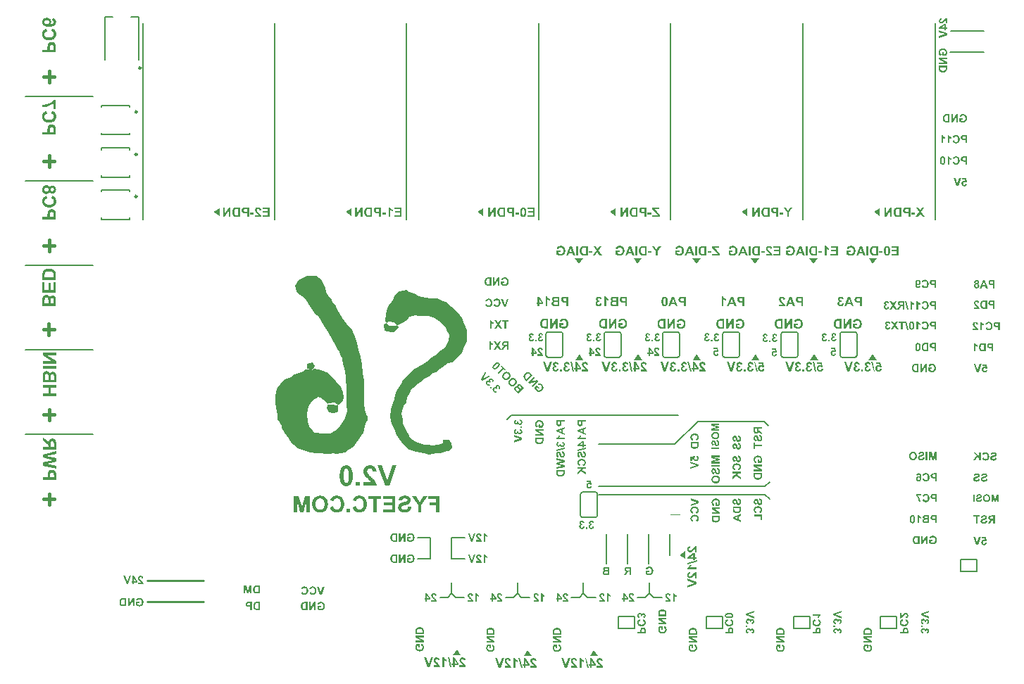
<source format=gbo>
G04*
G04 #@! TF.GenerationSoftware,Altium Limited,Altium Designer,20.0.9 (164)*
G04*
G04 Layer_Color=32896*
%FSLAX25Y25*%
%MOIN*%
G70*
G01*
G75*
%ADD12C,0.00800*%
%ADD14C,0.00984*%
%ADD16C,0.00600*%
%ADD17C,0.01000*%
%ADD19C,0.00787*%
%ADD20C,0.00591*%
%ADD135C,0.01500*%
%ADD184C,0.00000*%
G36*
X292674Y148500D02*
X288874D01*
X290774Y151201D01*
X292674Y148500D01*
D02*
G37*
G36*
X264900D02*
X261100D01*
X263000Y151201D01*
X264900Y148500D01*
D02*
G37*
G36*
X206921Y8518D02*
X203121D01*
X205021Y11219D01*
X206921Y8518D01*
D02*
G37*
G36*
X271826Y8231D02*
X268026D01*
X269926Y10932D01*
X271826Y8231D01*
D02*
G37*
G36*
X240476D02*
X236676D01*
X238576Y10932D01*
X240476Y8231D01*
D02*
G37*
G36*
X89950Y218550D02*
X92651Y216650D01*
Y220450D01*
X89950Y218550D01*
D02*
G37*
G36*
X152349D02*
X155051Y216650D01*
Y220450D01*
X152349Y218550D01*
D02*
G37*
G36*
X214849D02*
X217550Y216650D01*
Y220450D01*
X214849Y218550D01*
D02*
G37*
G36*
X262774Y194068D02*
X264674Y196769D01*
X260874D01*
X262774Y194068D01*
D02*
G37*
G36*
X277349Y218550D02*
X280050Y216650D01*
Y220450D01*
X277349Y218550D01*
D02*
G37*
G36*
X290574Y194068D02*
X292474Y196769D01*
X288674D01*
X290574Y194068D01*
D02*
G37*
G36*
X405051Y216650D02*
X402350Y218550D01*
X405051Y220450D01*
Y216650D01*
D02*
G37*
G36*
X342550D02*
X339849Y218550D01*
X342550Y220450D01*
Y216650D01*
D02*
G37*
G36*
X401874Y194068D02*
X399974Y196769D01*
X403774D01*
X401874Y194068D01*
D02*
G37*
G36*
X373774D02*
X371874Y196769D01*
X375674D01*
X373774Y194068D01*
D02*
G37*
G36*
X346174D02*
X344274Y196769D01*
X348074D01*
X346174Y194068D01*
D02*
G37*
G36*
X318474D02*
X316574Y196769D01*
X320374D01*
X318474Y194068D01*
D02*
G37*
G36*
X403769Y148500D02*
X399969D01*
X401869Y151201D01*
X403769Y148500D01*
D02*
G37*
G36*
X348221D02*
X344421D01*
X346321Y151201D01*
X348221Y148500D01*
D02*
G37*
G36*
X320447D02*
X316648D01*
X318548Y151201D01*
X320447Y148500D01*
D02*
G37*
G36*
X375995Y148500D02*
X372195D01*
X374095Y151201D01*
X375995Y148500D01*
D02*
G37*
G36*
X313169Y54202D02*
X310468Y56102D01*
X313169Y58002D01*
Y54202D01*
D02*
G37*
G36*
X164061Y98594D02*
X164284Y98580D01*
X164714Y98511D01*
X165075Y98400D01*
X165241Y98344D01*
X165394Y98275D01*
X165533Y98220D01*
X165644Y98150D01*
X165755Y98095D01*
X165838Y98053D01*
X165908Y97997D01*
X165949Y97970D01*
X165977Y97956D01*
X165991Y97942D01*
X166144Y97803D01*
X166282Y97664D01*
X166407Y97498D01*
X166518Y97317D01*
X166685Y96956D01*
X166824Y96609D01*
X166865Y96429D01*
X166907Y96276D01*
X166949Y96138D01*
X166963Y96013D01*
X166990Y95902D01*
Y95832D01*
X167004Y95777D01*
Y95763D01*
X165172Y95582D01*
X165144Y95860D01*
X165089Y96096D01*
X165033Y96304D01*
X164964Y96457D01*
X164908Y96582D01*
X164853Y96665D01*
X164811Y96720D01*
X164797Y96734D01*
X164658Y96846D01*
X164506Y96929D01*
X164353Y96998D01*
X164200Y97040D01*
X164075Y97067D01*
X163964Y97081D01*
X163867D01*
X163659Y97067D01*
X163479Y97026D01*
X163326Y96970D01*
X163187Y96915D01*
X163090Y96859D01*
X163007Y96804D01*
X162965Y96762D01*
X162951Y96748D01*
X162840Y96609D01*
X162757Y96457D01*
X162701Y96304D01*
X162660Y96151D01*
X162632Y96013D01*
X162618Y95888D01*
Y95818D01*
Y95804D01*
Y95791D01*
X162632Y95582D01*
X162673Y95388D01*
X162743Y95194D01*
X162812Y95027D01*
X162882Y94875D01*
X162951Y94763D01*
X162993Y94694D01*
X163007Y94666D01*
X163062Y94583D01*
X163145Y94486D01*
X163257Y94361D01*
X163367Y94250D01*
X163617Y93986D01*
X163867Y93722D01*
X164117Y93473D01*
X164228Y93362D01*
X164339Y93278D01*
X164422Y93195D01*
X164478Y93139D01*
X164520Y93098D01*
X164533Y93084D01*
X164811Y92820D01*
X165061Y92570D01*
X165297Y92335D01*
X165505Y92126D01*
X165699Y91918D01*
X165866Y91724D01*
X166019Y91557D01*
X166144Y91391D01*
X166255Y91252D01*
X166352Y91127D01*
X166435Y91030D01*
X166490Y90933D01*
X166546Y90877D01*
X166574Y90821D01*
X166602Y90794D01*
Y90780D01*
X166782Y90461D01*
X166921Y90127D01*
X167032Y89822D01*
X167115Y89545D01*
X167171Y89295D01*
X167184Y89198D01*
X167198Y89114D01*
X167212Y89045D01*
X167226Y88989D01*
Y88962D01*
Y88948D01*
X160772D01*
Y90655D01*
X164436D01*
X164325Y90835D01*
X164200Y90988D01*
X164145Y91057D01*
X164103Y91113D01*
X164075Y91141D01*
X164061Y91155D01*
X164006Y91210D01*
X163951Y91280D01*
X163784Y91432D01*
X163603Y91613D01*
X163423Y91793D01*
X163243Y91960D01*
X163090Y92098D01*
X163034Y92154D01*
X162993Y92196D01*
X162965Y92210D01*
X162951Y92223D01*
X162646Y92515D01*
X162396Y92751D01*
X162188Y92973D01*
X162021Y93139D01*
X161896Y93278D01*
X161813Y93375D01*
X161758Y93445D01*
X161744Y93459D01*
X161563Y93695D01*
X161410Y93917D01*
X161285Y94125D01*
X161188Y94305D01*
X161105Y94458D01*
X161050Y94583D01*
X161022Y94652D01*
X161008Y94680D01*
X160925Y94902D01*
X160869Y95124D01*
X160828Y95332D01*
X160800Y95527D01*
X160786Y95679D01*
X160772Y95804D01*
Y95888D01*
Y95916D01*
X160786Y96124D01*
X160814Y96332D01*
X160841Y96526D01*
X160897Y96707D01*
X161036Y97026D01*
X161174Y97303D01*
X161258Y97428D01*
X161327Y97526D01*
X161397Y97623D01*
X161466Y97692D01*
X161521Y97748D01*
X161549Y97803D01*
X161577Y97817D01*
X161591Y97831D01*
X161744Y97970D01*
X161924Y98095D01*
X162091Y98192D01*
X162285Y98275D01*
X162646Y98414D01*
X163007Y98511D01*
X163173Y98539D01*
X163326Y98567D01*
X163465Y98580D01*
X163590Y98594D01*
X163687Y98608D01*
X163826D01*
X164061Y98594D01*
D02*
G37*
G36*
X173070Y88948D02*
X170974D01*
X167559Y98553D01*
X169627D01*
X171973Y91446D01*
X174416Y98553D01*
X176512D01*
X173070Y88948D01*
D02*
G37*
G36*
X159134D02*
X157288D01*
Y90794D01*
X159134D01*
Y88948D01*
D02*
G37*
G36*
X152930Y98594D02*
X153166Y98567D01*
X153402Y98511D01*
X153610Y98456D01*
X153804Y98372D01*
X153985Y98289D01*
X154137Y98206D01*
X154290Y98109D01*
X154415Y98011D01*
X154540Y97928D01*
X154637Y97845D01*
X154706Y97761D01*
X154776Y97706D01*
X154817Y97650D01*
X154845Y97623D01*
X154859Y97609D01*
X155026Y97373D01*
X155165Y97095D01*
X155289Y96804D01*
X155400Y96499D01*
X155484Y96179D01*
X155567Y95846D01*
X155622Y95527D01*
X155678Y95208D01*
X155706Y94902D01*
X155734Y94625D01*
X155761Y94361D01*
X155775Y94139D01*
X155789Y93958D01*
Y93820D01*
Y93764D01*
Y93722D01*
Y93709D01*
Y93695D01*
X155775Y93195D01*
X155747Y92737D01*
X155706Y92307D01*
X155650Y91918D01*
X155595Y91571D01*
X155525Y91252D01*
X155442Y90974D01*
X155359Y90724D01*
X155289Y90516D01*
X155206Y90322D01*
X155137Y90169D01*
X155067Y90044D01*
X155026Y89961D01*
X154984Y89892D01*
X154956Y89850D01*
X154942Y89836D01*
X154776Y89642D01*
X154595Y89489D01*
X154415Y89336D01*
X154221Y89225D01*
X154040Y89114D01*
X153846Y89031D01*
X153665Y88962D01*
X153485Y88906D01*
X153318Y88851D01*
X153166Y88823D01*
X153027Y88795D01*
X152916Y88781D01*
X152819D01*
X152735Y88767D01*
X152680D01*
X152430Y88781D01*
X152194Y88809D01*
X151958Y88864D01*
X151750Y88920D01*
X151556Y88989D01*
X151375Y89073D01*
X151223Y89170D01*
X151070Y89267D01*
X150945Y89350D01*
X150820Y89447D01*
X150723Y89531D01*
X150640Y89600D01*
X150584Y89656D01*
X150542Y89711D01*
X150515Y89739D01*
X150501Y89753D01*
X150334Y89989D01*
X150195Y90266D01*
X150057Y90558D01*
X149960Y90877D01*
X149862Y91196D01*
X149793Y91515D01*
X149723Y91849D01*
X149668Y92168D01*
X149640Y92473D01*
X149612Y92751D01*
X149585Y93015D01*
X149571Y93237D01*
X149557Y93417D01*
Y93556D01*
Y93611D01*
Y93653D01*
Y93667D01*
Y93681D01*
X149571Y94181D01*
X149599Y94639D01*
X149640Y95055D01*
X149710Y95444D01*
X149779Y95804D01*
X149848Y96124D01*
X149946Y96415D01*
X150029Y96665D01*
X150112Y96901D01*
X150195Y97081D01*
X150279Y97248D01*
X150348Y97387D01*
X150417Y97484D01*
X150459Y97553D01*
X150487Y97595D01*
X150501Y97609D01*
X150654Y97789D01*
X150820Y97942D01*
X151000Y98067D01*
X151181Y98192D01*
X151361Y98289D01*
X151542Y98358D01*
X151708Y98428D01*
X151889Y98483D01*
X152055Y98525D01*
X152194Y98553D01*
X152333Y98580D01*
X152444Y98594D01*
X152541Y98608D01*
X152680D01*
X152930Y98594D01*
D02*
G37*
G36*
X15401Y150696D02*
X11090D01*
X15401Y148050D01*
Y146801D01*
X9000D01*
Y147994D01*
X13218D01*
X9000Y150594D01*
Y151889D01*
X15401D01*
Y150696D01*
D02*
G37*
G36*
Y144267D02*
X9000D01*
Y145562D01*
X15401D01*
Y144267D01*
D02*
G37*
G36*
X11054Y143203D02*
X11238Y143166D01*
X11396Y143111D01*
X11544Y143055D01*
X11655Y142999D01*
X11738Y142944D01*
X11794Y142907D01*
X11812Y142898D01*
X11960Y142768D01*
X12080Y142630D01*
X12182Y142472D01*
X12256Y142333D01*
X12321Y142204D01*
X12367Y142093D01*
X12376Y142056D01*
X12386Y142028D01*
X12395Y142010D01*
Y142000D01*
X12478Y142148D01*
X12561Y142278D01*
X12663Y142389D01*
X12746Y142482D01*
X12830Y142546D01*
X12894Y142602D01*
X12941Y142639D01*
X12959Y142648D01*
X13107Y142731D01*
X13246Y142796D01*
X13385Y142833D01*
X13514Y142870D01*
X13625Y142888D01*
X13708Y142898D01*
X13764D01*
X13773D01*
X13782D01*
X13930Y142888D01*
X14078Y142870D01*
X14198Y142833D01*
X14310Y142796D01*
X14402Y142759D01*
X14476Y142722D01*
X14513Y142703D01*
X14532Y142694D01*
X14652Y142620D01*
X14753Y142537D01*
X14846Y142454D01*
X14929Y142380D01*
X14985Y142306D01*
X15031Y142250D01*
X15059Y142213D01*
X15068Y142204D01*
X15142Y142093D01*
X15198Y141973D01*
X15244Y141862D01*
X15281Y141760D01*
X15308Y141667D01*
X15327Y141603D01*
X15336Y141557D01*
Y141538D01*
X15355Y141381D01*
X15373Y141205D01*
X15382Y141020D01*
X15392Y140835D01*
X15401Y140668D01*
Y137856D01*
X9000D01*
Y140631D01*
X9009Y140789D01*
Y141066D01*
X9019Y141177D01*
Y141353D01*
X9028Y141418D01*
Y141510D01*
X9037Y141547D01*
Y141584D01*
X9065Y141769D01*
X9111Y141936D01*
X9157Y142084D01*
X9213Y142213D01*
X9259Y142315D01*
X9305Y142389D01*
X9333Y142435D01*
X9342Y142454D01*
X9444Y142583D01*
X9555Y142685D01*
X9657Y142787D01*
X9768Y142861D01*
X9860Y142926D01*
X9934Y142972D01*
X9980Y142999D01*
X9999Y143009D01*
X10156Y143073D01*
X10304Y143129D01*
X10452Y143166D01*
X10582Y143184D01*
X10693Y143203D01*
X10776Y143212D01*
X10831D01*
X10841D01*
X10850D01*
X11054Y143203D01*
D02*
G37*
G36*
X15401Y135220D02*
X12885D01*
Y132695D01*
X15401D01*
Y131400D01*
X9000D01*
Y132695D01*
X11803D01*
Y135220D01*
X9000D01*
Y136515D01*
X15401D01*
Y135220D01*
D02*
G37*
G36*
X224295Y147469D02*
X224381Y147453D01*
X224467Y147437D01*
X224546Y147414D01*
X224617Y147382D01*
X224683Y147355D01*
X224750Y147320D01*
X224809Y147284D01*
X224856Y147253D01*
X224903Y147222D01*
X224939Y147194D01*
X224970Y147170D01*
X225009Y147131D01*
X225076Y147057D01*
X225135Y146982D01*
X225186Y146900D01*
X225229Y146825D01*
X225260Y146747D01*
X225288Y146672D01*
X225307Y146605D01*
X225323Y146535D01*
X225331Y146472D01*
X225343Y146413D01*
X225347Y146362D01*
X225343Y146319D01*
X225347Y146283D01*
X225343Y146256D01*
Y146240D01*
Y146232D01*
X225323Y146119D01*
X225284Y146001D01*
X225237Y145883D01*
X225182Y145765D01*
X225115Y145652D01*
X225044Y145534D01*
X224970Y145428D01*
X224895Y145322D01*
X224817Y145228D01*
X224746Y145141D01*
X224679Y145059D01*
X224621Y144992D01*
X224573Y144937D01*
X224534Y144898D01*
X224519Y144883D01*
X224507Y144871D01*
X224503Y144867D01*
X224499Y144863D01*
X224354Y144726D01*
X224216Y144604D01*
X224083Y144494D01*
X223957Y144400D01*
X223844Y144317D01*
X223734Y144247D01*
X223632Y144192D01*
X223537Y144145D01*
X223459Y144106D01*
X223380Y144074D01*
X223318Y144051D01*
X223263Y144035D01*
X223227Y144023D01*
X223196Y144015D01*
X223176Y144011D01*
X223168D01*
X223066Y144003D01*
X222972Y144011D01*
X222878Y144019D01*
X222792Y144043D01*
X222709Y144062D01*
X222631Y144094D01*
X222560Y144125D01*
X222494Y144160D01*
X222431Y144192D01*
X222380Y144227D01*
X222333Y144258D01*
X222297Y144286D01*
X222270Y144313D01*
X222242Y144333D01*
X222227Y144349D01*
X222160Y144423D01*
X222101Y144498D01*
X222050Y144580D01*
X222007Y144655D01*
X221972Y144729D01*
X221944Y144804D01*
X221928Y144875D01*
X221913Y144945D01*
X221901Y145004D01*
X221893Y145067D01*
X221889Y145118D01*
X221885Y145161D01*
Y145193D01*
X221889Y145220D01*
Y145236D01*
Y145244D01*
X221909Y145357D01*
X221948Y145475D01*
X221991Y145597D01*
X222054Y145714D01*
X222117Y145832D01*
X222187Y145942D01*
X222262Y146056D01*
X222337Y146162D01*
X222415Y146256D01*
X222486Y146342D01*
X222552Y146425D01*
X222611Y146492D01*
X222658Y146546D01*
X222698Y146586D01*
X222713Y146601D01*
X222725Y146613D01*
X222729Y146617D01*
X222733Y146621D01*
X222878Y146758D01*
X223015Y146880D01*
X223145Y146986D01*
X223274Y147076D01*
X223396Y147159D01*
X223506Y147229D01*
X223616Y147284D01*
X223710Y147331D01*
X223800Y147374D01*
X223875Y147402D01*
X223946Y147425D01*
X224004Y147445D01*
X224051Y147453D01*
X224083Y147461D01*
X224103Y147465D01*
X224110D01*
X224205Y147473D01*
X224295Y147469D01*
D02*
G37*
G36*
X228266Y143842D02*
X227807Y143383D01*
X227003Y144188D01*
X224746Y141931D01*
X224197Y142481D01*
X226453Y144737D01*
X225653Y145538D01*
X226112Y145997D01*
X228266Y143842D01*
D02*
G37*
G36*
X228533Y142916D02*
X228541D01*
X228678Y142912D01*
X228812Y142897D01*
X228941Y142869D01*
X229063Y142834D01*
X229181Y142787D01*
X229291Y142740D01*
X229393Y142685D01*
X229487Y142630D01*
X229573Y142575D01*
X229652Y142520D01*
X229718Y142469D01*
X229777Y142426D01*
X229817Y142387D01*
X229852Y142359D01*
X229879Y142332D01*
X229993Y142210D01*
X230095Y142084D01*
X230174Y141967D01*
X230240Y141861D01*
X230264Y141814D01*
X230291Y141770D01*
X230311Y141735D01*
X230323Y141700D01*
X230339Y141676D01*
X230346Y141653D01*
X230350Y141641D01*
X230354Y141637D01*
X230393Y141535D01*
X230421Y141429D01*
X230437Y141327D01*
X230448Y141237D01*
X230456Y141158D01*
X230460Y141092D01*
Y141052D01*
Y141044D01*
Y141036D01*
X230452Y140919D01*
X230437Y140801D01*
X230421Y140699D01*
X230397Y140605D01*
X230374Y140526D01*
X230358Y140464D01*
X230346Y140444D01*
X230342Y140424D01*
Y140417D01*
X230339Y140413D01*
X230268Y140263D01*
X230182Y140114D01*
X230083Y139977D01*
X229989Y139851D01*
X229942Y139796D01*
X229899Y139745D01*
X229864Y139702D01*
X229828Y139667D01*
X229801Y139632D01*
X229781Y139612D01*
X229766Y139596D01*
X229762Y139592D01*
X229640Y139479D01*
X229514Y139376D01*
X229393Y139286D01*
X229271Y139212D01*
X229153Y139149D01*
X229040Y139098D01*
X228930Y139051D01*
X228828Y139019D01*
X228733Y138988D01*
X228651Y138968D01*
X228573Y138953D01*
X228506Y138941D01*
X228455Y138937D01*
X228415Y138929D01*
X228392D01*
X228384D01*
X228247Y138933D01*
X228117Y138953D01*
X227992Y138976D01*
X227870Y139019D01*
X227756Y139063D01*
X227642Y139114D01*
X227544Y139165D01*
X227446Y139224D01*
X227360Y139278D01*
X227281Y139333D01*
X227215Y139384D01*
X227160Y139431D01*
X227116Y139467D01*
X227081Y139494D01*
X227054Y139522D01*
X226948Y139636D01*
X226857Y139749D01*
X226779Y139867D01*
X226712Y139981D01*
X226653Y140095D01*
X226606Y140205D01*
X226567Y140307D01*
X226536Y140409D01*
X226516Y140499D01*
X226497Y140581D01*
X226485Y140656D01*
X226477Y140719D01*
X226469Y140774D01*
Y140813D01*
Y140836D01*
Y140844D01*
X226481Y140982D01*
X226504Y141115D01*
X226536Y141249D01*
X226579Y141370D01*
X226630Y141492D01*
X226685Y141610D01*
X226748Y141719D01*
X226810Y141821D01*
X226873Y141908D01*
X226936Y141994D01*
X226991Y142065D01*
X227038Y142128D01*
X227085Y142175D01*
X227116Y142214D01*
X227136Y142234D01*
X227144Y142241D01*
X227270Y142359D01*
X227395Y142461D01*
X227517Y142551D01*
X227642Y142630D01*
X227760Y142693D01*
X227878Y142748D01*
X227988Y142795D01*
X228090Y142826D01*
X228188Y142854D01*
X228274Y142877D01*
X228353Y142893D01*
X228419Y142905D01*
X228467Y142912D01*
X228510Y142916D01*
X228533D01*
D02*
G37*
G36*
X231484Y139965D02*
X231492D01*
X231630Y139961D01*
X231763Y139946D01*
X231893Y139918D01*
X232014Y139883D01*
X232132Y139836D01*
X232242Y139789D01*
X232344Y139734D01*
X232438Y139679D01*
X232524Y139624D01*
X232603Y139569D01*
X232670Y139518D01*
X232729Y139475D01*
X232768Y139435D01*
X232803Y139408D01*
X232831Y139380D01*
X232944Y139259D01*
X233046Y139133D01*
X233125Y139015D01*
X233192Y138909D01*
X233215Y138862D01*
X233243Y138819D01*
X233262Y138784D01*
X233274Y138749D01*
X233290Y138725D01*
X233297Y138701D01*
X233301Y138690D01*
X233305Y138686D01*
X233345Y138584D01*
X233372Y138478D01*
X233388Y138376D01*
X233400Y138286D01*
X233407Y138207D01*
X233411Y138140D01*
Y138101D01*
Y138093D01*
Y138085D01*
X233403Y137968D01*
X233388Y137850D01*
X233372Y137748D01*
X233348Y137654D01*
X233325Y137575D01*
X233309Y137512D01*
X233297Y137493D01*
X233294Y137473D01*
Y137465D01*
X233290Y137461D01*
X233219Y137312D01*
X233133Y137163D01*
X233035Y137026D01*
X232940Y136900D01*
X232893Y136845D01*
X232850Y136794D01*
X232815Y136751D01*
X232780Y136716D01*
X232752Y136680D01*
X232732Y136661D01*
X232717Y136645D01*
X232713Y136641D01*
X232591Y136527D01*
X232466Y136425D01*
X232344Y136335D01*
X232222Y136260D01*
X232104Y136198D01*
X231991Y136147D01*
X231881Y136100D01*
X231779Y136068D01*
X231685Y136037D01*
X231602Y136017D01*
X231524Y136002D01*
X231457Y135990D01*
X231406Y135986D01*
X231367Y135978D01*
X231343D01*
X231335D01*
X231198Y135982D01*
X231068Y136002D01*
X230943Y136025D01*
X230821Y136068D01*
X230707Y136111D01*
X230594Y136162D01*
X230496Y136213D01*
X230397Y136272D01*
X230311Y136327D01*
X230233Y136382D01*
X230166Y136433D01*
X230111Y136480D01*
X230068Y136516D01*
X230032Y136543D01*
X230005Y136571D01*
X229899Y136684D01*
X229809Y136798D01*
X229730Y136916D01*
X229663Y137030D01*
X229605Y137144D01*
X229557Y137253D01*
X229518Y137355D01*
X229487Y137457D01*
X229467Y137548D01*
X229448Y137630D01*
X229436Y137705D01*
X229428Y137768D01*
X229420Y137822D01*
Y137862D01*
Y137885D01*
Y137893D01*
X229432Y138030D01*
X229455Y138164D01*
X229487Y138297D01*
X229530Y138419D01*
X229581Y138541D01*
X229636Y138658D01*
X229699Y138768D01*
X229762Y138870D01*
X229824Y138957D01*
X229887Y139043D01*
X229942Y139114D01*
X229989Y139176D01*
X230036Y139224D01*
X230068Y139263D01*
X230087Y139282D01*
X230095Y139290D01*
X230221Y139408D01*
X230346Y139510D01*
X230468Y139600D01*
X230594Y139679D01*
X230711Y139742D01*
X230829Y139796D01*
X230939Y139843D01*
X231041Y139875D01*
X231139Y139902D01*
X231225Y139926D01*
X231304Y139942D01*
X231371Y139953D01*
X231418Y139961D01*
X231461Y139965D01*
X231484D01*
D02*
G37*
G36*
X234651Y137104D02*
X234695Y137100D01*
X234722Y137096D01*
X234730D01*
X234808Y137081D01*
X234883Y137053D01*
X234950Y137026D01*
X235009Y136998D01*
X235060Y136971D01*
X235095Y136951D01*
X235119Y136935D01*
X235126Y136928D01*
X235201Y136869D01*
X235283Y136802D01*
X235366Y136727D01*
X235448Y136653D01*
X235523Y136586D01*
X236716Y135393D01*
X234000Y132677D01*
X232823Y133855D01*
X232760Y133925D01*
X232642Y134043D01*
X232599Y134094D01*
X232524Y134169D01*
X232501Y134200D01*
X232462Y134239D01*
X232450Y134259D01*
X232434Y134275D01*
X232367Y134365D01*
X232316Y134455D01*
X232273Y134538D01*
X232242Y134616D01*
X232218Y134679D01*
X232207Y134730D01*
X232199Y134761D01*
X232195Y134773D01*
X232183Y134871D01*
X232187Y134961D01*
Y135048D01*
X232203Y135126D01*
X232214Y135193D01*
X232226Y135244D01*
X232234Y135275D01*
X232238Y135287D01*
X232277Y135381D01*
X232316Y135468D01*
X232364Y135546D01*
X232411Y135609D01*
X232450Y135664D01*
X232481Y135703D01*
X232505Y135727D01*
X232509Y135731D01*
X232513Y135735D01*
X232603Y135817D01*
X232697Y135880D01*
X232787Y135923D01*
X232874Y135962D01*
X232944Y135986D01*
X233003Y135998D01*
X233042Y136005D01*
X233054Y136009D01*
X233172Y136017D01*
X233282Y136009D01*
X233392Y135986D01*
X233482Y135958D01*
X233564Y135931D01*
X233631Y135903D01*
X233651Y135892D01*
X233666Y135884D01*
X233678Y135880D01*
X233682Y135876D01*
X233655Y135974D01*
X233635Y136064D01*
X233631Y136154D01*
X233627Y136229D01*
X233635Y136292D01*
X233639Y136343D01*
X233643Y136378D01*
X233647Y136390D01*
X233674Y136488D01*
X233706Y136574D01*
X233749Y136649D01*
X233788Y136720D01*
X233827Y136775D01*
X233859Y136814D01*
X233882Y136837D01*
X233886Y136841D01*
X233890Y136845D01*
X233957Y136904D01*
X234028Y136959D01*
X234094Y136994D01*
X234157Y137026D01*
X234212Y137049D01*
X234259Y137065D01*
X234283Y137073D01*
X234294Y137077D01*
X234377Y137096D01*
X234455Y137104D01*
X234530Y137108D01*
X234596Y137112D01*
X234651Y137104D01*
D02*
G37*
G36*
X218932Y142477D02*
X217586Y139804D01*
X220286Y141123D01*
X220879Y140530D01*
X217190Y138788D01*
X216597Y139380D01*
X218347Y143062D01*
X218932Y142477D01*
D02*
G37*
G36*
X221110Y139820D02*
X221118D01*
X221126D01*
X221212D01*
X221303Y139808D01*
X221381Y139793D01*
X221459Y139769D01*
X221542Y139742D01*
X221613Y139710D01*
X221738Y139639D01*
X221793Y139608D01*
X221844Y139573D01*
X221883Y139541D01*
X221922Y139510D01*
X221954Y139486D01*
X221989Y139451D01*
X222068Y139365D01*
X222134Y139282D01*
X222189Y139196D01*
X222233Y139121D01*
X222264Y139059D01*
X222288Y139004D01*
X222303Y138972D01*
Y138964D01*
X222307Y138961D01*
X222335Y138862D01*
X222354Y138764D01*
X222362Y138678D01*
X222366Y138603D01*
X222362Y138537D01*
X222358Y138486D01*
Y138454D01*
X222354Y138443D01*
X222331Y138348D01*
X222299Y138254D01*
X222256Y138164D01*
X222217Y138077D01*
X222174Y138003D01*
X222142Y137948D01*
X222127Y137925D01*
X222115Y137913D01*
X222111Y137901D01*
X222107Y137897D01*
X221550Y138297D01*
X221601Y138372D01*
X221640Y138443D01*
X221671Y138505D01*
X221687Y138560D01*
X221699Y138611D01*
X221707Y138651D01*
Y138674D01*
Y138682D01*
X221703Y138749D01*
X221687Y138811D01*
X221663Y138866D01*
X221640Y138913D01*
X221616Y138953D01*
X221597Y138980D01*
X221573Y139004D01*
X221522Y139047D01*
X221467Y139086D01*
X221416Y139106D01*
X221373Y139125D01*
X221330Y139137D01*
X221299D01*
X221279Y139141D01*
X221271D01*
X221212Y139137D01*
X221153Y139118D01*
X221102Y139098D01*
X221059Y139070D01*
X221020Y139047D01*
X220992Y139027D01*
X220977Y139012D01*
X220969Y139004D01*
X220914Y138941D01*
X220875Y138878D01*
X220851Y138815D01*
X220835Y138760D01*
X220828Y138705D01*
X220824Y138670D01*
Y138639D01*
Y138631D01*
X220839Y138552D01*
X220867Y138478D01*
X220906Y138407D01*
X220945Y138344D01*
X220988Y138293D01*
X221024Y138250D01*
X221059Y138215D01*
X220694Y137740D01*
X220655Y137803D01*
X220623Y137858D01*
X220588Y137909D01*
X220557Y137948D01*
X220533Y137979D01*
X220494Y138019D01*
X220435Y138070D01*
X220372Y138101D01*
X220314Y138128D01*
X220251Y138144D01*
X220204Y138152D01*
X220160Y138156D01*
X220129D01*
X220121D01*
X220039Y138144D01*
X219960Y138121D01*
X219890Y138089D01*
X219823Y138054D01*
X219768Y138015D01*
X219729Y137983D01*
X219705Y137960D01*
X219701Y137956D01*
X219697Y137952D01*
X219627Y137873D01*
X219572Y137795D01*
X219532Y137716D01*
X219505Y137650D01*
X219493Y137591D01*
X219481Y137548D01*
X219478Y137512D01*
Y137504D01*
X219481Y137422D01*
X219497Y137344D01*
X219521Y137281D01*
X219548Y137222D01*
X219580Y137175D01*
X219603Y137144D01*
X219619Y137120D01*
X219627Y137112D01*
X219686Y137061D01*
X219744Y137026D01*
X219803Y136998D01*
X219862Y136979D01*
X219905Y136967D01*
X219945Y136959D01*
X219972Y136955D01*
X219980D01*
X220058Y136963D01*
X220137Y136979D01*
X220208Y137010D01*
X220274Y137038D01*
X220329Y137069D01*
X220372Y137096D01*
X220400Y137116D01*
X220404Y137120D01*
X220408Y137124D01*
X220847Y136559D01*
X220777Y136504D01*
X220702Y136461D01*
X220557Y136386D01*
X220420Y136335D01*
X220353Y136323D01*
X220290Y136308D01*
X220231Y136296D01*
X220180Y136292D01*
X220133Y136284D01*
X220094D01*
X220062D01*
X220039D01*
X220023D01*
X220015D01*
X219933Y136296D01*
X219847Y136311D01*
X219772Y136331D01*
X219693Y136363D01*
X219552Y136425D01*
X219434Y136496D01*
X219379Y136535D01*
X219332Y136567D01*
X219293Y136598D01*
X219258Y136626D01*
X219226Y136649D01*
X219191Y136684D01*
X219124Y136759D01*
X219062Y136837D01*
X219011Y136912D01*
X218964Y136990D01*
X218928Y137065D01*
X218893Y137140D01*
X218865Y137214D01*
X218846Y137281D01*
X218830Y137344D01*
X218814Y137406D01*
X218807Y137453D01*
X218799Y137501D01*
X218795Y137536D01*
X218791Y137563D01*
Y137579D01*
Y137587D01*
Y137681D01*
X218803Y137771D01*
X218818Y137858D01*
X218838Y137940D01*
X218869Y138019D01*
X218897Y138093D01*
X218960Y138219D01*
X218995Y138270D01*
X219030Y138321D01*
X219058Y138364D01*
X219085Y138399D01*
X219105Y138427D01*
X219124Y138446D01*
X219136Y138458D01*
X219140Y138462D01*
X219238Y138544D01*
X219332Y138607D01*
X219427Y138662D01*
X219513Y138694D01*
X219591Y138717D01*
X219646Y138733D01*
X219686Y138741D01*
X219701D01*
X219815Y138745D01*
X219929Y138733D01*
X220031Y138709D01*
X220121Y138682D01*
X220196Y138654D01*
X220251Y138623D01*
X220274Y138615D01*
X220286Y138603D01*
X220298Y138600D01*
X220302Y138595D01*
X220274Y138709D01*
X220259Y138811D01*
X220255Y138909D01*
Y139004D01*
X220263Y139090D01*
X220278Y139169D01*
X220302Y139239D01*
X220321Y139306D01*
X220349Y139365D01*
X220376Y139416D01*
X220404Y139459D01*
X220431Y139494D01*
X220451Y139522D01*
X220467Y139545D01*
X220478Y139557D01*
X220482Y139561D01*
X220533Y139604D01*
X220580Y139643D01*
X220690Y139706D01*
X220796Y139757D01*
X220898Y139789D01*
X220988Y139808D01*
X221059Y139816D01*
X221087Y139820D01*
X221110D01*
D02*
G37*
G36*
X221581Y135440D02*
X221059Y134918D01*
X220537Y135440D01*
X221059Y135962D01*
X221581Y135440D01*
D02*
G37*
G36*
X224277Y136653D02*
X224285D01*
X224293D01*
X224379D01*
X224469Y136641D01*
X224548Y136626D01*
X224626Y136602D01*
X224709Y136574D01*
X224780Y136543D01*
X224905Y136472D01*
X224960Y136441D01*
X225011Y136406D01*
X225050Y136374D01*
X225090Y136343D01*
X225121Y136319D01*
X225156Y136284D01*
X225235Y136198D01*
X225302Y136115D01*
X225356Y136029D01*
X225400Y135954D01*
X225431Y135892D01*
X225454Y135837D01*
X225470Y135805D01*
Y135797D01*
X225474Y135793D01*
X225502Y135695D01*
X225521Y135597D01*
X225529Y135511D01*
X225533Y135436D01*
X225529Y135370D01*
X225525Y135319D01*
Y135287D01*
X225521Y135275D01*
X225498Y135181D01*
X225466Y135087D01*
X225423Y134997D01*
X225384Y134911D01*
X225341Y134836D01*
X225309Y134781D01*
X225294Y134757D01*
X225282Y134746D01*
X225278Y134734D01*
X225274Y134730D01*
X224717Y135130D01*
X224768Y135205D01*
X224807Y135275D01*
X224838Y135338D01*
X224854Y135393D01*
X224866Y135444D01*
X224874Y135484D01*
Y135507D01*
Y135515D01*
X224870Y135582D01*
X224854Y135644D01*
X224831Y135699D01*
X224807Y135746D01*
X224783Y135786D01*
X224764Y135813D01*
X224740Y135837D01*
X224689Y135880D01*
X224634Y135919D01*
X224583Y135939D01*
X224540Y135958D01*
X224497Y135970D01*
X224466D01*
X224446Y135974D01*
X224438D01*
X224379Y135970D01*
X224320Y135951D01*
X224269Y135931D01*
X224226Y135903D01*
X224187Y135880D01*
X224160Y135860D01*
X224144Y135845D01*
X224136Y135837D01*
X224081Y135774D01*
X224042Y135711D01*
X224018Y135648D01*
X224003Y135593D01*
X223995Y135538D01*
X223991Y135503D01*
Y135472D01*
Y135464D01*
X224006Y135385D01*
X224034Y135311D01*
X224073Y135240D01*
X224112Y135177D01*
X224155Y135126D01*
X224191Y135083D01*
X224226Y135048D01*
X223861Y134573D01*
X223822Y134636D01*
X223791Y134691D01*
X223755Y134742D01*
X223724Y134781D01*
X223700Y134812D01*
X223661Y134852D01*
X223602Y134903D01*
X223539Y134934D01*
X223481Y134961D01*
X223418Y134977D01*
X223371Y134985D01*
X223327Y134989D01*
X223296D01*
X223288D01*
X223206Y134977D01*
X223127Y134954D01*
X223057Y134922D01*
X222990Y134887D01*
X222935Y134848D01*
X222896Y134816D01*
X222872Y134793D01*
X222868Y134789D01*
X222864Y134785D01*
X222794Y134706D01*
X222739Y134628D01*
X222700Y134549D01*
X222672Y134483D01*
X222660Y134424D01*
X222649Y134381D01*
X222645Y134345D01*
Y134337D01*
X222649Y134255D01*
X222664Y134177D01*
X222688Y134114D01*
X222715Y134055D01*
X222747Y134008D01*
X222770Y133976D01*
X222786Y133953D01*
X222794Y133945D01*
X222853Y133894D01*
X222912Y133859D01*
X222970Y133831D01*
X223029Y133812D01*
X223072Y133800D01*
X223112Y133792D01*
X223139Y133788D01*
X223147D01*
X223225Y133796D01*
X223304Y133812D01*
X223375Y133843D01*
X223441Y133870D01*
X223496Y133902D01*
X223539Y133929D01*
X223567Y133949D01*
X223571Y133953D01*
X223575Y133957D01*
X224014Y133392D01*
X223944Y133337D01*
X223869Y133294D01*
X223724Y133219D01*
X223587Y133168D01*
X223520Y133156D01*
X223457Y133141D01*
X223398Y133129D01*
X223347Y133125D01*
X223300Y133117D01*
X223261D01*
X223229D01*
X223206D01*
X223190D01*
X223182D01*
X223100Y133129D01*
X223013Y133144D01*
X222939Y133164D01*
X222861Y133195D01*
X222719Y133258D01*
X222602Y133329D01*
X222547Y133368D01*
X222499Y133400D01*
X222460Y133431D01*
X222425Y133458D01*
X222393Y133482D01*
X222358Y133517D01*
X222291Y133592D01*
X222229Y133670D01*
X222178Y133745D01*
X222130Y133823D01*
X222095Y133898D01*
X222060Y133973D01*
X222032Y134047D01*
X222013Y134114D01*
X221997Y134177D01*
X221981Y134239D01*
X221973Y134286D01*
X221966Y134334D01*
X221962Y134369D01*
X221958Y134396D01*
Y134412D01*
Y134420D01*
Y134514D01*
X221970Y134604D01*
X221985Y134691D01*
X222005Y134773D01*
X222036Y134852D01*
X222064Y134926D01*
X222127Y135052D01*
X222162Y135103D01*
X222197Y135154D01*
X222225Y135197D01*
X222252Y135232D01*
X222272Y135260D01*
X222291Y135279D01*
X222303Y135291D01*
X222307Y135295D01*
X222405Y135378D01*
X222499Y135440D01*
X222594Y135495D01*
X222680Y135527D01*
X222758Y135550D01*
X222813Y135566D01*
X222853Y135574D01*
X222868D01*
X222982Y135578D01*
X223096Y135566D01*
X223198Y135542D01*
X223288Y135515D01*
X223363Y135487D01*
X223418Y135456D01*
X223441Y135448D01*
X223453Y135436D01*
X223465Y135432D01*
X223469Y135429D01*
X223441Y135542D01*
X223426Y135644D01*
X223422Y135742D01*
Y135837D01*
X223429Y135923D01*
X223445Y136002D01*
X223469Y136072D01*
X223488Y136139D01*
X223516Y136198D01*
X223543Y136249D01*
X223571Y136292D01*
X223598Y136327D01*
X223618Y136355D01*
X223634Y136378D01*
X223645Y136390D01*
X223649Y136394D01*
X223700Y136437D01*
X223747Y136476D01*
X223857Y136539D01*
X223963Y136590D01*
X224065Y136621D01*
X224155Y136641D01*
X224226Y136649D01*
X224254Y136653D01*
X224277D01*
D02*
G37*
G36*
X238698Y142799D02*
X238828Y142795D01*
X238945Y142779D01*
X239059Y142752D01*
X239157Y142724D01*
X239240Y142697D01*
X239306Y142669D01*
X239326Y142657D01*
X239342Y142649D01*
X239353Y142646D01*
X239357Y142642D01*
X239452Y142587D01*
X239546Y142516D01*
X239644Y142441D01*
X239730Y142363D01*
X239809Y142292D01*
X239844Y142265D01*
X240927Y141182D01*
X238211Y138466D01*
X237183Y139494D01*
X237081Y139604D01*
X236987Y139706D01*
X236912Y139796D01*
X236858Y139875D01*
X236814Y139942D01*
X236779Y139993D01*
X236771Y140008D01*
X236759Y140020D01*
Y140028D01*
X236755Y140032D01*
X236701Y140150D01*
X236657Y140263D01*
X236630Y140361D01*
X236610Y140452D01*
X236598Y140526D01*
X236591Y140581D01*
X236587Y140617D01*
Y140632D01*
X236595Y140774D01*
X236614Y140911D01*
X236646Y141044D01*
X236681Y141158D01*
X236720Y141260D01*
X236732Y141303D01*
X236748Y141335D01*
X236763Y141366D01*
X236771Y141390D01*
X236775Y141402D01*
X236779Y141405D01*
X236846Y141527D01*
X236920Y141649D01*
X236999Y141759D01*
X237081Y141857D01*
X237120Y141904D01*
X237156Y141947D01*
X237187Y141978D01*
X237215Y142014D01*
X237238Y142037D01*
X237254Y142053D01*
X237266Y142065D01*
X237270Y142069D01*
X237411Y142202D01*
X237544Y142312D01*
X237607Y142367D01*
X237666Y142410D01*
X237725Y142453D01*
X237776Y142489D01*
X237827Y142516D01*
X237870Y142543D01*
X237909Y142567D01*
X237937Y142587D01*
X237964Y142598D01*
X237984Y142610D01*
X237996Y142614D01*
X238000Y142618D01*
X238129Y142677D01*
X238259Y142720D01*
X238376Y142752D01*
X238482Y142771D01*
X238569Y142787D01*
X238639Y142795D01*
X238682Y142799D01*
X238694Y142803D01*
X238698Y142799D01*
D02*
G37*
G36*
X242014Y140095D02*
X240185Y138266D01*
X243137Y138972D01*
X243666Y138443D01*
X240951Y135727D01*
X240444Y136233D01*
X242234Y138023D01*
X239342Y137336D01*
X238792Y137885D01*
X241508Y140601D01*
X242014Y140095D01*
D02*
G37*
G36*
X244334Y137375D02*
X244369Y137371D01*
X244400D01*
X244412Y137367D01*
X244420D01*
X244514Y137352D01*
X244604Y137324D01*
X244695Y137289D01*
X244785Y137246D01*
X244954Y137155D01*
X245103Y137053D01*
X245173Y137006D01*
X245232Y136955D01*
X245287Y136908D01*
X245334Y136869D01*
X245374Y136837D01*
X245421Y136790D01*
X245558Y136645D01*
X245668Y136504D01*
X245711Y136437D01*
X245754Y136370D01*
X245794Y136308D01*
X245825Y136253D01*
X245848Y136198D01*
X245876Y136147D01*
X245892Y136107D01*
X245911Y136072D01*
X245919Y136041D01*
X245931Y136021D01*
Y136005D01*
X245935Y136002D01*
X245986Y135809D01*
X245994Y135715D01*
X246005Y135625D01*
X246009Y135535D01*
Y135448D01*
X246005Y135366D01*
X246002Y135291D01*
X245990Y135224D01*
X245982Y135162D01*
X245974Y135107D01*
X245966Y135060D01*
X245954Y135024D01*
X245951Y134997D01*
X245943Y134981D01*
Y134973D01*
X245911Y134879D01*
X245876Y134789D01*
X245790Y134616D01*
X245691Y134455D01*
X245597Y134322D01*
X245550Y134259D01*
X245511Y134204D01*
X245472Y134157D01*
X245432Y134118D01*
X245409Y134086D01*
X245385Y134063D01*
X245370Y134047D01*
X245366Y134043D01*
X245213Y133906D01*
X245063Y133788D01*
X244914Y133694D01*
X244844Y133647D01*
X244777Y133612D01*
X244714Y133580D01*
X244659Y133549D01*
X244608Y133529D01*
X244565Y133510D01*
X244534Y133494D01*
X244506Y133482D01*
X244487Y133478D01*
X244483Y133474D01*
X244298Y133423D01*
X244122Y133396D01*
X243953Y133384D01*
X243804Y133392D01*
X243737Y133396D01*
X243674Y133404D01*
X243623Y133407D01*
X243580Y133419D01*
X243545Y133423D01*
X243513Y133431D01*
X243502Y133435D01*
X243494D01*
X243400Y133466D01*
X243313Y133498D01*
X243141Y133584D01*
X242984Y133678D01*
X242850Y133772D01*
X242787Y133819D01*
X242732Y133859D01*
X242685Y133898D01*
X242646Y133937D01*
X242615Y133961D01*
X242571Y134004D01*
X242450Y134133D01*
X242348Y134267D01*
X242254Y134400D01*
X242179Y134522D01*
X242148Y134577D01*
X242120Y134628D01*
X242097Y134675D01*
X242073Y134714D01*
X242057Y134746D01*
X242050Y134769D01*
X242042Y134785D01*
X242038Y134789D01*
X241967Y134954D01*
X241920Y135103D01*
X241885Y135240D01*
X241853Y135358D01*
X241838Y135452D01*
X241834Y135487D01*
X241830Y135523D01*
Y135546D01*
X241826Y135566D01*
Y135582D01*
X242917Y136673D01*
X244098Y135491D01*
X243639Y135032D01*
X243011Y135660D01*
X242662Y135311D01*
X242673Y135228D01*
X242693Y135146D01*
X242717Y135067D01*
X242740Y134997D01*
X242760Y134938D01*
X242779Y134887D01*
X242791Y134860D01*
Y134852D01*
X242795Y134848D01*
X242834Y134761D01*
X242881Y134683D01*
X242929Y134612D01*
X242972Y134553D01*
X243015Y134502D01*
X243042Y134467D01*
X243074Y134436D01*
X243141Y134377D01*
X243211Y134322D01*
X243278Y134279D01*
X243349Y134239D01*
X243486Y134180D01*
X243545Y134161D01*
X243608Y134145D01*
X243666Y134133D01*
X243717Y134122D01*
X243764D01*
X243804Y134114D01*
X243835D01*
X243859D01*
X243874D01*
X243882D01*
X243965Y134126D01*
X244055Y134145D01*
X244137Y134173D01*
X244220Y134208D01*
X244381Y134290D01*
X244522Y134385D01*
X244585Y134432D01*
X244648Y134479D01*
X244695Y134518D01*
X244742Y134557D01*
X244777Y134585D01*
X244805Y134612D01*
X244820Y134628D01*
X244824Y134632D01*
X244903Y134718D01*
X244973Y134797D01*
X245036Y134883D01*
X245091Y134961D01*
X245134Y135036D01*
X245169Y135111D01*
X245201Y135181D01*
X245228Y135248D01*
X245252Y135303D01*
X245268Y135358D01*
X245275Y135405D01*
X245283Y135444D01*
X245291Y135476D01*
Y135499D01*
X245295Y135511D01*
Y135519D01*
X245291Y135601D01*
X245287Y135684D01*
X245268Y135758D01*
X245248Y135833D01*
X245224Y135903D01*
X245197Y135970D01*
X245134Y136088D01*
X245099Y136139D01*
X245068Y136186D01*
X245036Y136225D01*
X245009Y136260D01*
X244989Y136288D01*
X244954Y136323D01*
X244863Y136406D01*
X244773Y136465D01*
X244691Y136516D01*
X244608Y136551D01*
X244546Y136574D01*
X244491Y136590D01*
X244455Y136594D01*
X244443Y136598D01*
X244341Y136606D01*
X244243Y136602D01*
X244153Y136590D01*
X244075Y136567D01*
X244004Y136543D01*
X243953Y136523D01*
X243921Y136508D01*
X243914D01*
X243910Y136504D01*
X243466Y137151D01*
X243549Y137202D01*
X243639Y137246D01*
X243721Y137281D01*
X243808Y137304D01*
X243890Y137332D01*
X243969Y137348D01*
X244043Y137359D01*
X244114Y137367D01*
X244180Y137371D01*
X244239Y137375D01*
X244290Y137379D01*
X244334Y137375D01*
D02*
G37*
G36*
X446388Y232644D02*
X445794Y232560D01*
X445745Y232610D01*
X445695Y232655D01*
X445645Y232693D01*
X445595Y232727D01*
X445500Y232777D01*
X445412Y232810D01*
X445334Y232827D01*
X445278Y232838D01*
X445256Y232843D01*
X445223D01*
X445134Y232838D01*
X445051Y232816D01*
X444979Y232788D01*
X444918Y232754D01*
X444873Y232716D01*
X444834Y232688D01*
X444812Y232666D01*
X444807Y232660D01*
X444751Y232588D01*
X444712Y232505D01*
X444685Y232416D01*
X444668Y232327D01*
X444651Y232249D01*
X444646Y232188D01*
Y232161D01*
Y232144D01*
Y232133D01*
Y232127D01*
X444651Y231994D01*
X444668Y231878D01*
X444696Y231783D01*
X444723Y231705D01*
X444757Y231639D01*
X444779Y231594D01*
X444801Y231572D01*
X444807Y231561D01*
X444868Y231500D01*
X444934Y231450D01*
X445001Y231417D01*
X445062Y231395D01*
X445117Y231384D01*
X445162Y231378D01*
X445190Y231372D01*
X445201D01*
X445273Y231378D01*
X445345Y231395D01*
X445406Y231417D01*
X445456Y231445D01*
X445500Y231472D01*
X445534Y231495D01*
X445556Y231511D01*
X445561Y231517D01*
X445611Y231578D01*
X445656Y231639D01*
X445689Y231705D01*
X445711Y231767D01*
X445728Y231822D01*
X445739Y231872D01*
X445745Y231900D01*
Y231911D01*
X446477Y231833D01*
X446460Y231744D01*
X446444Y231661D01*
X446388Y231511D01*
X446327Y231378D01*
X446294Y231323D01*
X446255Y231267D01*
X446222Y231223D01*
X446194Y231184D01*
X446161Y231151D01*
X446139Y231117D01*
X446116Y231095D01*
X446100Y231078D01*
X446089Y231073D01*
X446083Y231067D01*
X446017Y231017D01*
X445950Y230973D01*
X445878Y230934D01*
X445806Y230906D01*
X445656Y230851D01*
X445523Y230818D01*
X445456Y230806D01*
X445400Y230801D01*
X445345Y230795D01*
X445301Y230790D01*
X445262Y230784D01*
X445212D01*
X445090Y230790D01*
X444973Y230806D01*
X444868Y230829D01*
X444768Y230862D01*
X444673Y230901D01*
X444590Y230945D01*
X444513Y230990D01*
X444440Y231040D01*
X444379Y231084D01*
X444324Y231128D01*
X444274Y231173D01*
X444235Y231212D01*
X444207Y231245D01*
X444185Y231267D01*
X444174Y231284D01*
X444168Y231289D01*
X444118Y231361D01*
X444074Y231434D01*
X444041Y231506D01*
X444007Y231583D01*
X443958Y231728D01*
X443924Y231861D01*
X443913Y231916D01*
X443907Y231972D01*
X443896Y232022D01*
Y232066D01*
X443891Y232100D01*
Y232122D01*
Y232138D01*
Y232144D01*
X443896Y232249D01*
X443907Y232349D01*
X443924Y232444D01*
X443946Y232533D01*
X443969Y232610D01*
X444002Y232688D01*
X444030Y232760D01*
X444063Y232821D01*
X444096Y232877D01*
X444124Y232927D01*
X444157Y232971D01*
X444179Y233004D01*
X444202Y233032D01*
X444218Y233054D01*
X444229Y233065D01*
X444235Y233071D01*
X444302Y233132D01*
X444368Y233187D01*
X444440Y233237D01*
X444513Y233282D01*
X444579Y233315D01*
X444651Y233343D01*
X444779Y233387D01*
X444840Y233404D01*
X444895Y233415D01*
X444945Y233420D01*
X444984Y233426D01*
X445017Y233432D01*
X445068D01*
X445162Y233426D01*
X445256Y233409D01*
X445339Y233393D01*
X445417Y233370D01*
X445478Y233343D01*
X445528Y233326D01*
X445561Y233310D01*
X445567Y233304D01*
X445573D01*
X445456Y233959D01*
X444063D01*
Y234647D01*
X446011D01*
X446388Y232644D01*
D02*
G37*
G36*
X442353Y230856D02*
X441515D01*
X440150Y234697D01*
X440977D01*
X441915Y231855D01*
X442892Y234697D01*
X443730D01*
X442353Y230856D01*
D02*
G37*
G36*
X442165Y261056D02*
X441449D01*
Y263587D01*
X439889Y261056D01*
X439112D01*
Y264897D01*
X439828D01*
Y262311D01*
X441416Y264897D01*
X442165D01*
Y261056D01*
D02*
G37*
G36*
X444773Y264964D02*
X444951Y264941D01*
X445029Y264925D01*
X445106Y264908D01*
X445179Y264891D01*
X445239Y264875D01*
X445295Y264853D01*
X445351Y264836D01*
X445389Y264819D01*
X445428Y264808D01*
X445456Y264792D01*
X445478Y264786D01*
X445489Y264775D01*
X445495D01*
X445667Y264675D01*
X445739Y264614D01*
X445811Y264558D01*
X445878Y264497D01*
X445939Y264436D01*
X445994Y264375D01*
X446044Y264320D01*
X446083Y264264D01*
X446122Y264214D01*
X446155Y264170D01*
X446183Y264131D01*
X446200Y264098D01*
X446216Y264076D01*
X446222Y264059D01*
X446227Y264053D01*
X446272Y263965D01*
X446311Y263876D01*
X446372Y263693D01*
X446416Y263509D01*
X446444Y263349D01*
X446455Y263271D01*
X446466Y263204D01*
X446472Y263143D01*
Y263088D01*
X446477Y263049D01*
Y263016D01*
Y262993D01*
Y262988D01*
X446466Y262783D01*
X446444Y262594D01*
X446405Y262422D01*
X446388Y262338D01*
X446366Y262266D01*
X446344Y262200D01*
X446327Y262139D01*
X446305Y262089D01*
X446288Y262044D01*
X446277Y262011D01*
X446266Y261983D01*
X446255Y261967D01*
Y261961D01*
X446161Y261794D01*
X446055Y261650D01*
X445944Y261523D01*
X445833Y261423D01*
X445783Y261378D01*
X445733Y261339D01*
X445695Y261306D01*
X445656Y261284D01*
X445628Y261262D01*
X445600Y261245D01*
X445589Y261240D01*
X445584Y261234D01*
X445495Y261190D01*
X445412Y261151D01*
X445228Y261090D01*
X445051Y261045D01*
X444890Y261017D01*
X444812Y261006D01*
X444746Y260995D01*
X444685Y260990D01*
X444629D01*
X444590Y260984D01*
X444529D01*
X444351Y260990D01*
X444185Y261012D01*
X444024Y261040D01*
X443885Y261073D01*
X443824Y261090D01*
X443769Y261106D01*
X443719Y261123D01*
X443674Y261134D01*
X443641Y261145D01*
X443619Y261156D01*
X443602Y261162D01*
X443597D01*
X443430Y261228D01*
X443292Y261301D01*
X443169Y261373D01*
X443064Y261434D01*
X442986Y261489D01*
X442958Y261511D01*
X442931Y261534D01*
X442914Y261550D01*
X442897Y261561D01*
X442886Y261573D01*
Y263116D01*
X444557D01*
Y262466D01*
X443669D01*
Y261972D01*
X443736Y261922D01*
X443808Y261878D01*
X443880Y261839D01*
X443946Y261806D01*
X444002Y261778D01*
X444052Y261756D01*
X444080Y261745D01*
X444085Y261739D01*
X444091D01*
X444179Y261706D01*
X444268Y261684D01*
X444351Y261667D01*
X444424Y261656D01*
X444490Y261650D01*
X444535Y261645D01*
X444579D01*
X444668Y261650D01*
X444757Y261661D01*
X444834Y261678D01*
X444912Y261700D01*
X445051Y261756D01*
X445106Y261783D01*
X445162Y261817D01*
X445212Y261850D01*
X445256Y261878D01*
X445290Y261911D01*
X445323Y261933D01*
X445345Y261955D01*
X445362Y261972D01*
X445373Y261983D01*
X445378Y261989D01*
X445428Y262055D01*
X445478Y262133D01*
X445517Y262211D01*
X445550Y262294D01*
X445606Y262466D01*
X445639Y262633D01*
X445650Y262710D01*
X445661Y262788D01*
X445667Y262849D01*
X445672Y262910D01*
X445678Y262954D01*
Y262993D01*
Y263016D01*
Y263021D01*
X445672Y263138D01*
X445667Y263243D01*
X445650Y263349D01*
X445634Y263443D01*
X445611Y263526D01*
X445584Y263604D01*
X445556Y263676D01*
X445528Y263743D01*
X445506Y263798D01*
X445478Y263848D01*
X445450Y263887D01*
X445428Y263920D01*
X445412Y263948D01*
X445395Y263965D01*
X445389Y263976D01*
X445384Y263981D01*
X445323Y264037D01*
X445262Y264092D01*
X445195Y264131D01*
X445128Y264170D01*
X445062Y264203D01*
X444995Y264231D01*
X444868Y264270D01*
X444807Y264281D01*
X444751Y264292D01*
X444701Y264298D01*
X444657Y264303D01*
X444624Y264309D01*
X444573D01*
X444451Y264303D01*
X444346Y264281D01*
X444252Y264259D01*
X444168Y264226D01*
X444107Y264198D01*
X444057Y264170D01*
X444030Y264148D01*
X444019Y264142D01*
X443941Y264076D01*
X443874Y264003D01*
X443819Y263931D01*
X443780Y263859D01*
X443747Y263792D01*
X443724Y263743D01*
X443713Y263709D01*
X443708Y263704D01*
Y263698D01*
X442936Y263843D01*
X442958Y263937D01*
X442992Y264031D01*
X443025Y264114D01*
X443070Y264192D01*
X443108Y264270D01*
X443153Y264336D01*
X443197Y264398D01*
X443242Y264453D01*
X443286Y264503D01*
X443325Y264547D01*
X443358Y264586D01*
X443391Y264614D01*
X443419Y264636D01*
X443441Y264658D01*
X443452Y264664D01*
X443458Y264669D01*
X443536Y264725D01*
X443619Y264769D01*
X443708Y264808D01*
X443802Y264842D01*
X443985Y264897D01*
X444163Y264930D01*
X444246Y264947D01*
X444324Y264952D01*
X444396Y264958D01*
X444457Y264964D01*
X444507Y264969D01*
X444573D01*
X444773Y264964D01*
D02*
G37*
G36*
X438291Y261056D02*
X436837D01*
X436687Y261062D01*
X436548Y261068D01*
X436432Y261079D01*
X436337Y261095D01*
X436260Y261112D01*
X436199Y261123D01*
X436182Y261128D01*
X436165D01*
X436160Y261134D01*
X436154D01*
X436032Y261178D01*
X435921Y261228D01*
X435832Y261278D01*
X435755Y261328D01*
X435694Y261373D01*
X435649Y261406D01*
X435621Y261428D01*
X435610Y261439D01*
X435516Y261545D01*
X435433Y261656D01*
X435360Y261772D01*
X435305Y261878D01*
X435261Y261978D01*
X435238Y262017D01*
X435227Y262050D01*
X435216Y262083D01*
X435205Y262105D01*
X435200Y262116D01*
Y262122D01*
X435161Y262255D01*
X435127Y262394D01*
X435105Y262527D01*
X435094Y262655D01*
X435089Y262716D01*
X435083Y262771D01*
Y262816D01*
X435077Y262860D01*
Y262893D01*
Y262916D01*
Y262932D01*
Y262938D01*
X435083Y263132D01*
X435100Y263304D01*
X435105Y263387D01*
X435116Y263459D01*
X435127Y263532D01*
X435139Y263593D01*
X435155Y263648D01*
X435166Y263698D01*
X435177Y263743D01*
X435183Y263776D01*
X435194Y263804D01*
X435200Y263826D01*
X435205Y263837D01*
Y263843D01*
X435255Y263976D01*
X435316Y264098D01*
X435377Y264203D01*
X435438Y264292D01*
X435488Y264364D01*
X435533Y264420D01*
X435560Y264453D01*
X435566Y264464D01*
X435571D01*
X435666Y264553D01*
X435760Y264625D01*
X435860Y264686D01*
X435949Y264736D01*
X436026Y264775D01*
X436093Y264803D01*
X436115Y264808D01*
X436132Y264814D01*
X436143Y264819D01*
X436149D01*
X436254Y264847D01*
X436371Y264864D01*
X436493Y264880D01*
X436609Y264886D01*
X436715Y264891D01*
X436759Y264897D01*
X438291D01*
Y261056D01*
D02*
G37*
G36*
X437963Y244792D02*
X438036Y244675D01*
X438113Y244564D01*
X438191Y244475D01*
X438258Y244403D01*
X438319Y244348D01*
X438341Y244325D01*
X438357Y244309D01*
X438369Y244303D01*
X438374Y244298D01*
X438496Y244209D01*
X438613Y244131D01*
X438718Y244070D01*
X438813Y244026D01*
X438890Y243992D01*
X438946Y243965D01*
X438968Y243959D01*
X438985Y243953D01*
X438990Y243948D01*
X438996D01*
Y243282D01*
X438796Y243360D01*
X438618Y243443D01*
X438535Y243487D01*
X438457Y243537D01*
X438385Y243582D01*
X438319Y243626D01*
X438258Y243670D01*
X438202Y243709D01*
X438158Y243743D01*
X438119Y243776D01*
X438086Y243804D01*
X438063Y243820D01*
X438052Y243831D01*
X438047Y243837D01*
Y241056D01*
X437309D01*
Y244919D01*
X437908D01*
X437963Y244792D01*
D02*
G37*
G36*
X441388Y244964D02*
X441532Y244947D01*
X441660Y244919D01*
X441787Y244886D01*
X441898Y244847D01*
X442009Y244803D01*
X442104Y244753D01*
X442193Y244703D01*
X442276Y244653D01*
X442342Y244603D01*
X442404Y244558D01*
X442453Y244520D01*
X442492Y244486D01*
X442520Y244459D01*
X442537Y244442D01*
X442542Y244436D01*
X442631Y244331D01*
X442703Y244220D01*
X442770Y244103D01*
X442825Y243981D01*
X442875Y243854D01*
X442914Y243731D01*
X442947Y243609D01*
X442975Y243493D01*
X442997Y243376D01*
X443008Y243276D01*
X443019Y243182D01*
X443031Y243104D01*
Y243038D01*
X443036Y242988D01*
Y242954D01*
Y242949D01*
Y242943D01*
X443031Y242777D01*
X443014Y242621D01*
X442992Y242472D01*
X442958Y242338D01*
X442925Y242211D01*
X442881Y242089D01*
X442836Y241983D01*
X442792Y241889D01*
X442748Y241800D01*
X442703Y241722D01*
X442659Y241661D01*
X442626Y241606D01*
X442592Y241567D01*
X442570Y241534D01*
X442553Y241517D01*
X442548Y241512D01*
X442453Y241417D01*
X442353Y241339D01*
X442248Y241267D01*
X442143Y241212D01*
X442037Y241162D01*
X441932Y241117D01*
X441832Y241084D01*
X441738Y241056D01*
X441643Y241034D01*
X441560Y241018D01*
X441482Y241006D01*
X441421Y241001D01*
X441366Y240995D01*
X441327Y240990D01*
X441293D01*
X441177Y240995D01*
X441072Y241001D01*
X440966Y241018D01*
X440872Y241040D01*
X440783Y241062D01*
X440700Y241084D01*
X440622Y241112D01*
X440550Y241145D01*
X440489Y241173D01*
X440433Y241201D01*
X440383Y241223D01*
X440344Y241245D01*
X440311Y241267D01*
X440289Y241284D01*
X440278Y241289D01*
X440272Y241295D01*
X440200Y241356D01*
X440133Y241423D01*
X440011Y241572D01*
X439912Y241728D01*
X439834Y241878D01*
X439801Y241950D01*
X439773Y242017D01*
X439751Y242078D01*
X439728Y242127D01*
X439712Y242172D01*
X439701Y242205D01*
X439695Y242227D01*
Y242233D01*
X440450Y242466D01*
X440494Y242316D01*
X440544Y242189D01*
X440594Y242083D01*
X440650Y241994D01*
X440694Y241928D01*
X440733Y241883D01*
X440761Y241856D01*
X440772Y241845D01*
X440861Y241778D01*
X440949Y241734D01*
X441038Y241700D01*
X441116Y241672D01*
X441188Y241661D01*
X441249Y241656D01*
X441271Y241650D01*
X441299D01*
X441377Y241656D01*
X441449Y241661D01*
X441582Y241700D01*
X441699Y241745D01*
X441793Y241806D01*
X441871Y241861D01*
X441926Y241905D01*
X441948Y241928D01*
X441965Y241944D01*
X441971Y241950D01*
X441976Y241955D01*
X442021Y242017D01*
X442059Y242089D01*
X442098Y242166D01*
X442126Y242250D01*
X442170Y242422D01*
X442204Y242594D01*
X442215Y242677D01*
X442220Y242749D01*
X442231Y242821D01*
Y242882D01*
X442237Y242927D01*
Y242966D01*
Y242993D01*
Y242999D01*
X442231Y243127D01*
X442226Y243243D01*
X442215Y243349D01*
X442198Y243448D01*
X442176Y243537D01*
X442154Y243620D01*
X442132Y243693D01*
X442104Y243759D01*
X442082Y243815D01*
X442059Y243865D01*
X442037Y243903D01*
X442015Y243937D01*
X441998Y243965D01*
X441987Y243981D01*
X441976Y243992D01*
Y243998D01*
X441926Y244053D01*
X441871Y244103D01*
X441815Y244142D01*
X441754Y244176D01*
X441638Y244231D01*
X441527Y244270D01*
X441432Y244292D01*
X441388Y244298D01*
X441355Y244303D01*
X441321Y244309D01*
X441282D01*
X441171Y244303D01*
X441072Y244281D01*
X440983Y244253D01*
X440905Y244220D01*
X440844Y244187D01*
X440800Y244159D01*
X440772Y244137D01*
X440761Y244131D01*
X440689Y244064D01*
X440622Y243987D01*
X440572Y243909D01*
X440533Y243831D01*
X440505Y243765D01*
X440489Y243715D01*
X440478Y243693D01*
Y243676D01*
X440472Y243670D01*
Y243665D01*
X439706Y243848D01*
X439762Y244009D01*
X439823Y244148D01*
X439889Y244270D01*
X439950Y244370D01*
X440011Y244447D01*
X440034Y244481D01*
X440056Y244509D01*
X440072Y244525D01*
X440089Y244542D01*
X440095Y244553D01*
X440100D01*
X440183Y244625D01*
X440278Y244692D01*
X440367Y244747D01*
X440461Y244792D01*
X440561Y244836D01*
X440655Y244869D01*
X440750Y244897D01*
X440838Y244919D01*
X440922Y244936D01*
X440999Y244947D01*
X441066Y244958D01*
X441127Y244964D01*
X441177Y244969D01*
X441244D01*
X441388Y244964D01*
D02*
G37*
G36*
X446477Y241056D02*
X445700D01*
Y242505D01*
X445012D01*
X444929Y242511D01*
X444851D01*
X444779Y242516D01*
X444712Y242522D01*
X444651Y242527D01*
X444601Y242533D01*
X444551D01*
X444513Y242538D01*
X444474Y242544D01*
X444446Y242549D01*
X444424D01*
X444407Y242555D01*
X444396D01*
X444318Y242577D01*
X444246Y242605D01*
X444179Y242633D01*
X444118Y242666D01*
X444068Y242694D01*
X444030Y242716D01*
X444007Y242733D01*
X443996Y242738D01*
X443924Y242793D01*
X443863Y242855D01*
X443802Y242921D01*
X443758Y242977D01*
X443719Y243032D01*
X443691Y243077D01*
X443674Y243104D01*
X443669Y243115D01*
X443624Y243210D01*
X443591Y243310D01*
X443569Y243415D01*
X443552Y243510D01*
X443541Y243587D01*
Y243626D01*
X443536Y243654D01*
Y243682D01*
Y243698D01*
Y243709D01*
Y243715D01*
X443547Y243876D01*
X443569Y244026D01*
X443608Y244148D01*
X443647Y244259D01*
X443669Y244303D01*
X443691Y244342D01*
X443708Y244375D01*
X443730Y244409D01*
X443741Y244431D01*
X443752Y244447D01*
X443763Y244453D01*
Y244459D01*
X443852Y244558D01*
X443941Y244642D01*
X444035Y244708D01*
X444118Y244758D01*
X444196Y244792D01*
X444257Y244819D01*
X444279Y244825D01*
X444296Y244830D01*
X444307Y244836D01*
X444313D01*
X444357Y244847D01*
X444413Y244858D01*
X444479Y244864D01*
X444546Y244869D01*
X444701Y244880D01*
X444857Y244891D01*
X445001D01*
X445062Y244897D01*
X446477D01*
Y241056D01*
D02*
G37*
G36*
X435061Y244914D02*
X435155Y244902D01*
X435250Y244880D01*
X435333Y244858D01*
X435410Y244825D01*
X435483Y244792D01*
X435544Y244758D01*
X435605Y244719D01*
X435655Y244681D01*
X435705Y244647D01*
X435744Y244614D01*
X435771Y244581D01*
X435799Y244558D01*
X435816Y244536D01*
X435827Y244525D01*
X435832Y244520D01*
X435899Y244425D01*
X435954Y244314D01*
X436004Y244198D01*
X436049Y244076D01*
X436082Y243948D01*
X436115Y243815D01*
X436137Y243687D01*
X436160Y243559D01*
X436171Y243437D01*
X436182Y243326D01*
X436193Y243221D01*
X436199Y243132D01*
X436204Y243060D01*
Y243004D01*
Y242982D01*
Y242966D01*
Y242960D01*
Y242954D01*
X436199Y242755D01*
X436188Y242571D01*
X436171Y242400D01*
X436149Y242244D01*
X436126Y242105D01*
X436099Y241978D01*
X436065Y241867D01*
X436032Y241767D01*
X436004Y241684D01*
X435971Y241606D01*
X435943Y241545D01*
X435916Y241495D01*
X435899Y241461D01*
X435882Y241434D01*
X435871Y241417D01*
X435866Y241412D01*
X435799Y241334D01*
X435727Y241273D01*
X435655Y241212D01*
X435577Y241167D01*
X435505Y241123D01*
X435427Y241090D01*
X435355Y241062D01*
X435283Y241040D01*
X435216Y241018D01*
X435155Y241006D01*
X435100Y240995D01*
X435055Y240990D01*
X435016D01*
X434983Y240984D01*
X434961D01*
X434861Y240990D01*
X434767Y241001D01*
X434672Y241023D01*
X434589Y241045D01*
X434511Y241073D01*
X434439Y241106D01*
X434378Y241145D01*
X434317Y241184D01*
X434267Y241217D01*
X434217Y241256D01*
X434178Y241289D01*
X434145Y241317D01*
X434123Y241339D01*
X434106Y241362D01*
X434095Y241373D01*
X434090Y241378D01*
X434023Y241473D01*
X433967Y241584D01*
X433912Y241700D01*
X433873Y241828D01*
X433834Y241955D01*
X433807Y242083D01*
X433779Y242216D01*
X433757Y242344D01*
X433745Y242466D01*
X433734Y242577D01*
X433723Y242683D01*
X433718Y242771D01*
X433712Y242844D01*
Y242899D01*
Y242921D01*
Y242938D01*
Y242943D01*
Y242949D01*
X433718Y243149D01*
X433729Y243332D01*
X433745Y243498D01*
X433773Y243654D01*
X433801Y243798D01*
X433829Y243926D01*
X433868Y244042D01*
X433901Y244142D01*
X433934Y244236D01*
X433967Y244309D01*
X434001Y244375D01*
X434028Y244431D01*
X434056Y244470D01*
X434073Y244497D01*
X434084Y244514D01*
X434090Y244520D01*
X434151Y244592D01*
X434217Y244653D01*
X434289Y244703D01*
X434362Y244753D01*
X434434Y244792D01*
X434506Y244819D01*
X434572Y244847D01*
X434645Y244869D01*
X434711Y244886D01*
X434767Y244897D01*
X434822Y244908D01*
X434867Y244914D01*
X434905Y244919D01*
X434961D01*
X435061Y244914D01*
D02*
G37*
G36*
X437963Y254931D02*
X438036Y254814D01*
X438113Y254703D01*
X438191Y254614D01*
X438258Y254542D01*
X438319Y254487D01*
X438341Y254465D01*
X438357Y254448D01*
X438369Y254442D01*
X438374Y254437D01*
X438496Y254348D01*
X438613Y254270D01*
X438718Y254209D01*
X438813Y254165D01*
X438890Y254132D01*
X438946Y254104D01*
X438968Y254098D01*
X438985Y254093D01*
X438990Y254087D01*
X438996D01*
Y253421D01*
X438796Y253499D01*
X438618Y253582D01*
X438535Y253626D01*
X438457Y253676D01*
X438385Y253721D01*
X438319Y253765D01*
X438258Y253810D01*
X438202Y253849D01*
X438158Y253882D01*
X438119Y253915D01*
X438086Y253943D01*
X438063Y253959D01*
X438052Y253971D01*
X438047Y253976D01*
Y251196D01*
X437309D01*
Y255058D01*
X437908D01*
X437963Y254931D01*
D02*
G37*
G36*
X434978D02*
X435050Y254814D01*
X435127Y254703D01*
X435205Y254614D01*
X435272Y254542D01*
X435333Y254487D01*
X435355Y254465D01*
X435372Y254448D01*
X435383Y254442D01*
X435388Y254437D01*
X435510Y254348D01*
X435627Y254270D01*
X435732Y254209D01*
X435827Y254165D01*
X435904Y254132D01*
X435960Y254104D01*
X435982Y254098D01*
X435999Y254093D01*
X436004Y254087D01*
X436010D01*
Y253421D01*
X435810Y253499D01*
X435633Y253582D01*
X435549Y253626D01*
X435471Y253676D01*
X435399Y253721D01*
X435333Y253765D01*
X435272Y253810D01*
X435216Y253849D01*
X435172Y253882D01*
X435133Y253915D01*
X435100Y253943D01*
X435077Y253959D01*
X435066Y253971D01*
X435061Y253976D01*
Y251196D01*
X434323D01*
Y255058D01*
X434922D01*
X434978Y254931D01*
D02*
G37*
G36*
X441388Y255103D02*
X441532Y255086D01*
X441660Y255058D01*
X441787Y255025D01*
X441898Y254986D01*
X442009Y254942D01*
X442104Y254892D01*
X442193Y254842D01*
X442276Y254792D01*
X442342Y254742D01*
X442404Y254698D01*
X442453Y254659D01*
X442492Y254626D01*
X442520Y254598D01*
X442537Y254581D01*
X442542Y254575D01*
X442631Y254470D01*
X442703Y254359D01*
X442770Y254242D01*
X442825Y254120D01*
X442875Y253993D01*
X442914Y253871D01*
X442947Y253749D01*
X442975Y253632D01*
X442997Y253516D01*
X443008Y253416D01*
X443019Y253321D01*
X443031Y253243D01*
Y253177D01*
X443036Y253127D01*
Y253094D01*
Y253088D01*
Y253083D01*
X443031Y252916D01*
X443014Y252761D01*
X442992Y252611D01*
X442958Y252478D01*
X442925Y252350D01*
X442881Y252228D01*
X442836Y252122D01*
X442792Y252028D01*
X442748Y251939D01*
X442703Y251862D01*
X442659Y251800D01*
X442626Y251745D01*
X442592Y251706D01*
X442570Y251673D01*
X442553Y251656D01*
X442548Y251651D01*
X442453Y251556D01*
X442353Y251479D01*
X442248Y251407D01*
X442143Y251351D01*
X442037Y251301D01*
X441932Y251257D01*
X441832Y251223D01*
X441738Y251196D01*
X441643Y251173D01*
X441560Y251157D01*
X441482Y251146D01*
X441421Y251140D01*
X441366Y251134D01*
X441327Y251129D01*
X441293D01*
X441177Y251134D01*
X441072Y251140D01*
X440966Y251157D01*
X440872Y251179D01*
X440783Y251201D01*
X440700Y251223D01*
X440622Y251251D01*
X440550Y251284D01*
X440489Y251312D01*
X440433Y251340D01*
X440383Y251362D01*
X440344Y251384D01*
X440311Y251407D01*
X440289Y251423D01*
X440278Y251429D01*
X440272Y251434D01*
X440200Y251495D01*
X440133Y251562D01*
X440011Y251712D01*
X439912Y251867D01*
X439834Y252017D01*
X439801Y252089D01*
X439773Y252156D01*
X439751Y252217D01*
X439728Y252267D01*
X439712Y252311D01*
X439701Y252344D01*
X439695Y252367D01*
Y252372D01*
X440450Y252605D01*
X440494Y252455D01*
X440544Y252328D01*
X440594Y252222D01*
X440650Y252133D01*
X440694Y252067D01*
X440733Y252023D01*
X440761Y251995D01*
X440772Y251984D01*
X440861Y251917D01*
X440949Y251873D01*
X441038Y251839D01*
X441116Y251812D01*
X441188Y251800D01*
X441249Y251795D01*
X441271Y251789D01*
X441299D01*
X441377Y251795D01*
X441449Y251800D01*
X441582Y251839D01*
X441699Y251884D01*
X441793Y251945D01*
X441871Y252000D01*
X441926Y252045D01*
X441948Y252067D01*
X441965Y252084D01*
X441971Y252089D01*
X441976Y252095D01*
X442021Y252156D01*
X442059Y252228D01*
X442098Y252306D01*
X442126Y252389D01*
X442170Y252561D01*
X442204Y252733D01*
X442215Y252816D01*
X442220Y252888D01*
X442231Y252960D01*
Y253022D01*
X442237Y253066D01*
Y253105D01*
Y253133D01*
Y253138D01*
X442231Y253266D01*
X442226Y253382D01*
X442215Y253488D01*
X442198Y253588D01*
X442176Y253676D01*
X442154Y253760D01*
X442132Y253832D01*
X442104Y253898D01*
X442082Y253954D01*
X442059Y254004D01*
X442037Y254043D01*
X442015Y254076D01*
X441998Y254104D01*
X441987Y254120D01*
X441976Y254132D01*
Y254137D01*
X441926Y254193D01*
X441871Y254242D01*
X441815Y254281D01*
X441754Y254315D01*
X441638Y254370D01*
X441527Y254409D01*
X441432Y254431D01*
X441388Y254437D01*
X441355Y254442D01*
X441321Y254448D01*
X441282D01*
X441171Y254442D01*
X441072Y254420D01*
X440983Y254392D01*
X440905Y254359D01*
X440844Y254326D01*
X440800Y254298D01*
X440772Y254276D01*
X440761Y254270D01*
X440689Y254204D01*
X440622Y254126D01*
X440572Y254048D01*
X440533Y253971D01*
X440505Y253904D01*
X440489Y253854D01*
X440478Y253832D01*
Y253815D01*
X440472Y253810D01*
Y253804D01*
X439706Y253987D01*
X439762Y254148D01*
X439823Y254287D01*
X439889Y254409D01*
X439950Y254509D01*
X440011Y254587D01*
X440034Y254620D01*
X440056Y254648D01*
X440072Y254664D01*
X440089Y254681D01*
X440095Y254692D01*
X440100D01*
X440183Y254764D01*
X440278Y254831D01*
X440367Y254886D01*
X440461Y254931D01*
X440561Y254975D01*
X440655Y255008D01*
X440750Y255036D01*
X440838Y255058D01*
X440922Y255075D01*
X440999Y255086D01*
X441066Y255097D01*
X441127Y255103D01*
X441177Y255108D01*
X441244D01*
X441388Y255103D01*
D02*
G37*
G36*
X446477Y251196D02*
X445700D01*
Y252644D01*
X445012D01*
X444929Y252650D01*
X444851D01*
X444779Y252655D01*
X444712Y252661D01*
X444651Y252666D01*
X444601Y252672D01*
X444551D01*
X444513Y252677D01*
X444474Y252683D01*
X444446Y252689D01*
X444424D01*
X444407Y252694D01*
X444396D01*
X444318Y252716D01*
X444246Y252744D01*
X444179Y252772D01*
X444118Y252805D01*
X444068Y252833D01*
X444030Y252855D01*
X444007Y252872D01*
X443996Y252877D01*
X443924Y252933D01*
X443863Y252994D01*
X443802Y253060D01*
X443758Y253116D01*
X443719Y253171D01*
X443691Y253216D01*
X443674Y253243D01*
X443669Y253255D01*
X443624Y253349D01*
X443591Y253449D01*
X443569Y253554D01*
X443552Y253649D01*
X443541Y253726D01*
Y253765D01*
X443536Y253793D01*
Y253821D01*
Y253837D01*
Y253849D01*
Y253854D01*
X443547Y254015D01*
X443569Y254165D01*
X443608Y254287D01*
X443647Y254398D01*
X443669Y254442D01*
X443691Y254481D01*
X443708Y254515D01*
X443730Y254548D01*
X443741Y254570D01*
X443752Y254587D01*
X443763Y254592D01*
Y254598D01*
X443852Y254698D01*
X443941Y254781D01*
X444035Y254848D01*
X444118Y254897D01*
X444196Y254931D01*
X444257Y254959D01*
X444279Y254964D01*
X444296Y254970D01*
X444307Y254975D01*
X444313D01*
X444357Y254986D01*
X444413Y254997D01*
X444479Y255003D01*
X444546Y255008D01*
X444701Y255019D01*
X444857Y255031D01*
X445001D01*
X445062Y255036D01*
X446477D01*
Y251196D01*
D02*
G37*
G36*
X224744Y155398D02*
X226070Y153400D01*
X225138D01*
X224283Y154699D01*
X223434Y153400D01*
X222501D01*
X223822Y155398D01*
X222618Y157241D01*
X223523D01*
X224283Y156092D01*
X225043Y157241D01*
X225948D01*
X224744Y155398D01*
D02*
G37*
G36*
X221036Y157135D02*
X221108Y157019D01*
X221186Y156908D01*
X221264Y156819D01*
X221330Y156747D01*
X221392Y156691D01*
X221414Y156669D01*
X221430Y156652D01*
X221441Y156647D01*
X221447Y156641D01*
X221569Y156552D01*
X221686Y156475D01*
X221791Y156414D01*
X221885Y156369D01*
X221963Y156336D01*
X222019Y156308D01*
X222041Y156303D01*
X222058Y156297D01*
X222063Y156292D01*
X222069D01*
Y155626D01*
X221869Y155703D01*
X221691Y155787D01*
X221608Y155831D01*
X221530Y155881D01*
X221458Y155925D01*
X221392Y155970D01*
X221330Y156014D01*
X221275Y156053D01*
X221231Y156086D01*
X221192Y156120D01*
X221158Y156147D01*
X221136Y156164D01*
X221125Y156175D01*
X221119Y156181D01*
Y153400D01*
X220381D01*
Y157263D01*
X220981D01*
X221036Y157135D01*
D02*
G37*
G36*
X229550Y153400D02*
X228773D01*
Y155004D01*
X228523D01*
X228446Y154998D01*
X228379Y154993D01*
X228324Y154982D01*
X228279Y154976D01*
X228251Y154965D01*
X228235Y154960D01*
X228229D01*
X228185Y154937D01*
X228140Y154915D01*
X228101Y154887D01*
X228063Y154865D01*
X228035Y154838D01*
X228013Y154815D01*
X228001Y154804D01*
X227996Y154799D01*
X227974Y154771D01*
X227946Y154743D01*
X227885Y154660D01*
X227818Y154571D01*
X227746Y154471D01*
X227685Y154382D01*
X227658Y154338D01*
X227635Y154305D01*
X227613Y154277D01*
X227596Y154255D01*
X227591Y154238D01*
X227585Y154233D01*
X227030Y153400D01*
X226098D01*
X226570Y154149D01*
X226620Y154227D01*
X226670Y154305D01*
X226714Y154371D01*
X226758Y154432D01*
X226797Y154488D01*
X226831Y154543D01*
X226897Y154627D01*
X226947Y154693D01*
X226980Y154738D01*
X227008Y154765D01*
X227014Y154771D01*
X227075Y154838D01*
X227147Y154899D01*
X227214Y154948D01*
X227280Y154998D01*
X227336Y155037D01*
X227380Y155065D01*
X227413Y155087D01*
X227419Y155093D01*
X227424D01*
X227330Y155109D01*
X227247Y155132D01*
X227169Y155154D01*
X227091Y155182D01*
X227025Y155209D01*
X226964Y155237D01*
X226903Y155265D01*
X226853Y155298D01*
X226808Y155326D01*
X226769Y155354D01*
X226736Y155381D01*
X226714Y155404D01*
X226692Y155420D01*
X226675Y155437D01*
X226670Y155442D01*
X226664Y155448D01*
X226620Y155503D01*
X226581Y155559D01*
X226514Y155681D01*
X226470Y155798D01*
X226442Y155914D01*
X226420Y156014D01*
X226414Y156053D01*
Y156092D01*
X226409Y156120D01*
Y156147D01*
Y156158D01*
Y156164D01*
X226414Y156286D01*
X226436Y156403D01*
X226464Y156502D01*
X226492Y156591D01*
X226525Y156663D01*
X226553Y156719D01*
X226564Y156736D01*
X226575Y156752D01*
X226581Y156758D01*
Y156763D01*
X226647Y156858D01*
X226719Y156935D01*
X226792Y156996D01*
X226864Y157052D01*
X226930Y157085D01*
X226980Y157113D01*
X227014Y157130D01*
X227019Y157135D01*
X227025D01*
X227080Y157152D01*
X227141Y157168D01*
X227280Y157196D01*
X227430Y157213D01*
X227574Y157229D01*
X227646D01*
X227707Y157235D01*
X227768D01*
X227818Y157241D01*
X229550D01*
Y153400D01*
D02*
G37*
G36*
X225066Y165415D02*
X226392Y163417D01*
X225460D01*
X224605Y164715D01*
X223756Y163417D01*
X222823D01*
X224144Y165415D01*
X222940Y167257D01*
X223845D01*
X224605Y166108D01*
X225365Y167257D01*
X226270D01*
X225066Y165415D01*
D02*
G37*
G36*
X221358Y167152D02*
X221430Y167035D01*
X221508Y166924D01*
X221586Y166835D01*
X221652Y166763D01*
X221713Y166708D01*
X221736Y166686D01*
X221752Y166669D01*
X221763Y166663D01*
X221769Y166658D01*
X221891Y166569D01*
X222007Y166491D01*
X222113Y166430D01*
X222207Y166386D01*
X222285Y166353D01*
X222340Y166325D01*
X222363Y166319D01*
X222379Y166314D01*
X222385Y166308D01*
X222391D01*
Y165642D01*
X222191Y165720D01*
X222013Y165803D01*
X221930Y165848D01*
X221852Y165898D01*
X221780Y165942D01*
X221713Y165986D01*
X221652Y166031D01*
X221597Y166070D01*
X221552Y166103D01*
X221514Y166136D01*
X221480Y166164D01*
X221458Y166181D01*
X221447Y166192D01*
X221441Y166197D01*
Y163417D01*
X220703D01*
Y167280D01*
X221303D01*
X221358Y167152D01*
D02*
G37*
G36*
X229550Y166608D02*
X228412D01*
Y163417D01*
X227635D01*
Y166608D01*
X226503D01*
Y167257D01*
X229550D01*
Y166608D01*
D02*
G37*
G36*
X225238Y183700D02*
X224522D01*
Y186231D01*
X222962Y183700D01*
X222185D01*
Y187541D01*
X222901D01*
Y184954D01*
X224488Y187541D01*
X225238D01*
Y183700D01*
D02*
G37*
G36*
X227846Y187607D02*
X228024Y187585D01*
X228101Y187568D01*
X228179Y187552D01*
X228251Y187535D01*
X228312Y187518D01*
X228368Y187496D01*
X228423Y187479D01*
X228462Y187463D01*
X228501Y187452D01*
X228529Y187435D01*
X228551Y187430D01*
X228562Y187418D01*
X228568D01*
X228740Y187319D01*
X228812Y187258D01*
X228884Y187202D01*
X228951Y187141D01*
X229012Y187080D01*
X229067Y187019D01*
X229117Y186963D01*
X229156Y186908D01*
X229195Y186858D01*
X229228Y186814D01*
X229256Y186775D01*
X229273Y186741D01*
X229289Y186719D01*
X229295Y186703D01*
X229300Y186697D01*
X229345Y186608D01*
X229383Y186519D01*
X229445Y186336D01*
X229489Y186153D01*
X229517Y185992D01*
X229528Y185915D01*
X229539Y185848D01*
X229544Y185787D01*
Y185731D01*
X229550Y185693D01*
Y185659D01*
Y185637D01*
Y185631D01*
X229539Y185426D01*
X229517Y185237D01*
X229478Y185065D01*
X229461Y184982D01*
X229439Y184910D01*
X229417Y184843D01*
X229400Y184782D01*
X229378Y184732D01*
X229361Y184688D01*
X229350Y184655D01*
X229339Y184627D01*
X229328Y184610D01*
Y184605D01*
X229234Y184438D01*
X229128Y184294D01*
X229017Y184166D01*
X228906Y184066D01*
X228856Y184022D01*
X228806Y183983D01*
X228767Y183950D01*
X228729Y183928D01*
X228701Y183905D01*
X228673Y183889D01*
X228662Y183883D01*
X228656Y183878D01*
X228568Y183833D01*
X228484Y183794D01*
X228301Y183733D01*
X228124Y183689D01*
X227963Y183661D01*
X227885Y183650D01*
X227818Y183639D01*
X227757Y183633D01*
X227702D01*
X227663Y183628D01*
X227602D01*
X227424Y183633D01*
X227258Y183656D01*
X227097Y183683D01*
X226958Y183717D01*
X226897Y183733D01*
X226842Y183750D01*
X226792Y183767D01*
X226747Y183778D01*
X226714Y183789D01*
X226692Y183800D01*
X226675Y183805D01*
X226670D01*
X226503Y183872D01*
X226364Y183944D01*
X226242Y184016D01*
X226137Y184077D01*
X226059Y184133D01*
X226031Y184155D01*
X226004Y184177D01*
X225987Y184194D01*
X225970Y184205D01*
X225959Y184216D01*
Y185759D01*
X227630D01*
Y185110D01*
X226742D01*
Y184616D01*
X226808Y184566D01*
X226881Y184521D01*
X226953Y184483D01*
X227019Y184449D01*
X227075Y184422D01*
X227125Y184399D01*
X227152Y184388D01*
X227158Y184383D01*
X227164D01*
X227252Y184349D01*
X227341Y184327D01*
X227424Y184310D01*
X227497Y184299D01*
X227563Y184294D01*
X227607Y184288D01*
X227652D01*
X227741Y184294D01*
X227830Y184305D01*
X227907Y184322D01*
X227985Y184344D01*
X228124Y184399D01*
X228179Y184427D01*
X228235Y184460D01*
X228285Y184494D01*
X228329Y184521D01*
X228362Y184555D01*
X228396Y184577D01*
X228418Y184599D01*
X228434Y184616D01*
X228446Y184627D01*
X228451Y184632D01*
X228501Y184699D01*
X228551Y184777D01*
X228590Y184854D01*
X228623Y184938D01*
X228679Y185110D01*
X228712Y185276D01*
X228723Y185354D01*
X228734Y185432D01*
X228740Y185493D01*
X228745Y185554D01*
X228751Y185598D01*
Y185637D01*
Y185659D01*
Y185665D01*
X228745Y185781D01*
X228740Y185887D01*
X228723Y185992D01*
X228706Y186086D01*
X228684Y186170D01*
X228656Y186248D01*
X228629Y186320D01*
X228601Y186386D01*
X228579Y186442D01*
X228551Y186492D01*
X228523Y186530D01*
X228501Y186564D01*
X228484Y186592D01*
X228468Y186608D01*
X228462Y186619D01*
X228457Y186625D01*
X228396Y186680D01*
X228334Y186736D01*
X228268Y186775D01*
X228201Y186814D01*
X228135Y186847D01*
X228068Y186875D01*
X227941Y186913D01*
X227879Y186925D01*
X227824Y186936D01*
X227774Y186941D01*
X227730Y186947D01*
X227696Y186952D01*
X227646D01*
X227524Y186947D01*
X227419Y186925D01*
X227324Y186902D01*
X227241Y186869D01*
X227180Y186841D01*
X227130Y186814D01*
X227102Y186791D01*
X227091Y186786D01*
X227014Y186719D01*
X226947Y186647D01*
X226892Y186575D01*
X226853Y186503D01*
X226819Y186436D01*
X226797Y186386D01*
X226786Y186353D01*
X226781Y186347D01*
Y186342D01*
X226009Y186486D01*
X226031Y186580D01*
X226065Y186675D01*
X226098Y186758D01*
X226142Y186836D01*
X226181Y186913D01*
X226226Y186980D01*
X226270Y187041D01*
X226314Y187097D01*
X226359Y187147D01*
X226398Y187191D01*
X226431Y187230D01*
X226464Y187258D01*
X226492Y187280D01*
X226514Y187302D01*
X226525Y187308D01*
X226531Y187313D01*
X226608Y187369D01*
X226692Y187413D01*
X226781Y187452D01*
X226875Y187485D01*
X227058Y187541D01*
X227236Y187574D01*
X227319Y187591D01*
X227397Y187596D01*
X227469Y187602D01*
X227530Y187607D01*
X227580Y187613D01*
X227646D01*
X227846Y187607D01*
D02*
G37*
G36*
X221364Y183700D02*
X219910D01*
X219760Y183705D01*
X219621Y183711D01*
X219504Y183722D01*
X219410Y183739D01*
X219333Y183756D01*
X219271Y183767D01*
X219255Y183772D01*
X219238D01*
X219233Y183778D01*
X219227D01*
X219105Y183822D01*
X218994Y183872D01*
X218905Y183922D01*
X218827Y183972D01*
X218766Y184016D01*
X218722Y184050D01*
X218694Y184072D01*
X218683Y184083D01*
X218589Y184188D01*
X218506Y184299D01*
X218433Y184416D01*
X218378Y184521D01*
X218333Y184621D01*
X218311Y184660D01*
X218300Y184694D01*
X218289Y184727D01*
X218278Y184749D01*
X218272Y184760D01*
Y184766D01*
X218234Y184899D01*
X218200Y185038D01*
X218178Y185171D01*
X218167Y185298D01*
X218161Y185359D01*
X218156Y185415D01*
Y185459D01*
X218150Y185504D01*
Y185537D01*
Y185559D01*
Y185576D01*
Y185581D01*
X218156Y185776D01*
X218173Y185948D01*
X218178Y186031D01*
X218189Y186103D01*
X218200Y186175D01*
X218211Y186236D01*
X218228Y186292D01*
X218239Y186342D01*
X218250Y186386D01*
X218256Y186419D01*
X218267Y186447D01*
X218272Y186469D01*
X218278Y186480D01*
Y186486D01*
X218328Y186619D01*
X218389Y186741D01*
X218450Y186847D01*
X218511Y186936D01*
X218561Y187008D01*
X218605Y187063D01*
X218633Y187097D01*
X218639Y187108D01*
X218644D01*
X218739Y187197D01*
X218833Y187269D01*
X218933Y187330D01*
X219022Y187380D01*
X219099Y187418D01*
X219166Y187446D01*
X219188Y187452D01*
X219205Y187457D01*
X219216Y187463D01*
X219221D01*
X219327Y187491D01*
X219443Y187507D01*
X219566Y187524D01*
X219682Y187530D01*
X219788Y187535D01*
X219832Y187541D01*
X221364D01*
Y183700D01*
D02*
G37*
G36*
X228174Y173648D02*
X227336D01*
X225970Y177489D01*
X226797D01*
X227735Y174647D01*
X228712Y177489D01*
X229550D01*
X228174Y173648D01*
D02*
G37*
G36*
X224067Y177555D02*
X224211Y177538D01*
X224339Y177511D01*
X224466Y177477D01*
X224577Y177438D01*
X224688Y177394D01*
X224782Y177344D01*
X224871Y177294D01*
X224955Y177244D01*
X225021Y177194D01*
X225082Y177150D01*
X225132Y177111D01*
X225171Y177078D01*
X225199Y177050D01*
X225216Y177033D01*
X225221Y177028D01*
X225310Y176922D01*
X225382Y176811D01*
X225448Y176695D01*
X225504Y176573D01*
X225554Y176445D01*
X225593Y176323D01*
X225626Y176201D01*
X225654Y176084D01*
X225676Y175968D01*
X225687Y175868D01*
X225698Y175774D01*
X225709Y175696D01*
Y175629D01*
X225715Y175579D01*
Y175546D01*
Y175540D01*
Y175535D01*
X225709Y175368D01*
X225693Y175213D01*
X225671Y175063D01*
X225637Y174930D01*
X225604Y174802D01*
X225559Y174680D01*
X225515Y174575D01*
X225471Y174480D01*
X225426Y174392D01*
X225382Y174314D01*
X225338Y174253D01*
X225304Y174197D01*
X225271Y174159D01*
X225249Y174125D01*
X225232Y174109D01*
X225226Y174103D01*
X225132Y174009D01*
X225032Y173931D01*
X224927Y173859D01*
X224821Y173803D01*
X224716Y173753D01*
X224610Y173709D01*
X224511Y173676D01*
X224416Y173648D01*
X224322Y173626D01*
X224239Y173609D01*
X224161Y173598D01*
X224100Y173592D01*
X224044Y173587D01*
X224006Y173581D01*
X223972D01*
X223856Y173587D01*
X223750Y173592D01*
X223645Y173609D01*
X223551Y173631D01*
X223462Y173653D01*
X223378Y173676D01*
X223301Y173703D01*
X223229Y173737D01*
X223167Y173764D01*
X223112Y173792D01*
X223062Y173814D01*
X223023Y173837D01*
X222990Y173859D01*
X222968Y173875D01*
X222957Y173881D01*
X222951Y173887D01*
X222879Y173948D01*
X222812Y174014D01*
X222690Y174164D01*
X222590Y174319D01*
X222513Y174469D01*
X222479Y174541D01*
X222451Y174608D01*
X222429Y174669D01*
X222407Y174719D01*
X222391Y174763D01*
X222379Y174797D01*
X222374Y174819D01*
Y174825D01*
X223129Y175058D01*
X223173Y174908D01*
X223223Y174780D01*
X223273Y174675D01*
X223328Y174586D01*
X223373Y174519D01*
X223412Y174475D01*
X223439Y174447D01*
X223451Y174436D01*
X223539Y174369D01*
X223628Y174325D01*
X223717Y174292D01*
X223795Y174264D01*
X223867Y174253D01*
X223928Y174247D01*
X223950Y174242D01*
X223978D01*
X224056Y174247D01*
X224128Y174253D01*
X224261Y174292D01*
X224377Y174336D01*
X224472Y174397D01*
X224549Y174453D01*
X224605Y174497D01*
X224627Y174519D01*
X224644Y174536D01*
X224649Y174541D01*
X224655Y174547D01*
X224699Y174608D01*
X224738Y174680D01*
X224777Y174758D01*
X224805Y174841D01*
X224849Y175013D01*
X224883Y175185D01*
X224894Y175268D01*
X224899Y175341D01*
X224910Y175413D01*
Y175474D01*
X224916Y175518D01*
Y175557D01*
Y175585D01*
Y175590D01*
X224910Y175718D01*
X224905Y175835D01*
X224894Y175940D01*
X224877Y176040D01*
X224855Y176129D01*
X224833Y176212D01*
X224810Y176284D01*
X224782Y176351D01*
X224760Y176406D01*
X224738Y176456D01*
X224716Y176495D01*
X224694Y176528D01*
X224677Y176556D01*
X224666Y176573D01*
X224655Y176584D01*
Y176589D01*
X224605Y176645D01*
X224549Y176695D01*
X224494Y176734D01*
X224433Y176767D01*
X224316Y176822D01*
X224205Y176861D01*
X224111Y176883D01*
X224067Y176889D01*
X224033Y176895D01*
X224000Y176900D01*
X223961D01*
X223850Y176895D01*
X223750Y176872D01*
X223661Y176845D01*
X223584Y176811D01*
X223523Y176778D01*
X223478Y176750D01*
X223451Y176728D01*
X223439Y176723D01*
X223367Y176656D01*
X223301Y176578D01*
X223251Y176501D01*
X223212Y176423D01*
X223184Y176356D01*
X223167Y176306D01*
X223156Y176284D01*
Y176268D01*
X223151Y176262D01*
Y176256D01*
X222385Y176439D01*
X222441Y176601D01*
X222501Y176739D01*
X222568Y176861D01*
X222629Y176961D01*
X222690Y177039D01*
X222712Y177072D01*
X222735Y177100D01*
X222751Y177117D01*
X222768Y177133D01*
X222774Y177144D01*
X222779D01*
X222862Y177216D01*
X222957Y177283D01*
X223045Y177339D01*
X223140Y177383D01*
X223240Y177427D01*
X223334Y177461D01*
X223428Y177489D01*
X223517Y177511D01*
X223600Y177527D01*
X223678Y177538D01*
X223745Y177550D01*
X223806Y177555D01*
X223856Y177561D01*
X223922D01*
X224067Y177555D01*
D02*
G37*
G36*
X220193D02*
X220337Y177538D01*
X220465Y177511D01*
X220592Y177477D01*
X220703Y177438D01*
X220814Y177394D01*
X220909Y177344D01*
X220997Y177294D01*
X221081Y177244D01*
X221147Y177194D01*
X221208Y177150D01*
X221258Y177111D01*
X221297Y177078D01*
X221325Y177050D01*
X221342Y177033D01*
X221347Y177028D01*
X221436Y176922D01*
X221508Y176811D01*
X221575Y176695D01*
X221630Y176573D01*
X221680Y176445D01*
X221719Y176323D01*
X221752Y176201D01*
X221780Y176084D01*
X221802Y175968D01*
X221813Y175868D01*
X221824Y175774D01*
X221835Y175696D01*
Y175629D01*
X221841Y175579D01*
Y175546D01*
Y175540D01*
Y175535D01*
X221835Y175368D01*
X221819Y175213D01*
X221797Y175063D01*
X221763Y174930D01*
X221730Y174802D01*
X221686Y174680D01*
X221641Y174575D01*
X221597Y174480D01*
X221552Y174392D01*
X221508Y174314D01*
X221464Y174253D01*
X221430Y174197D01*
X221397Y174159D01*
X221375Y174125D01*
X221358Y174109D01*
X221353Y174103D01*
X221258Y174009D01*
X221158Y173931D01*
X221053Y173859D01*
X220948Y173803D01*
X220842Y173753D01*
X220737Y173709D01*
X220637Y173676D01*
X220542Y173648D01*
X220448Y173626D01*
X220365Y173609D01*
X220287Y173598D01*
X220226Y173592D01*
X220170Y173587D01*
X220132Y173581D01*
X220098D01*
X219982Y173587D01*
X219876Y173592D01*
X219771Y173609D01*
X219676Y173631D01*
X219588Y173653D01*
X219504Y173676D01*
X219427Y173703D01*
X219355Y173737D01*
X219294Y173764D01*
X219238Y173792D01*
X219188Y173814D01*
X219149Y173837D01*
X219116Y173859D01*
X219094Y173875D01*
X219083Y173881D01*
X219077Y173887D01*
X219005Y173948D01*
X218938Y174014D01*
X218816Y174164D01*
X218716Y174319D01*
X218639Y174469D01*
X218605Y174541D01*
X218578Y174608D01*
X218555Y174669D01*
X218533Y174719D01*
X218517Y174763D01*
X218506Y174797D01*
X218500Y174819D01*
Y174825D01*
X219255Y175058D01*
X219299Y174908D01*
X219349Y174780D01*
X219399Y174675D01*
X219455Y174586D01*
X219499Y174519D01*
X219538Y174475D01*
X219566Y174447D01*
X219577Y174436D01*
X219666Y174369D01*
X219754Y174325D01*
X219843Y174292D01*
X219921Y174264D01*
X219993Y174253D01*
X220054Y174247D01*
X220076Y174242D01*
X220104D01*
X220182Y174247D01*
X220254Y174253D01*
X220387Y174292D01*
X220503Y174336D01*
X220598Y174397D01*
X220676Y174453D01*
X220731Y174497D01*
X220753Y174519D01*
X220770Y174536D01*
X220776Y174541D01*
X220781Y174547D01*
X220825Y174608D01*
X220864Y174680D01*
X220903Y174758D01*
X220931Y174841D01*
X220975Y175013D01*
X221009Y175185D01*
X221020Y175268D01*
X221025Y175341D01*
X221036Y175413D01*
Y175474D01*
X221042Y175518D01*
Y175557D01*
Y175585D01*
Y175590D01*
X221036Y175718D01*
X221031Y175835D01*
X221020Y175940D01*
X221003Y176040D01*
X220981Y176129D01*
X220959Y176212D01*
X220936Y176284D01*
X220909Y176351D01*
X220886Y176406D01*
X220864Y176456D01*
X220842Y176495D01*
X220820Y176528D01*
X220803Y176556D01*
X220792Y176573D01*
X220781Y176584D01*
Y176589D01*
X220731Y176645D01*
X220676Y176695D01*
X220620Y176734D01*
X220559Y176767D01*
X220443Y176822D01*
X220331Y176861D01*
X220237Y176883D01*
X220193Y176889D01*
X220159Y176895D01*
X220126Y176900D01*
X220087D01*
X219976Y176895D01*
X219876Y176872D01*
X219788Y176845D01*
X219710Y176811D01*
X219649Y176778D01*
X219604Y176750D01*
X219577Y176728D01*
X219566Y176723D01*
X219493Y176656D01*
X219427Y176578D01*
X219377Y176501D01*
X219338Y176423D01*
X219310Y176356D01*
X219294Y176306D01*
X219283Y176284D01*
Y176268D01*
X219277Y176262D01*
Y176256D01*
X218511Y176439D01*
X218567Y176601D01*
X218628Y176739D01*
X218694Y176861D01*
X218755Y176961D01*
X218816Y177039D01*
X218839Y177072D01*
X218861Y177100D01*
X218877Y177117D01*
X218894Y177133D01*
X218899Y177144D01*
X218905D01*
X218988Y177216D01*
X219083Y177283D01*
X219172Y177339D01*
X219266Y177383D01*
X219366Y177427D01*
X219460Y177461D01*
X219554Y177489D01*
X219643Y177511D01*
X219726Y177527D01*
X219804Y177538D01*
X219871Y177550D01*
X219932Y177555D01*
X219982Y177561D01*
X220048D01*
X220193Y177555D01*
D02*
G37*
G36*
X325385Y199199D02*
X323694D01*
Y200061D01*
X325385D01*
Y199199D01*
D02*
G37*
G36*
X310572Y202562D02*
X310779Y202536D01*
X310870Y202517D01*
X310961Y202497D01*
X311045Y202478D01*
X311116Y202458D01*
X311181Y202432D01*
X311246Y202413D01*
X311291Y202393D01*
X311337Y202380D01*
X311369Y202361D01*
X311395Y202355D01*
X311408Y202342D01*
X311414D01*
X311615Y202225D01*
X311699Y202154D01*
X311784Y202089D01*
X311861Y202018D01*
X311933Y201946D01*
X311998Y201875D01*
X312056Y201810D01*
X312101Y201745D01*
X312147Y201687D01*
X312185Y201635D01*
X312218Y201590D01*
X312237Y201551D01*
X312257Y201525D01*
X312263Y201506D01*
X312270Y201499D01*
X312321Y201396D01*
X312367Y201292D01*
X312438Y201078D01*
X312490Y200864D01*
X312522Y200676D01*
X312535Y200586D01*
X312548Y200508D01*
X312555Y200436D01*
Y200372D01*
X312561Y200326D01*
Y200287D01*
Y200261D01*
Y200255D01*
X312548Y200015D01*
X312522Y199795D01*
X312477Y199594D01*
X312458Y199497D01*
X312432Y199413D01*
X312406Y199335D01*
X312386Y199264D01*
X312360Y199205D01*
X312341Y199153D01*
X312328Y199115D01*
X312315Y199082D01*
X312302Y199063D01*
Y199056D01*
X312192Y198862D01*
X312069Y198693D01*
X311939Y198544D01*
X311810Y198428D01*
X311751Y198376D01*
X311693Y198330D01*
X311648Y198292D01*
X311602Y198266D01*
X311570Y198240D01*
X311537Y198220D01*
X311525Y198214D01*
X311518Y198207D01*
X311414Y198155D01*
X311317Y198110D01*
X311103Y198039D01*
X310896Y197987D01*
X310708Y197955D01*
X310617Y197942D01*
X310540Y197929D01*
X310468Y197922D01*
X310403D01*
X310358Y197916D01*
X310287D01*
X310079Y197922D01*
X309885Y197948D01*
X309697Y197981D01*
X309535Y198019D01*
X309464Y198039D01*
X309399Y198058D01*
X309341Y198078D01*
X309289Y198091D01*
X309250Y198104D01*
X309224Y198117D01*
X309205Y198123D01*
X309198D01*
X309004Y198201D01*
X308842Y198285D01*
X308699Y198369D01*
X308576Y198441D01*
X308485Y198505D01*
X308453Y198531D01*
X308421Y198557D01*
X308401Y198577D01*
X308382Y198590D01*
X308369Y198603D01*
Y200404D01*
X310319D01*
Y199646D01*
X309282D01*
Y199069D01*
X309360Y199011D01*
X309444Y198959D01*
X309529Y198914D01*
X309606Y198875D01*
X309671Y198842D01*
X309730Y198817D01*
X309762Y198803D01*
X309768Y198797D01*
X309775D01*
X309879Y198758D01*
X309982Y198732D01*
X310079Y198713D01*
X310164Y198700D01*
X310241Y198693D01*
X310293Y198687D01*
X310345D01*
X310449Y198693D01*
X310553Y198706D01*
X310643Y198726D01*
X310734Y198752D01*
X310896Y198817D01*
X310961Y198849D01*
X311026Y198888D01*
X311084Y198927D01*
X311136Y198959D01*
X311175Y198998D01*
X311213Y199024D01*
X311239Y199050D01*
X311259Y199069D01*
X311272Y199082D01*
X311278Y199089D01*
X311337Y199166D01*
X311395Y199257D01*
X311440Y199348D01*
X311479Y199445D01*
X311544Y199646D01*
X311583Y199840D01*
X311596Y199931D01*
X311609Y200022D01*
X311615Y200093D01*
X311622Y200164D01*
X311628Y200216D01*
Y200261D01*
Y200287D01*
Y200294D01*
X311622Y200430D01*
X311615Y200553D01*
X311596Y200676D01*
X311576Y200786D01*
X311550Y200884D01*
X311518Y200974D01*
X311486Y201059D01*
X311453Y201136D01*
X311427Y201201D01*
X311395Y201259D01*
X311363Y201305D01*
X311337Y201344D01*
X311317Y201376D01*
X311298Y201396D01*
X311291Y201409D01*
X311285Y201415D01*
X311213Y201480D01*
X311142Y201545D01*
X311064Y201590D01*
X310987Y201635D01*
X310909Y201674D01*
X310831Y201707D01*
X310682Y201752D01*
X310611Y201765D01*
X310546Y201778D01*
X310488Y201784D01*
X310436Y201791D01*
X310397Y201797D01*
X310339D01*
X310196Y201791D01*
X310073Y201765D01*
X309963Y201739D01*
X309866Y201700D01*
X309794Y201668D01*
X309736Y201635D01*
X309704Y201609D01*
X309691Y201603D01*
X309600Y201525D01*
X309522Y201441D01*
X309457Y201357D01*
X309412Y201272D01*
X309373Y201195D01*
X309347Y201136D01*
X309334Y201097D01*
X309328Y201091D01*
Y201084D01*
X308427Y201253D01*
X308453Y201363D01*
X308492Y201473D01*
X308531Y201571D01*
X308583Y201661D01*
X308628Y201752D01*
X308680Y201830D01*
X308732Y201901D01*
X308783Y201966D01*
X308835Y202024D01*
X308881Y202076D01*
X308920Y202121D01*
X308958Y202154D01*
X308991Y202180D01*
X309017Y202205D01*
X309030Y202212D01*
X309036Y202219D01*
X309127Y202283D01*
X309224Y202335D01*
X309328Y202380D01*
X309438Y202419D01*
X309652Y202484D01*
X309859Y202523D01*
X309956Y202542D01*
X310047Y202549D01*
X310131Y202555D01*
X310203Y202562D01*
X310261Y202568D01*
X310339D01*
X310572Y202562D01*
D02*
G37*
G36*
X329228Y201726D02*
X327135D01*
X329500Y198817D01*
Y198000D01*
X325852D01*
Y198758D01*
X328405D01*
X325949Y201778D01*
Y202484D01*
X329228D01*
Y201726D01*
D02*
G37*
G36*
X323188Y198000D02*
X321491D01*
X321316Y198006D01*
X321154Y198013D01*
X321018Y198026D01*
X320907Y198045D01*
X320817Y198065D01*
X320745Y198078D01*
X320726Y198084D01*
X320707D01*
X320700Y198091D01*
X320694D01*
X320551Y198143D01*
X320422Y198201D01*
X320318Y198259D01*
X320227Y198318D01*
X320156Y198369D01*
X320104Y198408D01*
X320072Y198434D01*
X320059Y198447D01*
X319949Y198570D01*
X319851Y198700D01*
X319767Y198836D01*
X319702Y198959D01*
X319650Y199076D01*
X319624Y199121D01*
X319612Y199160D01*
X319599Y199199D01*
X319586Y199225D01*
X319579Y199238D01*
Y199244D01*
X319534Y199400D01*
X319495Y199562D01*
X319469Y199717D01*
X319456Y199866D01*
X319449Y199937D01*
X319443Y200002D01*
Y200054D01*
X319437Y200106D01*
Y200145D01*
Y200171D01*
Y200190D01*
Y200197D01*
X319443Y200424D01*
X319462Y200624D01*
X319469Y200722D01*
X319482Y200806D01*
X319495Y200890D01*
X319508Y200961D01*
X319527Y201026D01*
X319540Y201084D01*
X319553Y201136D01*
X319560Y201175D01*
X319573Y201208D01*
X319579Y201234D01*
X319586Y201247D01*
Y201253D01*
X319644Y201409D01*
X319715Y201551D01*
X319787Y201674D01*
X319858Y201778D01*
X319916Y201862D01*
X319968Y201927D01*
X320000Y201966D01*
X320007Y201979D01*
X320013D01*
X320123Y202082D01*
X320234Y202167D01*
X320350Y202238D01*
X320454Y202296D01*
X320545Y202342D01*
X320622Y202374D01*
X320648Y202380D01*
X320668Y202387D01*
X320681Y202393D01*
X320687D01*
X320810Y202426D01*
X320946Y202445D01*
X321089Y202465D01*
X321225Y202471D01*
X321348Y202478D01*
X321400Y202484D01*
X323188D01*
Y198000D01*
D02*
G37*
G36*
X318698D02*
X317791D01*
Y202484D01*
X318698D01*
Y198000D01*
D02*
G37*
G36*
X317382D02*
X316423D01*
X316054Y199017D01*
X314253D01*
X313864Y198000D01*
X312885D01*
X314687Y202484D01*
X315646D01*
X317382Y198000D01*
D02*
G37*
G36*
X379953Y202361D02*
X380037Y202225D01*
X380128Y202095D01*
X380218Y201992D01*
X380296Y201907D01*
X380367Y201843D01*
X380393Y201817D01*
X380413Y201797D01*
X380426Y201791D01*
X380432Y201784D01*
X380575Y201681D01*
X380711Y201590D01*
X380834Y201519D01*
X380944Y201467D01*
X381035Y201428D01*
X381100Y201396D01*
X381125Y201389D01*
X381145Y201383D01*
X381151Y201376D01*
X381158D01*
Y200599D01*
X380925Y200689D01*
X380717Y200786D01*
X380620Y200838D01*
X380529Y200897D01*
X380445Y200948D01*
X380367Y201000D01*
X380296Y201052D01*
X380231Y201097D01*
X380179Y201136D01*
X380134Y201175D01*
X380095Y201208D01*
X380069Y201227D01*
X380056Y201240D01*
X380050Y201247D01*
Y198000D01*
X379188D01*
Y202510D01*
X379888D01*
X379953Y202361D01*
D02*
G37*
G36*
X377814Y199199D02*
X376123D01*
Y200061D01*
X377814D01*
Y199199D01*
D02*
G37*
G36*
X363001Y202562D02*
X363208Y202536D01*
X363299Y202517D01*
X363390Y202497D01*
X363474Y202478D01*
X363545Y202458D01*
X363610Y202432D01*
X363675Y202413D01*
X363720Y202393D01*
X363766Y202380D01*
X363798Y202361D01*
X363824Y202355D01*
X363837Y202342D01*
X363843D01*
X364044Y202225D01*
X364128Y202154D01*
X364213Y202089D01*
X364290Y202018D01*
X364362Y201946D01*
X364426Y201875D01*
X364485Y201810D01*
X364530Y201745D01*
X364576Y201687D01*
X364614Y201635D01*
X364647Y201590D01*
X364666Y201551D01*
X364686Y201525D01*
X364692Y201506D01*
X364699Y201499D01*
X364751Y201396D01*
X364796Y201292D01*
X364867Y201078D01*
X364919Y200864D01*
X364951Y200676D01*
X364964Y200586D01*
X364977Y200508D01*
X364984Y200436D01*
Y200372D01*
X364990Y200326D01*
Y200287D01*
Y200261D01*
Y200255D01*
X364977Y200015D01*
X364951Y199795D01*
X364906Y199594D01*
X364887Y199497D01*
X364861Y199413D01*
X364835Y199335D01*
X364815Y199264D01*
X364789Y199205D01*
X364770Y199153D01*
X364757Y199115D01*
X364744Y199082D01*
X364731Y199063D01*
Y199056D01*
X364621Y198862D01*
X364498Y198693D01*
X364368Y198544D01*
X364239Y198428D01*
X364180Y198376D01*
X364122Y198330D01*
X364077Y198292D01*
X364031Y198266D01*
X363999Y198240D01*
X363966Y198220D01*
X363953Y198214D01*
X363947Y198207D01*
X363843Y198155D01*
X363746Y198110D01*
X363532Y198039D01*
X363325Y197987D01*
X363137Y197955D01*
X363046Y197942D01*
X362968Y197929D01*
X362897Y197922D01*
X362832D01*
X362787Y197916D01*
X362716D01*
X362508Y197922D01*
X362314Y197948D01*
X362126Y197981D01*
X361964Y198019D01*
X361893Y198039D01*
X361828Y198058D01*
X361770Y198078D01*
X361718Y198091D01*
X361679Y198104D01*
X361653Y198117D01*
X361634Y198123D01*
X361627D01*
X361433Y198201D01*
X361271Y198285D01*
X361128Y198369D01*
X361005Y198441D01*
X360914Y198505D01*
X360882Y198531D01*
X360850Y198557D01*
X360830Y198577D01*
X360811Y198590D01*
X360798Y198603D01*
Y200404D01*
X362748D01*
Y199646D01*
X361711D01*
Y199069D01*
X361789Y199011D01*
X361873Y198959D01*
X361958Y198914D01*
X362035Y198875D01*
X362100Y198842D01*
X362158Y198817D01*
X362191Y198803D01*
X362197Y198797D01*
X362204D01*
X362308Y198758D01*
X362411Y198732D01*
X362508Y198713D01*
X362593Y198700D01*
X362670Y198693D01*
X362722Y198687D01*
X362774D01*
X362878Y198693D01*
X362982Y198706D01*
X363072Y198726D01*
X363163Y198752D01*
X363325Y198817D01*
X363390Y198849D01*
X363455Y198888D01*
X363513Y198927D01*
X363565Y198959D01*
X363604Y198998D01*
X363643Y199024D01*
X363668Y199050D01*
X363688Y199069D01*
X363701Y199082D01*
X363707Y199089D01*
X363766Y199166D01*
X363824Y199257D01*
X363869Y199348D01*
X363908Y199445D01*
X363973Y199646D01*
X364012Y199840D01*
X364025Y199931D01*
X364038Y200022D01*
X364044Y200093D01*
X364051Y200164D01*
X364057Y200216D01*
Y200261D01*
Y200287D01*
Y200294D01*
X364051Y200430D01*
X364044Y200553D01*
X364025Y200676D01*
X364005Y200786D01*
X363979Y200884D01*
X363947Y200974D01*
X363915Y201059D01*
X363882Y201136D01*
X363856Y201201D01*
X363824Y201259D01*
X363791Y201305D01*
X363766Y201344D01*
X363746Y201376D01*
X363727Y201396D01*
X363720Y201409D01*
X363714Y201415D01*
X363643Y201480D01*
X363571Y201545D01*
X363493Y201590D01*
X363416Y201635D01*
X363338Y201674D01*
X363260Y201707D01*
X363111Y201752D01*
X363040Y201765D01*
X362975Y201778D01*
X362917Y201784D01*
X362865Y201791D01*
X362826Y201797D01*
X362768D01*
X362625Y201791D01*
X362502Y201765D01*
X362392Y201739D01*
X362295Y201700D01*
X362223Y201668D01*
X362165Y201635D01*
X362133Y201609D01*
X362120Y201603D01*
X362029Y201525D01*
X361951Y201441D01*
X361886Y201357D01*
X361841Y201272D01*
X361802Y201195D01*
X361776Y201136D01*
X361763Y201097D01*
X361757Y201091D01*
Y201084D01*
X360856Y201253D01*
X360882Y201363D01*
X360921Y201473D01*
X360960Y201571D01*
X361012Y201661D01*
X361057Y201752D01*
X361109Y201830D01*
X361161Y201901D01*
X361212Y201966D01*
X361264Y202024D01*
X361310Y202076D01*
X361349Y202121D01*
X361387Y202154D01*
X361420Y202180D01*
X361446Y202205D01*
X361459Y202212D01*
X361465Y202219D01*
X361556Y202283D01*
X361653Y202335D01*
X361757Y202380D01*
X361867Y202419D01*
X362081Y202484D01*
X362288Y202523D01*
X362385Y202542D01*
X362476Y202549D01*
X362560Y202555D01*
X362632Y202562D01*
X362690Y202568D01*
X362768D01*
X363001Y202562D01*
D02*
G37*
G36*
X385370Y198000D02*
X381961D01*
Y198758D01*
X384463D01*
Y199976D01*
X382214D01*
Y200735D01*
X384463D01*
Y201726D01*
X382046D01*
Y202484D01*
X385370D01*
Y198000D01*
D02*
G37*
G36*
X375618D02*
X373920D01*
X373745Y198006D01*
X373583Y198013D01*
X373447Y198026D01*
X373337Y198045D01*
X373246Y198065D01*
X373175Y198078D01*
X373155Y198084D01*
X373136D01*
X373129Y198091D01*
X373123D01*
X372980Y198143D01*
X372850Y198201D01*
X372747Y198259D01*
X372656Y198318D01*
X372585Y198369D01*
X372533Y198408D01*
X372501Y198434D01*
X372488Y198447D01*
X372377Y198570D01*
X372280Y198700D01*
X372196Y198836D01*
X372131Y198959D01*
X372079Y199076D01*
X372054Y199121D01*
X372041Y199160D01*
X372028Y199199D01*
X372015Y199225D01*
X372008Y199238D01*
Y199244D01*
X371963Y199400D01*
X371924Y199562D01*
X371898Y199717D01*
X371885Y199866D01*
X371879Y199937D01*
X371872Y200002D01*
Y200054D01*
X371866Y200106D01*
Y200145D01*
Y200171D01*
Y200190D01*
Y200197D01*
X371872Y200424D01*
X371891Y200624D01*
X371898Y200722D01*
X371911Y200806D01*
X371924Y200890D01*
X371937Y200961D01*
X371956Y201026D01*
X371969Y201084D01*
X371982Y201136D01*
X371989Y201175D01*
X372002Y201208D01*
X372008Y201234D01*
X372015Y201247D01*
Y201253D01*
X372073Y201409D01*
X372144Y201551D01*
X372216Y201674D01*
X372287Y201778D01*
X372345Y201862D01*
X372397Y201927D01*
X372429Y201966D01*
X372436Y201979D01*
X372442D01*
X372552Y202082D01*
X372663Y202167D01*
X372779Y202238D01*
X372883Y202296D01*
X372974Y202342D01*
X373051Y202374D01*
X373077Y202380D01*
X373097Y202387D01*
X373110Y202393D01*
X373116D01*
X373239Y202426D01*
X373375Y202445D01*
X373518Y202465D01*
X373654Y202471D01*
X373777Y202478D01*
X373829Y202484D01*
X375618D01*
Y198000D01*
D02*
G37*
G36*
X371127D02*
X370220D01*
Y202484D01*
X371127D01*
Y198000D01*
D02*
G37*
G36*
X369811D02*
X368852D01*
X368483Y199017D01*
X366682D01*
X366293Y198000D01*
X365314D01*
X367116Y202484D01*
X368075D01*
X369811Y198000D01*
D02*
G37*
G36*
X300054Y199886D02*
Y198000D01*
X299147D01*
Y199879D01*
X297507Y202484D01*
X298551D01*
X299581Y200709D01*
X300637Y202484D01*
X301694D01*
X300054Y199886D01*
D02*
G37*
G36*
X297158Y199199D02*
X295466D01*
Y200061D01*
X297158D01*
Y199199D01*
D02*
G37*
G36*
X282344Y202562D02*
X282552Y202536D01*
X282642Y202517D01*
X282733Y202497D01*
X282817Y202478D01*
X282889Y202458D01*
X282953Y202432D01*
X283018Y202413D01*
X283064Y202393D01*
X283109Y202380D01*
X283141Y202361D01*
X283167Y202355D01*
X283180Y202342D01*
X283187D01*
X283387Y202225D01*
X283472Y202154D01*
X283556Y202089D01*
X283634Y202018D01*
X283705Y201946D01*
X283770Y201875D01*
X283828Y201810D01*
X283874Y201745D01*
X283919Y201687D01*
X283958Y201635D01*
X283990Y201590D01*
X284010Y201551D01*
X284029Y201525D01*
X284035Y201506D01*
X284042Y201499D01*
X284094Y201396D01*
X284139Y201292D01*
X284210Y201078D01*
X284262Y200864D01*
X284295Y200676D01*
X284308Y200586D01*
X284321Y200508D01*
X284327Y200436D01*
Y200372D01*
X284334Y200326D01*
Y200287D01*
Y200261D01*
Y200255D01*
X284321Y200015D01*
X284295Y199795D01*
X284249Y199594D01*
X284230Y199497D01*
X284204Y199413D01*
X284178Y199335D01*
X284159Y199264D01*
X284133Y199205D01*
X284113Y199153D01*
X284100Y199115D01*
X284087Y199082D01*
X284074Y199063D01*
Y199056D01*
X283964Y198862D01*
X283841Y198693D01*
X283712Y198544D01*
X283582Y198428D01*
X283524Y198376D01*
X283465Y198330D01*
X283420Y198292D01*
X283375Y198266D01*
X283342Y198240D01*
X283310Y198220D01*
X283297Y198214D01*
X283290Y198207D01*
X283187Y198155D01*
X283089Y198110D01*
X282876Y198039D01*
X282668Y197987D01*
X282480Y197955D01*
X282390Y197942D01*
X282312Y197929D01*
X282241Y197922D01*
X282176D01*
X282130Y197916D01*
X282059D01*
X281852Y197922D01*
X281657Y197948D01*
X281469Y197981D01*
X281307Y198019D01*
X281236Y198039D01*
X281171Y198058D01*
X281113Y198078D01*
X281061Y198091D01*
X281022Y198104D01*
X280996Y198117D01*
X280977Y198123D01*
X280971D01*
X280776Y198201D01*
X280614Y198285D01*
X280471Y198369D01*
X280348Y198441D01*
X280258Y198505D01*
X280225Y198531D01*
X280193Y198557D01*
X280173Y198577D01*
X280154Y198590D01*
X280141Y198603D01*
Y200404D01*
X282091D01*
Y199646D01*
X281055D01*
Y199069D01*
X281133Y199011D01*
X281217Y198959D01*
X281301Y198914D01*
X281379Y198875D01*
X281444Y198842D01*
X281502Y198817D01*
X281534Y198803D01*
X281541Y198797D01*
X281547D01*
X281651Y198758D01*
X281755Y198732D01*
X281852Y198713D01*
X281936Y198700D01*
X282014Y198693D01*
X282066Y198687D01*
X282117D01*
X282221Y198693D01*
X282325Y198706D01*
X282416Y198726D01*
X282506Y198752D01*
X282668Y198817D01*
X282733Y198849D01*
X282798Y198888D01*
X282856Y198927D01*
X282908Y198959D01*
X282947Y198998D01*
X282986Y199024D01*
X283012Y199050D01*
X283031Y199069D01*
X283044Y199082D01*
X283051Y199089D01*
X283109Y199166D01*
X283167Y199257D01*
X283213Y199348D01*
X283251Y199445D01*
X283316Y199646D01*
X283355Y199840D01*
X283368Y199931D01*
X283381Y200022D01*
X283387Y200093D01*
X283394Y200164D01*
X283401Y200216D01*
Y200261D01*
Y200287D01*
Y200294D01*
X283394Y200430D01*
X283387Y200553D01*
X283368Y200676D01*
X283349Y200786D01*
X283323Y200884D01*
X283290Y200974D01*
X283258Y201059D01*
X283225Y201136D01*
X283200Y201201D01*
X283167Y201259D01*
X283135Y201305D01*
X283109Y201344D01*
X283089Y201376D01*
X283070Y201396D01*
X283064Y201409D01*
X283057Y201415D01*
X282986Y201480D01*
X282914Y201545D01*
X282837Y201590D01*
X282759Y201635D01*
X282681Y201674D01*
X282603Y201707D01*
X282454Y201752D01*
X282383Y201765D01*
X282318Y201778D01*
X282260Y201784D01*
X282208Y201791D01*
X282169Y201797D01*
X282111D01*
X281968Y201791D01*
X281845Y201765D01*
X281735Y201739D01*
X281638Y201700D01*
X281567Y201668D01*
X281508Y201635D01*
X281476Y201609D01*
X281463Y201603D01*
X281372Y201525D01*
X281294Y201441D01*
X281230Y201357D01*
X281184Y201272D01*
X281145Y201195D01*
X281119Y201136D01*
X281107Y201097D01*
X281100Y201091D01*
Y201084D01*
X280199Y201253D01*
X280225Y201363D01*
X280264Y201473D01*
X280303Y201571D01*
X280355Y201661D01*
X280400Y201752D01*
X280452Y201830D01*
X280504Y201901D01*
X280556Y201966D01*
X280608Y202024D01*
X280653Y202076D01*
X280692Y202121D01*
X280731Y202154D01*
X280763Y202180D01*
X280789Y202205D01*
X280802Y202212D01*
X280808Y202219D01*
X280899Y202283D01*
X280996Y202335D01*
X281100Y202380D01*
X281210Y202419D01*
X281424Y202484D01*
X281631Y202523D01*
X281729Y202542D01*
X281819Y202549D01*
X281904Y202555D01*
X281975Y202562D01*
X282033Y202568D01*
X282111D01*
X282344Y202562D01*
D02*
G37*
G36*
X294961Y198000D02*
X293263D01*
X293088Y198006D01*
X292926Y198013D01*
X292790Y198026D01*
X292680Y198045D01*
X292589Y198065D01*
X292518Y198078D01*
X292498Y198084D01*
X292479D01*
X292473Y198091D01*
X292466D01*
X292323Y198143D01*
X292194Y198201D01*
X292090Y198259D01*
X291999Y198318D01*
X291928Y198369D01*
X291876Y198408D01*
X291844Y198434D01*
X291831Y198447D01*
X291721Y198570D01*
X291624Y198700D01*
X291539Y198836D01*
X291475Y198959D01*
X291423Y199076D01*
X291397Y199121D01*
X291384Y199160D01*
X291371Y199199D01*
X291358Y199225D01*
X291351Y199238D01*
Y199244D01*
X291306Y199400D01*
X291267Y199562D01*
X291241Y199717D01*
X291228Y199866D01*
X291222Y199937D01*
X291215Y200002D01*
Y200054D01*
X291209Y200106D01*
Y200145D01*
Y200171D01*
Y200190D01*
Y200197D01*
X291215Y200424D01*
X291235Y200624D01*
X291241Y200722D01*
X291254Y200806D01*
X291267Y200890D01*
X291280Y200961D01*
X291300Y201026D01*
X291313Y201084D01*
X291325Y201136D01*
X291332Y201175D01*
X291345Y201208D01*
X291351Y201234D01*
X291358Y201247D01*
Y201253D01*
X291416Y201409D01*
X291488Y201551D01*
X291559Y201674D01*
X291630Y201778D01*
X291688Y201862D01*
X291740Y201927D01*
X291773Y201966D01*
X291779Y201979D01*
X291786D01*
X291896Y202082D01*
X292006Y202167D01*
X292123Y202238D01*
X292226Y202296D01*
X292317Y202342D01*
X292395Y202374D01*
X292421Y202380D01*
X292440Y202387D01*
X292453Y202393D01*
X292460D01*
X292583Y202426D01*
X292719Y202445D01*
X292861Y202465D01*
X292997Y202471D01*
X293121Y202478D01*
X293172Y202484D01*
X294961D01*
Y198000D01*
D02*
G37*
G36*
X290470D02*
X289563D01*
Y202484D01*
X290470D01*
Y198000D01*
D02*
G37*
G36*
X289155D02*
X288196D01*
X287826Y199017D01*
X286025D01*
X285636Y198000D01*
X284658D01*
X286459Y202484D01*
X287418D01*
X289155Y198000D01*
D02*
G37*
G36*
X272151Y200333D02*
X273700Y198000D01*
X272611D01*
X271613Y199516D01*
X270622Y198000D01*
X269533D01*
X271076Y200333D01*
X269669Y202484D01*
X270726D01*
X271613Y201143D01*
X272501Y202484D01*
X273557D01*
X272151Y200333D01*
D02*
G37*
G36*
X269170Y199199D02*
X267479D01*
Y200061D01*
X269170D01*
Y199199D01*
D02*
G37*
G36*
X254357Y202562D02*
X254565Y202536D01*
X254655Y202517D01*
X254746Y202497D01*
X254830Y202478D01*
X254902Y202458D01*
X254966Y202432D01*
X255031Y202413D01*
X255077Y202393D01*
X255122Y202380D01*
X255154Y202361D01*
X255180Y202355D01*
X255193Y202342D01*
X255200D01*
X255400Y202225D01*
X255485Y202154D01*
X255569Y202089D01*
X255647Y202018D01*
X255718Y201946D01*
X255783Y201875D01*
X255841Y201810D01*
X255887Y201745D01*
X255932Y201687D01*
X255971Y201635D01*
X256003Y201590D01*
X256023Y201551D01*
X256042Y201525D01*
X256048Y201506D01*
X256055Y201499D01*
X256107Y201396D01*
X256152Y201292D01*
X256223Y201078D01*
X256275Y200864D01*
X256308Y200676D01*
X256321Y200586D01*
X256334Y200508D01*
X256340Y200436D01*
Y200372D01*
X256347Y200326D01*
Y200287D01*
Y200261D01*
Y200255D01*
X256334Y200015D01*
X256308Y199795D01*
X256262Y199594D01*
X256243Y199497D01*
X256217Y199413D01*
X256191Y199335D01*
X256172Y199264D01*
X256146Y199205D01*
X256126Y199153D01*
X256113Y199115D01*
X256100Y199082D01*
X256087Y199063D01*
Y199056D01*
X255977Y198862D01*
X255854Y198693D01*
X255725Y198544D01*
X255595Y198428D01*
X255537Y198376D01*
X255478Y198330D01*
X255433Y198292D01*
X255387Y198266D01*
X255355Y198240D01*
X255323Y198220D01*
X255310Y198214D01*
X255303Y198207D01*
X255200Y198155D01*
X255102Y198110D01*
X254889Y198039D01*
X254681Y197987D01*
X254493Y197955D01*
X254403Y197942D01*
X254325Y197929D01*
X254254Y197922D01*
X254189D01*
X254143Y197916D01*
X254072D01*
X253865Y197922D01*
X253670Y197948D01*
X253482Y197981D01*
X253320Y198019D01*
X253249Y198039D01*
X253184Y198058D01*
X253126Y198078D01*
X253074Y198091D01*
X253035Y198104D01*
X253009Y198117D01*
X252990Y198123D01*
X252983D01*
X252789Y198201D01*
X252627Y198285D01*
X252484Y198369D01*
X252361Y198441D01*
X252271Y198505D01*
X252238Y198531D01*
X252206Y198557D01*
X252186Y198577D01*
X252167Y198590D01*
X252154Y198603D01*
Y200404D01*
X254104D01*
Y199646D01*
X253068D01*
Y199069D01*
X253145Y199011D01*
X253230Y198959D01*
X253314Y198914D01*
X253392Y198875D01*
X253456Y198842D01*
X253515Y198817D01*
X253547Y198803D01*
X253554Y198797D01*
X253560D01*
X253664Y198758D01*
X253767Y198732D01*
X253865Y198713D01*
X253949Y198700D01*
X254027Y198693D01*
X254079Y198687D01*
X254130D01*
X254234Y198693D01*
X254338Y198706D01*
X254429Y198726D01*
X254519Y198752D01*
X254681Y198817D01*
X254746Y198849D01*
X254811Y198888D01*
X254869Y198927D01*
X254921Y198959D01*
X254960Y198998D01*
X254999Y199024D01*
X255025Y199050D01*
X255044Y199069D01*
X255057Y199082D01*
X255064Y199089D01*
X255122Y199166D01*
X255180Y199257D01*
X255225Y199348D01*
X255264Y199445D01*
X255329Y199646D01*
X255368Y199840D01*
X255381Y199931D01*
X255394Y200022D01*
X255400Y200093D01*
X255407Y200164D01*
X255413Y200216D01*
Y200261D01*
Y200287D01*
Y200294D01*
X255407Y200430D01*
X255400Y200553D01*
X255381Y200676D01*
X255362Y200786D01*
X255336Y200884D01*
X255303Y200974D01*
X255271Y201059D01*
X255239Y201136D01*
X255213Y201201D01*
X255180Y201259D01*
X255148Y201305D01*
X255122Y201344D01*
X255102Y201376D01*
X255083Y201396D01*
X255077Y201409D01*
X255070Y201415D01*
X254999Y201480D01*
X254927Y201545D01*
X254850Y201590D01*
X254772Y201635D01*
X254694Y201674D01*
X254616Y201707D01*
X254467Y201752D01*
X254396Y201765D01*
X254331Y201778D01*
X254273Y201784D01*
X254221Y201791D01*
X254182Y201797D01*
X254124D01*
X253981Y201791D01*
X253858Y201765D01*
X253748Y201739D01*
X253651Y201700D01*
X253580Y201668D01*
X253521Y201635D01*
X253489Y201609D01*
X253476Y201603D01*
X253385Y201525D01*
X253307Y201441D01*
X253243Y201357D01*
X253197Y201272D01*
X253158Y201195D01*
X253133Y201136D01*
X253119Y201097D01*
X253113Y201091D01*
Y201084D01*
X252212Y201253D01*
X252238Y201363D01*
X252277Y201473D01*
X252316Y201571D01*
X252368Y201661D01*
X252413Y201752D01*
X252465Y201830D01*
X252517Y201901D01*
X252569Y201966D01*
X252621Y202024D01*
X252666Y202076D01*
X252705Y202121D01*
X252744Y202154D01*
X252776Y202180D01*
X252802Y202205D01*
X252815Y202212D01*
X252821Y202219D01*
X252912Y202283D01*
X253009Y202335D01*
X253113Y202380D01*
X253223Y202419D01*
X253437Y202484D01*
X253644Y202523D01*
X253742Y202542D01*
X253832Y202549D01*
X253917Y202555D01*
X253988Y202562D01*
X254046Y202568D01*
X254124D01*
X254357Y202562D01*
D02*
G37*
G36*
X266974Y198000D02*
X265276D01*
X265101Y198006D01*
X264939Y198013D01*
X264803Y198026D01*
X264693Y198045D01*
X264602Y198065D01*
X264531Y198078D01*
X264511Y198084D01*
X264492D01*
X264485Y198091D01*
X264479D01*
X264336Y198143D01*
X264207Y198201D01*
X264103Y198259D01*
X264012Y198318D01*
X263941Y198369D01*
X263889Y198408D01*
X263857Y198434D01*
X263844Y198447D01*
X263734Y198570D01*
X263637Y198700D01*
X263552Y198836D01*
X263488Y198959D01*
X263436Y199076D01*
X263410Y199121D01*
X263397Y199160D01*
X263384Y199199D01*
X263371Y199225D01*
X263364Y199238D01*
Y199244D01*
X263319Y199400D01*
X263280Y199562D01*
X263254Y199717D01*
X263241Y199866D01*
X263235Y199937D01*
X263228Y200002D01*
Y200054D01*
X263222Y200106D01*
Y200145D01*
Y200171D01*
Y200190D01*
Y200197D01*
X263228Y200424D01*
X263248Y200624D01*
X263254Y200722D01*
X263267Y200806D01*
X263280Y200890D01*
X263293Y200961D01*
X263313Y201026D01*
X263326Y201084D01*
X263338Y201136D01*
X263345Y201175D01*
X263358Y201208D01*
X263364Y201234D01*
X263371Y201247D01*
Y201253D01*
X263429Y201409D01*
X263500Y201551D01*
X263572Y201674D01*
X263643Y201778D01*
X263701Y201862D01*
X263753Y201927D01*
X263786Y201966D01*
X263792Y201979D01*
X263799D01*
X263909Y202082D01*
X264019Y202167D01*
X264136Y202238D01*
X264239Y202296D01*
X264330Y202342D01*
X264408Y202374D01*
X264434Y202380D01*
X264453Y202387D01*
X264466Y202393D01*
X264473D01*
X264596Y202426D01*
X264732Y202445D01*
X264874Y202465D01*
X265010Y202471D01*
X265133Y202478D01*
X265185Y202484D01*
X266974D01*
Y198000D01*
D02*
G37*
G36*
X262483D02*
X261576D01*
Y202484D01*
X262483D01*
Y198000D01*
D02*
G37*
G36*
X261168D02*
X260209D01*
X259839Y199017D01*
X258038D01*
X257649Y198000D01*
X256671D01*
X258472Y202484D01*
X259431D01*
X261168Y198000D01*
D02*
G37*
G36*
X437100Y307919D02*
X436417D01*
Y309384D01*
X436345Y309340D01*
X436284Y309290D01*
X436256Y309268D01*
X436234Y309251D01*
X436223Y309240D01*
X436218Y309235D01*
X436195Y309212D01*
X436168Y309190D01*
X436106Y309124D01*
X436034Y309051D01*
X435962Y308979D01*
X435896Y308907D01*
X435840Y308846D01*
X435818Y308824D01*
X435801Y308807D01*
X435796Y308796D01*
X435790Y308791D01*
X435674Y308668D01*
X435579Y308569D01*
X435491Y308485D01*
X435424Y308419D01*
X435368Y308369D01*
X435330Y308335D01*
X435302Y308313D01*
X435296Y308308D01*
X435202Y308236D01*
X435113Y308174D01*
X435030Y308125D01*
X434958Y308086D01*
X434897Y308052D01*
X434847Y308030D01*
X434819Y308019D01*
X434808Y308014D01*
X434719Y307980D01*
X434630Y307958D01*
X434547Y307941D01*
X434469Y307930D01*
X434408Y307925D01*
X434358Y307919D01*
X434325D01*
X434314D01*
X434231Y307925D01*
X434147Y307936D01*
X434070Y307947D01*
X433997Y307969D01*
X433870Y308025D01*
X433759Y308080D01*
X433709Y308114D01*
X433670Y308141D01*
X433631Y308169D01*
X433603Y308197D01*
X433581Y308219D01*
X433559Y308230D01*
X433554Y308241D01*
X433548Y308247D01*
X433493Y308308D01*
X433443Y308380D01*
X433404Y308447D01*
X433370Y308524D01*
X433315Y308668D01*
X433276Y308813D01*
X433265Y308879D01*
X433254Y308941D01*
X433248Y308996D01*
X433243Y309046D01*
X433237Y309085D01*
Y309140D01*
X433243Y309235D01*
X433248Y309323D01*
X433276Y309495D01*
X433320Y309640D01*
X433343Y309706D01*
X433370Y309767D01*
X433393Y309823D01*
X433420Y309867D01*
X433443Y309912D01*
X433459Y309945D01*
X433481Y309973D01*
X433493Y309989D01*
X433498Y310000D01*
X433504Y310006D01*
X433559Y310067D01*
X433615Y310123D01*
X433681Y310173D01*
X433753Y310217D01*
X433898Y310284D01*
X434036Y310339D01*
X434109Y310356D01*
X434170Y310372D01*
X434225Y310389D01*
X434275Y310395D01*
X434319Y310406D01*
X434347D01*
X434369Y310411D01*
X434375D01*
X434447Y309679D01*
X434336Y309667D01*
X434242Y309645D01*
X434159Y309623D01*
X434097Y309595D01*
X434048Y309573D01*
X434014Y309551D01*
X433992Y309534D01*
X433986Y309529D01*
X433942Y309473D01*
X433909Y309412D01*
X433881Y309351D01*
X433864Y309290D01*
X433853Y309240D01*
X433848Y309196D01*
Y309157D01*
X433853Y309074D01*
X433870Y309001D01*
X433892Y308941D01*
X433914Y308885D01*
X433937Y308846D01*
X433959Y308813D01*
X433975Y308796D01*
X433981Y308791D01*
X434036Y308746D01*
X434097Y308713D01*
X434159Y308691D01*
X434220Y308674D01*
X434275Y308663D01*
X434325Y308657D01*
X434353D01*
X434358D01*
X434364D01*
X434447Y308663D01*
X434525Y308680D01*
X434602Y308707D01*
X434669Y308735D01*
X434730Y308763D01*
X434774Y308791D01*
X434802Y308807D01*
X434813Y308813D01*
X434847Y308835D01*
X434886Y308868D01*
X434936Y308913D01*
X434980Y308957D01*
X435085Y309057D01*
X435191Y309157D01*
X435291Y309257D01*
X435335Y309301D01*
X435368Y309346D01*
X435402Y309379D01*
X435424Y309401D01*
X435440Y309418D01*
X435446Y309423D01*
X435552Y309534D01*
X435651Y309634D01*
X435746Y309729D01*
X435829Y309812D01*
X435912Y309890D01*
X435990Y309956D01*
X436057Y310017D01*
X436123Y310067D01*
X436179Y310111D01*
X436229Y310150D01*
X436268Y310184D01*
X436306Y310206D01*
X436329Y310228D01*
X436351Y310239D01*
X436362Y310250D01*
X436367D01*
X436495Y310322D01*
X436628Y310378D01*
X436750Y310422D01*
X436861Y310456D01*
X436961Y310478D01*
X437000Y310483D01*
X437033Y310489D01*
X437061Y310494D01*
X437083Y310500D01*
X437094D01*
X437100D01*
Y307919D01*
D02*
G37*
G36*
X436329Y305971D02*
X437100D01*
Y305261D01*
X436329D01*
Y304784D01*
X435685D01*
Y305261D01*
X433243D01*
Y305882D01*
X435690Y307547D01*
X436329D01*
Y305971D01*
D02*
G37*
G36*
X437100Y303285D02*
Y302447D01*
X433259Y301082D01*
Y301909D01*
X436101Y302847D01*
X433259Y303823D01*
Y304661D01*
X437100Y303285D01*
D02*
G37*
G36*
X435274Y296089D02*
X435463Y296067D01*
X435635Y296028D01*
X435718Y296011D01*
X435790Y295989D01*
X435857Y295967D01*
X435918Y295950D01*
X435968Y295928D01*
X436012Y295911D01*
X436045Y295900D01*
X436073Y295889D01*
X436090Y295878D01*
X436095D01*
X436262Y295784D01*
X436406Y295678D01*
X436534Y295567D01*
X436634Y295456D01*
X436678Y295406D01*
X436717Y295356D01*
X436750Y295318D01*
X436772Y295279D01*
X436795Y295251D01*
X436811Y295223D01*
X436817Y295212D01*
X436822Y295206D01*
X436867Y295118D01*
X436906Y295034D01*
X436967Y294851D01*
X437011Y294674D01*
X437039Y294513D01*
X437050Y294435D01*
X437061Y294368D01*
X437067Y294307D01*
Y294252D01*
X437072Y294213D01*
Y294152D01*
X437067Y293974D01*
X437044Y293808D01*
X437017Y293647D01*
X436983Y293508D01*
X436967Y293447D01*
X436950Y293392D01*
X436933Y293342D01*
X436922Y293297D01*
X436911Y293264D01*
X436900Y293242D01*
X436895Y293225D01*
Y293219D01*
X436828Y293053D01*
X436756Y292914D01*
X436684Y292792D01*
X436623Y292687D01*
X436567Y292609D01*
X436545Y292581D01*
X436523Y292553D01*
X436506Y292537D01*
X436495Y292520D01*
X436484Y292509D01*
X434941D01*
Y294180D01*
X435590D01*
Y293292D01*
X436084D01*
X436134Y293358D01*
X436179Y293430D01*
X436217Y293503D01*
X436251Y293569D01*
X436278Y293625D01*
X436301Y293675D01*
X436312Y293702D01*
X436317Y293708D01*
Y293713D01*
X436351Y293802D01*
X436373Y293891D01*
X436389Y293974D01*
X436401Y294046D01*
X436406Y294113D01*
X436412Y294158D01*
Y294202D01*
X436406Y294291D01*
X436395Y294379D01*
X436378Y294457D01*
X436356Y294535D01*
X436301Y294674D01*
X436273Y294729D01*
X436240Y294785D01*
X436206Y294835D01*
X436179Y294879D01*
X436145Y294912D01*
X436123Y294946D01*
X436101Y294968D01*
X436084Y294985D01*
X436073Y294996D01*
X436068Y295001D01*
X436001Y295051D01*
X435923Y295101D01*
X435846Y295140D01*
X435762Y295173D01*
X435590Y295229D01*
X435424Y295262D01*
X435346Y295273D01*
X435268Y295284D01*
X435207Y295290D01*
X435146Y295295D01*
X435102Y295301D01*
X435063D01*
X435041D01*
X435035D01*
X434919Y295295D01*
X434813Y295290D01*
X434708Y295273D01*
X434614Y295256D01*
X434530Y295234D01*
X434452Y295206D01*
X434380Y295179D01*
X434314Y295151D01*
X434258Y295129D01*
X434208Y295101D01*
X434169Y295073D01*
X434136Y295051D01*
X434108Y295034D01*
X434092Y295018D01*
X434081Y295012D01*
X434075Y295007D01*
X434020Y294946D01*
X433964Y294884D01*
X433925Y294818D01*
X433886Y294751D01*
X433853Y294685D01*
X433825Y294618D01*
X433786Y294491D01*
X433776Y294429D01*
X433764Y294374D01*
X433759Y294324D01*
X433753Y294280D01*
X433748Y294246D01*
Y294196D01*
X433753Y294074D01*
X433776Y293969D01*
X433798Y293874D01*
X433831Y293791D01*
X433859Y293730D01*
X433886Y293680D01*
X433909Y293652D01*
X433914Y293641D01*
X433981Y293564D01*
X434053Y293497D01*
X434125Y293442D01*
X434197Y293403D01*
X434264Y293369D01*
X434314Y293347D01*
X434347Y293336D01*
X434353Y293331D01*
X434358D01*
X434214Y292559D01*
X434120Y292581D01*
X434025Y292615D01*
X433942Y292648D01*
X433864Y292692D01*
X433786Y292731D01*
X433720Y292776D01*
X433659Y292820D01*
X433603Y292864D01*
X433553Y292909D01*
X433509Y292948D01*
X433470Y292981D01*
X433442Y293014D01*
X433420Y293042D01*
X433398Y293064D01*
X433392Y293075D01*
X433387Y293081D01*
X433331Y293159D01*
X433287Y293242D01*
X433248Y293331D01*
X433215Y293425D01*
X433159Y293608D01*
X433126Y293786D01*
X433110Y293869D01*
X433104Y293947D01*
X433098Y294019D01*
X433093Y294080D01*
X433087Y294130D01*
Y294196D01*
X433093Y294396D01*
X433115Y294574D01*
X433132Y294652D01*
X433148Y294729D01*
X433165Y294801D01*
X433182Y294862D01*
X433204Y294918D01*
X433220Y294973D01*
X433237Y295012D01*
X433248Y295051D01*
X433265Y295079D01*
X433270Y295101D01*
X433282Y295112D01*
Y295118D01*
X433381Y295290D01*
X433442Y295362D01*
X433498Y295434D01*
X433559Y295501D01*
X433620Y295562D01*
X433681Y295617D01*
X433737Y295667D01*
X433792Y295706D01*
X433842Y295745D01*
X433886Y295778D01*
X433925Y295806D01*
X433959Y295823D01*
X433981Y295839D01*
X433997Y295845D01*
X434003Y295850D01*
X434092Y295895D01*
X434181Y295934D01*
X434364Y295994D01*
X434547Y296039D01*
X434708Y296067D01*
X434786Y296078D01*
X434852Y296089D01*
X434913Y296094D01*
X434969D01*
X435007Y296100D01*
X435041D01*
X435063D01*
X435069D01*
X435274Y296089D01*
D02*
G37*
G36*
X437000Y291072D02*
X434469D01*
X437000Y289512D01*
Y288735D01*
X433159D01*
Y289451D01*
X435746D01*
X433159Y291038D01*
Y291788D01*
X437000D01*
Y291072D01*
D02*
G37*
G36*
Y286460D02*
X436994Y286310D01*
X436989Y286171D01*
X436978Y286054D01*
X436961Y285960D01*
X436944Y285882D01*
X436933Y285821D01*
X436928Y285805D01*
Y285788D01*
X436922Y285783D01*
Y285777D01*
X436878Y285655D01*
X436828Y285544D01*
X436778Y285455D01*
X436728Y285377D01*
X436684Y285316D01*
X436650Y285272D01*
X436628Y285244D01*
X436617Y285233D01*
X436512Y285139D01*
X436401Y285055D01*
X436284Y284983D01*
X436179Y284928D01*
X436079Y284883D01*
X436040Y284861D01*
X436006Y284850D01*
X435973Y284839D01*
X435951Y284828D01*
X435940Y284822D01*
X435934D01*
X435801Y284784D01*
X435662Y284750D01*
X435529Y284728D01*
X435402Y284717D01*
X435340Y284711D01*
X435285Y284706D01*
X435241D01*
X435196Y284700D01*
X435163D01*
X435141D01*
X435124D01*
X435118D01*
X434924Y284706D01*
X434752Y284722D01*
X434669Y284728D01*
X434597Y284739D01*
X434525Y284750D01*
X434464Y284761D01*
X434408Y284778D01*
X434358Y284789D01*
X434314Y284800D01*
X434280Y284806D01*
X434253Y284817D01*
X434231Y284822D01*
X434219Y284828D01*
X434214D01*
X434081Y284878D01*
X433959Y284939D01*
X433853Y285000D01*
X433764Y285061D01*
X433692Y285111D01*
X433637Y285155D01*
X433603Y285183D01*
X433592Y285189D01*
Y285194D01*
X433503Y285289D01*
X433431Y285383D01*
X433370Y285483D01*
X433320Y285572D01*
X433282Y285649D01*
X433254Y285716D01*
X433248Y285738D01*
X433243Y285755D01*
X433237Y285766D01*
Y285771D01*
X433209Y285877D01*
X433193Y285993D01*
X433176Y286116D01*
X433171Y286232D01*
X433165Y286338D01*
X433159Y286382D01*
Y287914D01*
X437000D01*
Y286460D01*
D02*
G37*
G36*
X111047Y220804D02*
X111151Y220797D01*
X111352Y220765D01*
X111521Y220713D01*
X111598Y220687D01*
X111670Y220655D01*
X111734Y220629D01*
X111786Y220596D01*
X111838Y220570D01*
X111877Y220551D01*
X111909Y220525D01*
X111929Y220512D01*
X111942Y220505D01*
X111948Y220499D01*
X112020Y220434D01*
X112084Y220369D01*
X112143Y220292D01*
X112195Y220207D01*
X112272Y220039D01*
X112337Y219877D01*
X112356Y219793D01*
X112376Y219721D01*
X112395Y219657D01*
X112402Y219598D01*
X112415Y219547D01*
Y219514D01*
X112421Y219488D01*
Y219482D01*
X111566Y219397D01*
X111553Y219527D01*
X111527Y219637D01*
X111501Y219734D01*
X111469Y219806D01*
X111443Y219864D01*
X111417Y219903D01*
X111397Y219929D01*
X111391Y219935D01*
X111326Y219987D01*
X111255Y220026D01*
X111184Y220058D01*
X111112Y220078D01*
X111054Y220091D01*
X111002Y220097D01*
X110957D01*
X110860Y220091D01*
X110775Y220071D01*
X110704Y220045D01*
X110639Y220020D01*
X110594Y219994D01*
X110555Y219968D01*
X110536Y219948D01*
X110529Y219942D01*
X110477Y219877D01*
X110438Y219806D01*
X110413Y219734D01*
X110393Y219663D01*
X110380Y219598D01*
X110374Y219540D01*
Y219508D01*
Y219501D01*
Y219495D01*
X110380Y219397D01*
X110399Y219307D01*
X110432Y219216D01*
X110464Y219138D01*
X110497Y219067D01*
X110529Y219015D01*
X110549Y218983D01*
X110555Y218970D01*
X110581Y218931D01*
X110620Y218885D01*
X110672Y218827D01*
X110723Y218775D01*
X110840Y218652D01*
X110957Y218529D01*
X111073Y218412D01*
X111125Y218361D01*
X111177Y218322D01*
X111216Y218283D01*
X111242Y218257D01*
X111261Y218237D01*
X111268Y218231D01*
X111397Y218108D01*
X111514Y217991D01*
X111624Y217881D01*
X111721Y217784D01*
X111812Y217687D01*
X111890Y217596D01*
X111961Y217518D01*
X112020Y217441D01*
X112071Y217376D01*
X112117Y217317D01*
X112156Y217272D01*
X112181Y217227D01*
X112207Y217201D01*
X112220Y217175D01*
X112233Y217162D01*
Y217155D01*
X112318Y217006D01*
X112382Y216851D01*
X112434Y216708D01*
X112473Y216579D01*
X112499Y216462D01*
X112505Y216417D01*
X112512Y216378D01*
X112519Y216345D01*
X112525Y216319D01*
Y216306D01*
Y216300D01*
X109512D01*
Y217097D01*
X111223D01*
X111171Y217181D01*
X111112Y217253D01*
X111086Y217285D01*
X111067Y217311D01*
X111054Y217324D01*
X111047Y217330D01*
X111022Y217356D01*
X110996Y217389D01*
X110918Y217460D01*
X110834Y217544D01*
X110749Y217628D01*
X110665Y217706D01*
X110594Y217771D01*
X110568Y217797D01*
X110549Y217816D01*
X110536Y217823D01*
X110529Y217829D01*
X110387Y217965D01*
X110270Y218075D01*
X110173Y218179D01*
X110095Y218257D01*
X110037Y218322D01*
X109998Y218367D01*
X109972Y218400D01*
X109965Y218406D01*
X109881Y218516D01*
X109810Y218620D01*
X109751Y218717D01*
X109706Y218801D01*
X109667Y218873D01*
X109641Y218931D01*
X109628Y218963D01*
X109622Y218976D01*
X109583Y219080D01*
X109557Y219184D01*
X109538Y219281D01*
X109525Y219372D01*
X109518Y219443D01*
X109512Y219501D01*
Y219540D01*
Y219553D01*
X109518Y219650D01*
X109531Y219747D01*
X109544Y219838D01*
X109570Y219922D01*
X109635Y220071D01*
X109700Y220201D01*
X109739Y220259D01*
X109771Y220305D01*
X109803Y220350D01*
X109836Y220382D01*
X109862Y220408D01*
X109875Y220434D01*
X109888Y220441D01*
X109894Y220447D01*
X109965Y220512D01*
X110050Y220570D01*
X110127Y220616D01*
X110218Y220655D01*
X110387Y220719D01*
X110555Y220765D01*
X110633Y220778D01*
X110704Y220791D01*
X110769Y220797D01*
X110827Y220804D01*
X110873Y220810D01*
X110937D01*
X111047Y220804D01*
D02*
G37*
G36*
X97945Y216300D02*
X97109D01*
Y219255D01*
X95288Y216300D01*
X94381D01*
Y220784D01*
X95217D01*
Y217764D01*
X97070Y220784D01*
X97945D01*
Y216300D01*
D02*
G37*
G36*
X108844Y217499D02*
X107153D01*
Y218361D01*
X108844D01*
Y217499D01*
D02*
G37*
G36*
X116400Y216300D02*
X112991D01*
Y217058D01*
X115493D01*
Y218276D01*
X113244D01*
Y219035D01*
X115493D01*
Y220026D01*
X113076D01*
Y220784D01*
X116400D01*
Y216300D01*
D02*
G37*
G36*
X106648D02*
X105740D01*
Y217991D01*
X104937D01*
X104840Y217998D01*
X104749D01*
X104665Y218004D01*
X104587Y218011D01*
X104516Y218017D01*
X104457Y218024D01*
X104399D01*
X104354Y218030D01*
X104308Y218037D01*
X104276Y218043D01*
X104250D01*
X104231Y218050D01*
X104218D01*
X104127Y218075D01*
X104043Y218108D01*
X103965Y218140D01*
X103894Y218179D01*
X103835Y218212D01*
X103790Y218237D01*
X103764Y218257D01*
X103751Y218263D01*
X103667Y218328D01*
X103595Y218400D01*
X103524Y218477D01*
X103472Y218542D01*
X103427Y218607D01*
X103395Y218659D01*
X103375Y218691D01*
X103369Y218704D01*
X103317Y218814D01*
X103278Y218931D01*
X103252Y219054D01*
X103233Y219164D01*
X103220Y219255D01*
Y219300D01*
X103213Y219333D01*
Y219365D01*
Y219385D01*
Y219397D01*
Y219404D01*
X103226Y219592D01*
X103252Y219767D01*
X103297Y219909D01*
X103343Y220039D01*
X103369Y220091D01*
X103395Y220136D01*
X103414Y220175D01*
X103440Y220214D01*
X103453Y220240D01*
X103466Y220259D01*
X103479Y220266D01*
Y220272D01*
X103583Y220389D01*
X103686Y220486D01*
X103796Y220564D01*
X103894Y220622D01*
X103984Y220661D01*
X104056Y220693D01*
X104081Y220700D01*
X104101Y220706D01*
X104114Y220713D01*
X104120D01*
X104172Y220726D01*
X104237Y220739D01*
X104315Y220745D01*
X104393Y220752D01*
X104574Y220765D01*
X104755Y220778D01*
X104924D01*
X104995Y220784D01*
X106648D01*
Y216300D01*
D02*
G37*
G36*
X102468D02*
X100770D01*
X100595Y216306D01*
X100433Y216313D01*
X100297Y216326D01*
X100187Y216345D01*
X100096Y216365D01*
X100025Y216378D01*
X100006Y216384D01*
X99986D01*
X99980Y216391D01*
X99973D01*
X99831Y216443D01*
X99701Y216501D01*
X99597Y216559D01*
X99507Y216617D01*
X99435Y216669D01*
X99383Y216708D01*
X99351Y216734D01*
X99338Y216747D01*
X99228Y216870D01*
X99131Y217000D01*
X99047Y217136D01*
X98982Y217259D01*
X98930Y217376D01*
X98904Y217421D01*
X98891Y217460D01*
X98878Y217499D01*
X98865Y217525D01*
X98859Y217538D01*
Y217544D01*
X98813Y217700D01*
X98774Y217862D01*
X98748Y218017D01*
X98735Y218166D01*
X98729Y218237D01*
X98723Y218302D01*
Y218354D01*
X98716Y218406D01*
Y218445D01*
Y218471D01*
Y218490D01*
Y218497D01*
X98723Y218724D01*
X98742Y218924D01*
X98748Y219022D01*
X98761Y219106D01*
X98774Y219190D01*
X98787Y219261D01*
X98807Y219326D01*
X98820Y219385D01*
X98833Y219436D01*
X98839Y219475D01*
X98852Y219508D01*
X98859Y219533D01*
X98865Y219547D01*
Y219553D01*
X98923Y219708D01*
X98995Y219851D01*
X99066Y219974D01*
X99137Y220078D01*
X99196Y220162D01*
X99247Y220227D01*
X99280Y220266D01*
X99286Y220279D01*
X99293D01*
X99403Y220382D01*
X99513Y220467D01*
X99630Y220538D01*
X99733Y220596D01*
X99824Y220642D01*
X99902Y220674D01*
X99928Y220680D01*
X99947Y220687D01*
X99960Y220693D01*
X99967D01*
X100090Y220726D01*
X100226Y220745D01*
X100368Y220765D01*
X100505Y220771D01*
X100628Y220778D01*
X100680Y220784D01*
X102468D01*
Y216300D01*
D02*
G37*
G36*
X173483Y220661D02*
X173567Y220525D01*
X173658Y220395D01*
X173748Y220292D01*
X173826Y220207D01*
X173897Y220143D01*
X173923Y220117D01*
X173943Y220097D01*
X173956Y220091D01*
X173962Y220084D01*
X174105Y219981D01*
X174241Y219890D01*
X174364Y219819D01*
X174474Y219767D01*
X174565Y219728D01*
X174630Y219695D01*
X174656Y219689D01*
X174675Y219683D01*
X174681Y219676D01*
X174688D01*
Y218899D01*
X174455Y218989D01*
X174247Y219086D01*
X174150Y219138D01*
X174059Y219197D01*
X173975Y219248D01*
X173897Y219300D01*
X173826Y219352D01*
X173761Y219397D01*
X173709Y219436D01*
X173664Y219475D01*
X173625Y219508D01*
X173599Y219527D01*
X173586Y219540D01*
X173580Y219547D01*
Y216300D01*
X172718D01*
Y220810D01*
X173418D01*
X173483Y220661D01*
D02*
G37*
G36*
X160445Y216300D02*
X159609D01*
Y219255D01*
X157788Y216300D01*
X156881D01*
Y220784D01*
X157717D01*
Y217764D01*
X159570Y220784D01*
X160445D01*
Y216300D01*
D02*
G37*
G36*
X171344Y217499D02*
X169653D01*
Y218361D01*
X171344D01*
Y217499D01*
D02*
G37*
G36*
X178900Y216300D02*
X175491D01*
Y217058D01*
X177993D01*
Y218276D01*
X175744D01*
Y219035D01*
X177993D01*
Y220026D01*
X175576D01*
Y220784D01*
X178900D01*
Y216300D01*
D02*
G37*
G36*
X169148D02*
X168240D01*
Y217991D01*
X167437D01*
X167340Y217998D01*
X167249D01*
X167165Y218004D01*
X167087Y218011D01*
X167016Y218017D01*
X166957Y218024D01*
X166899D01*
X166854Y218030D01*
X166808Y218037D01*
X166776Y218043D01*
X166750D01*
X166731Y218050D01*
X166718D01*
X166627Y218075D01*
X166543Y218108D01*
X166465Y218140D01*
X166394Y218179D01*
X166335Y218212D01*
X166290Y218237D01*
X166264Y218257D01*
X166251Y218263D01*
X166167Y218328D01*
X166095Y218400D01*
X166024Y218477D01*
X165972Y218542D01*
X165927Y218607D01*
X165895Y218659D01*
X165875Y218691D01*
X165869Y218704D01*
X165817Y218814D01*
X165778Y218931D01*
X165752Y219054D01*
X165733Y219164D01*
X165720Y219255D01*
Y219300D01*
X165713Y219333D01*
Y219365D01*
Y219385D01*
Y219397D01*
Y219404D01*
X165726Y219592D01*
X165752Y219767D01*
X165797Y219909D01*
X165843Y220039D01*
X165869Y220091D01*
X165895Y220136D01*
X165914Y220175D01*
X165940Y220214D01*
X165953Y220240D01*
X165966Y220259D01*
X165979Y220266D01*
Y220272D01*
X166083Y220389D01*
X166186Y220486D01*
X166296Y220564D01*
X166394Y220622D01*
X166484Y220661D01*
X166556Y220693D01*
X166581Y220700D01*
X166601Y220706D01*
X166614Y220713D01*
X166620D01*
X166672Y220726D01*
X166737Y220739D01*
X166815Y220745D01*
X166893Y220752D01*
X167074Y220765D01*
X167255Y220778D01*
X167424D01*
X167495Y220784D01*
X169148D01*
Y216300D01*
D02*
G37*
G36*
X164968D02*
X163270D01*
X163095Y216306D01*
X162933Y216313D01*
X162797Y216326D01*
X162687Y216345D01*
X162596Y216365D01*
X162525Y216378D01*
X162506Y216384D01*
X162486D01*
X162480Y216391D01*
X162473D01*
X162331Y216443D01*
X162201Y216501D01*
X162097Y216559D01*
X162007Y216617D01*
X161935Y216669D01*
X161883Y216708D01*
X161851Y216734D01*
X161838Y216747D01*
X161728Y216870D01*
X161631Y217000D01*
X161547Y217136D01*
X161482Y217259D01*
X161430Y217376D01*
X161404Y217421D01*
X161391Y217460D01*
X161378Y217499D01*
X161365Y217525D01*
X161359Y217538D01*
Y217544D01*
X161313Y217700D01*
X161274Y217862D01*
X161249Y218017D01*
X161235Y218166D01*
X161229Y218237D01*
X161223Y218302D01*
Y218354D01*
X161216Y218406D01*
Y218445D01*
Y218471D01*
Y218490D01*
Y218497D01*
X161223Y218724D01*
X161242Y218924D01*
X161249Y219022D01*
X161261Y219106D01*
X161274Y219190D01*
X161287Y219261D01*
X161307Y219326D01*
X161320Y219385D01*
X161333Y219436D01*
X161339Y219475D01*
X161352Y219508D01*
X161359Y219533D01*
X161365Y219547D01*
Y219553D01*
X161423Y219708D01*
X161495Y219851D01*
X161566Y219974D01*
X161637Y220078D01*
X161696Y220162D01*
X161747Y220227D01*
X161780Y220266D01*
X161786Y220279D01*
X161793D01*
X161903Y220382D01*
X162013Y220467D01*
X162130Y220538D01*
X162233Y220596D01*
X162324Y220642D01*
X162402Y220674D01*
X162428Y220680D01*
X162447Y220687D01*
X162460Y220693D01*
X162467D01*
X162590Y220726D01*
X162726Y220745D01*
X162868Y220765D01*
X163005Y220771D01*
X163128Y220778D01*
X163180Y220784D01*
X164968D01*
Y216300D01*
D02*
G37*
G36*
X223445D02*
X222609D01*
Y219255D01*
X220788Y216300D01*
X219881D01*
Y220784D01*
X220717D01*
Y217764D01*
X222570Y220784D01*
X223445D01*
Y216300D01*
D02*
G37*
G36*
X234344Y217499D02*
X232653D01*
Y218361D01*
X234344D01*
Y217499D01*
D02*
G37*
G36*
X241900Y216300D02*
X238492D01*
Y217058D01*
X240993D01*
Y218276D01*
X238744D01*
Y219035D01*
X240993D01*
Y220026D01*
X238576D01*
Y220784D01*
X241900D01*
Y216300D01*
D02*
G37*
G36*
X232148D02*
X231240D01*
Y217991D01*
X230437D01*
X230340Y217998D01*
X230249D01*
X230165Y218004D01*
X230087Y218011D01*
X230016Y218017D01*
X229957Y218024D01*
X229899D01*
X229854Y218030D01*
X229808Y218037D01*
X229776Y218043D01*
X229750D01*
X229731Y218050D01*
X229718D01*
X229627Y218075D01*
X229543Y218108D01*
X229465Y218140D01*
X229394Y218179D01*
X229335Y218212D01*
X229290Y218237D01*
X229264Y218257D01*
X229251Y218263D01*
X229167Y218328D01*
X229096Y218400D01*
X229024Y218477D01*
X228972Y218542D01*
X228927Y218607D01*
X228895Y218659D01*
X228875Y218691D01*
X228869Y218704D01*
X228817Y218814D01*
X228778Y218931D01*
X228752Y219054D01*
X228733Y219164D01*
X228720Y219255D01*
Y219300D01*
X228713Y219333D01*
Y219365D01*
Y219385D01*
Y219397D01*
Y219404D01*
X228726Y219592D01*
X228752Y219767D01*
X228797Y219909D01*
X228843Y220039D01*
X228869Y220091D01*
X228895Y220136D01*
X228914Y220175D01*
X228940Y220214D01*
X228953Y220240D01*
X228966Y220259D01*
X228979Y220266D01*
Y220272D01*
X229083Y220389D01*
X229186Y220486D01*
X229296Y220564D01*
X229394Y220622D01*
X229484Y220661D01*
X229556Y220693D01*
X229581Y220700D01*
X229601Y220706D01*
X229614Y220713D01*
X229620D01*
X229672Y220726D01*
X229737Y220739D01*
X229815Y220745D01*
X229893Y220752D01*
X230074Y220765D01*
X230255Y220778D01*
X230424D01*
X230495Y220784D01*
X232148D01*
Y216300D01*
D02*
G37*
G36*
X227968D02*
X226270D01*
X226095Y216306D01*
X225933Y216313D01*
X225797Y216326D01*
X225687Y216345D01*
X225596Y216365D01*
X225525Y216378D01*
X225506Y216384D01*
X225486D01*
X225480Y216391D01*
X225473D01*
X225331Y216443D01*
X225201Y216501D01*
X225097Y216559D01*
X225007Y216617D01*
X224935Y216669D01*
X224884Y216708D01*
X224851Y216734D01*
X224838Y216747D01*
X224728Y216870D01*
X224631Y217000D01*
X224547Y217136D01*
X224482Y217259D01*
X224430Y217376D01*
X224404Y217421D01*
X224391Y217460D01*
X224378Y217499D01*
X224365Y217525D01*
X224359Y217538D01*
Y217544D01*
X224313Y217700D01*
X224274Y217862D01*
X224249Y218017D01*
X224236Y218166D01*
X224229Y218237D01*
X224223Y218302D01*
Y218354D01*
X224216Y218406D01*
Y218445D01*
Y218471D01*
Y218490D01*
Y218497D01*
X224223Y218724D01*
X224242Y218924D01*
X224249Y219022D01*
X224261Y219106D01*
X224274Y219190D01*
X224287Y219261D01*
X224307Y219326D01*
X224320Y219385D01*
X224333Y219436D01*
X224339Y219475D01*
X224352Y219508D01*
X224359Y219533D01*
X224365Y219547D01*
Y219553D01*
X224423Y219708D01*
X224495Y219851D01*
X224566Y219974D01*
X224637Y220078D01*
X224696Y220162D01*
X224747Y220227D01*
X224780Y220266D01*
X224786Y220279D01*
X224793D01*
X224903Y220382D01*
X225013Y220467D01*
X225130Y220538D01*
X225233Y220596D01*
X225324Y220642D01*
X225402Y220674D01*
X225428Y220680D01*
X225447Y220687D01*
X225460Y220693D01*
X225467D01*
X225590Y220726D01*
X225726Y220745D01*
X225869Y220765D01*
X226005Y220771D01*
X226128Y220778D01*
X226180Y220784D01*
X227968D01*
Y216300D01*
D02*
G37*
G36*
X236580Y220804D02*
X236690Y220791D01*
X236800Y220765D01*
X236897Y220739D01*
X236988Y220700D01*
X237072Y220661D01*
X237144Y220622D01*
X237215Y220577D01*
X237273Y220531D01*
X237332Y220493D01*
X237377Y220454D01*
X237409Y220415D01*
X237442Y220389D01*
X237461Y220363D01*
X237474Y220350D01*
X237481Y220343D01*
X237558Y220233D01*
X237623Y220104D01*
X237682Y219968D01*
X237733Y219825D01*
X237772Y219676D01*
X237811Y219521D01*
X237837Y219372D01*
X237863Y219222D01*
X237876Y219080D01*
X237889Y218950D01*
X237902Y218827D01*
X237908Y218724D01*
X237915Y218639D01*
Y218575D01*
Y218549D01*
Y218529D01*
Y218523D01*
Y218516D01*
X237908Y218283D01*
X237895Y218069D01*
X237876Y217868D01*
X237850Y217687D01*
X237824Y217525D01*
X237792Y217376D01*
X237753Y217246D01*
X237714Y217129D01*
X237682Y217032D01*
X237643Y216941D01*
X237610Y216870D01*
X237578Y216812D01*
X237558Y216773D01*
X237539Y216741D01*
X237526Y216721D01*
X237520Y216715D01*
X237442Y216624D01*
X237357Y216553D01*
X237273Y216481D01*
X237183Y216430D01*
X237098Y216378D01*
X237008Y216339D01*
X236923Y216306D01*
X236839Y216281D01*
X236761Y216255D01*
X236690Y216242D01*
X236625Y216229D01*
X236573Y216222D01*
X236528D01*
X236489Y216216D01*
X236463D01*
X236347Y216222D01*
X236237Y216235D01*
X236126Y216261D01*
X236029Y216287D01*
X235938Y216319D01*
X235854Y216358D01*
X235783Y216404D01*
X235712Y216449D01*
X235653Y216488D01*
X235595Y216533D01*
X235550Y216572D01*
X235511Y216605D01*
X235485Y216631D01*
X235465Y216656D01*
X235452Y216669D01*
X235446Y216676D01*
X235368Y216786D01*
X235303Y216916D01*
X235239Y217052D01*
X235193Y217201D01*
X235148Y217350D01*
X235115Y217499D01*
X235083Y217654D01*
X235057Y217803D01*
X235044Y217946D01*
X235031Y218075D01*
X235018Y218199D01*
X235012Y218302D01*
X235005Y218387D01*
Y218451D01*
Y218477D01*
Y218497D01*
Y218503D01*
Y218510D01*
X235012Y218743D01*
X235025Y218957D01*
X235044Y219151D01*
X235077Y219333D01*
X235109Y219501D01*
X235141Y219650D01*
X235187Y219786D01*
X235226Y219903D01*
X235264Y220013D01*
X235303Y220097D01*
X235342Y220175D01*
X235375Y220240D01*
X235407Y220285D01*
X235426Y220318D01*
X235439Y220337D01*
X235446Y220343D01*
X235517Y220428D01*
X235595Y220499D01*
X235679Y220557D01*
X235763Y220616D01*
X235848Y220661D01*
X235932Y220693D01*
X236010Y220726D01*
X236094Y220752D01*
X236172Y220771D01*
X236237Y220784D01*
X236301Y220797D01*
X236353Y220804D01*
X236399Y220810D01*
X236463D01*
X236580Y220804D01*
D02*
G37*
G36*
X286086Y216300D02*
X285250D01*
Y219255D01*
X283429Y216300D01*
X282522D01*
Y220784D01*
X283358D01*
Y217764D01*
X285211Y220784D01*
X286086D01*
Y216300D01*
D02*
G37*
G36*
X296985Y217499D02*
X295294D01*
Y218361D01*
X296985D01*
Y217499D01*
D02*
G37*
G36*
X300828Y220026D02*
X298735D01*
X301100Y217116D01*
Y216300D01*
X297452D01*
Y217058D01*
X300005D01*
X297549Y220078D01*
Y220784D01*
X300828D01*
Y220026D01*
D02*
G37*
G36*
X294789Y216300D02*
X293881D01*
Y217991D01*
X293078D01*
X292981Y217998D01*
X292890D01*
X292806Y218004D01*
X292728Y218011D01*
X292657Y218017D01*
X292598Y218024D01*
X292540D01*
X292495Y218030D01*
X292449Y218037D01*
X292417Y218043D01*
X292391D01*
X292371Y218050D01*
X292358D01*
X292268Y218075D01*
X292183Y218108D01*
X292106Y218140D01*
X292035Y218179D01*
X291976Y218212D01*
X291931Y218237D01*
X291905Y218257D01*
X291892Y218263D01*
X291808Y218328D01*
X291736Y218400D01*
X291665Y218477D01*
X291613Y218542D01*
X291568Y218607D01*
X291535Y218659D01*
X291516Y218691D01*
X291510Y218704D01*
X291458Y218814D01*
X291419Y218931D01*
X291393Y219054D01*
X291373Y219164D01*
X291361Y219255D01*
Y219300D01*
X291354Y219333D01*
Y219365D01*
Y219385D01*
Y219397D01*
Y219404D01*
X291367Y219592D01*
X291393Y219767D01*
X291438Y219909D01*
X291484Y220039D01*
X291510Y220091D01*
X291535Y220136D01*
X291555Y220175D01*
X291581Y220214D01*
X291594Y220240D01*
X291607Y220259D01*
X291620Y220266D01*
Y220272D01*
X291723Y220389D01*
X291827Y220486D01*
X291937Y220564D01*
X292035Y220622D01*
X292125Y220661D01*
X292196Y220693D01*
X292222Y220700D01*
X292242Y220706D01*
X292255Y220713D01*
X292261D01*
X292313Y220726D01*
X292378Y220739D01*
X292456Y220745D01*
X292533Y220752D01*
X292715Y220765D01*
X292896Y220778D01*
X293065D01*
X293136Y220784D01*
X294789D01*
Y216300D01*
D02*
G37*
G36*
X290609D02*
X288911D01*
X288736Y216306D01*
X288574Y216313D01*
X288438Y216326D01*
X288328Y216345D01*
X288237Y216365D01*
X288166Y216378D01*
X288146Y216384D01*
X288127D01*
X288121Y216391D01*
X288114D01*
X287971Y216443D01*
X287842Y216501D01*
X287738Y216559D01*
X287648Y216617D01*
X287576Y216669D01*
X287524Y216708D01*
X287492Y216734D01*
X287479Y216747D01*
X287369Y216870D01*
X287272Y217000D01*
X287187Y217136D01*
X287123Y217259D01*
X287071Y217376D01*
X287045Y217421D01*
X287032Y217460D01*
X287019Y217499D01*
X287006Y217525D01*
X287000Y217538D01*
Y217544D01*
X286954Y217700D01*
X286915Y217862D01*
X286889Y218017D01*
X286876Y218166D01*
X286870Y218237D01*
X286863Y218302D01*
Y218354D01*
X286857Y218406D01*
Y218445D01*
Y218471D01*
Y218490D01*
Y218497D01*
X286863Y218724D01*
X286883Y218924D01*
X286889Y219022D01*
X286902Y219106D01*
X286915Y219190D01*
X286928Y219261D01*
X286948Y219326D01*
X286961Y219385D01*
X286974Y219436D01*
X286980Y219475D01*
X286993Y219508D01*
X287000Y219533D01*
X287006Y219547D01*
Y219553D01*
X287064Y219708D01*
X287136Y219851D01*
X287207Y219974D01*
X287278Y220078D01*
X287336Y220162D01*
X287388Y220227D01*
X287421Y220266D01*
X287427Y220279D01*
X287434D01*
X287544Y220382D01*
X287654Y220467D01*
X287771Y220538D01*
X287874Y220596D01*
X287965Y220642D01*
X288043Y220674D01*
X288069Y220680D01*
X288088Y220687D01*
X288101Y220693D01*
X288108D01*
X288231Y220726D01*
X288367Y220745D01*
X288509Y220765D01*
X288645Y220771D01*
X288769Y220778D01*
X288820Y220784D01*
X290609D01*
Y216300D01*
D02*
G37*
G36*
X362254Y218186D02*
Y216300D01*
X361347D01*
Y218179D01*
X359707Y220784D01*
X360751D01*
X361781Y219009D01*
X362837Y220784D01*
X363894D01*
X362254Y218186D01*
D02*
G37*
G36*
X348458Y216300D02*
X347622D01*
Y219255D01*
X345801Y216300D01*
X344894D01*
Y220784D01*
X345730D01*
Y217764D01*
X347583Y220784D01*
X348458D01*
Y216300D01*
D02*
G37*
G36*
X359358Y217499D02*
X357666D01*
Y218361D01*
X359358D01*
Y217499D01*
D02*
G37*
G36*
X357161Y216300D02*
X356254D01*
Y217991D01*
X355450D01*
X355353Y217998D01*
X355262D01*
X355178Y218004D01*
X355100Y218011D01*
X355029Y218017D01*
X354971Y218024D01*
X354912D01*
X354867Y218030D01*
X354821Y218037D01*
X354789Y218043D01*
X354763D01*
X354744Y218050D01*
X354731D01*
X354640Y218075D01*
X354556Y218108D01*
X354478Y218140D01*
X354407Y218179D01*
X354348Y218212D01*
X354303Y218237D01*
X354277Y218257D01*
X354264Y218263D01*
X354180Y218328D01*
X354109Y218400D01*
X354037Y218477D01*
X353986Y218542D01*
X353940Y218607D01*
X353908Y218659D01*
X353888Y218691D01*
X353882Y218704D01*
X353830Y218814D01*
X353791Y218931D01*
X353765Y219054D01*
X353746Y219164D01*
X353733Y219255D01*
Y219300D01*
X353726Y219333D01*
Y219365D01*
Y219385D01*
Y219397D01*
Y219404D01*
X353739Y219592D01*
X353765Y219767D01*
X353811Y219909D01*
X353856Y220039D01*
X353882Y220091D01*
X353908Y220136D01*
X353927Y220175D01*
X353953Y220214D01*
X353966Y220240D01*
X353979Y220259D01*
X353992Y220266D01*
Y220272D01*
X354096Y220389D01*
X354199Y220486D01*
X354310Y220564D01*
X354407Y220622D01*
X354498Y220661D01*
X354569Y220693D01*
X354595Y220700D01*
X354614Y220706D01*
X354627Y220713D01*
X354634D01*
X354685Y220726D01*
X354750Y220739D01*
X354828Y220745D01*
X354906Y220752D01*
X355087Y220765D01*
X355269Y220778D01*
X355437D01*
X355508Y220784D01*
X357161D01*
Y216300D01*
D02*
G37*
G36*
X352981D02*
X351283D01*
X351109Y216306D01*
X350946Y216313D01*
X350810Y216326D01*
X350700Y216345D01*
X350609Y216365D01*
X350538Y216378D01*
X350519Y216384D01*
X350499D01*
X350493Y216391D01*
X350486D01*
X350344Y216443D01*
X350214Y216501D01*
X350111Y216559D01*
X350020Y216617D01*
X349949Y216669D01*
X349897Y216708D01*
X349864Y216734D01*
X349851Y216747D01*
X349741Y216870D01*
X349644Y217000D01*
X349560Y217136D01*
X349495Y217259D01*
X349443Y217376D01*
X349417Y217421D01*
X349404Y217460D01*
X349391Y217499D01*
X349378Y217525D01*
X349372Y217538D01*
Y217544D01*
X349326Y217700D01*
X349288Y217862D01*
X349262Y218017D01*
X349249Y218166D01*
X349242Y218237D01*
X349236Y218302D01*
Y218354D01*
X349229Y218406D01*
Y218445D01*
Y218471D01*
Y218490D01*
Y218497D01*
X349236Y218724D01*
X349255Y218924D01*
X349262Y219022D01*
X349275Y219106D01*
X349288Y219190D01*
X349301Y219261D01*
X349320Y219326D01*
X349333Y219385D01*
X349346Y219436D01*
X349352Y219475D01*
X349365Y219508D01*
X349372Y219533D01*
X349378Y219547D01*
Y219553D01*
X349437Y219708D01*
X349508Y219851D01*
X349579Y219974D01*
X349651Y220078D01*
X349709Y220162D01*
X349761Y220227D01*
X349793Y220266D01*
X349799Y220279D01*
X349806D01*
X349916Y220382D01*
X350026Y220467D01*
X350143Y220538D01*
X350247Y220596D01*
X350337Y220642D01*
X350415Y220674D01*
X350441Y220680D01*
X350461Y220687D01*
X350473Y220693D01*
X350480D01*
X350603Y220726D01*
X350739Y220745D01*
X350882Y220765D01*
X351018Y220771D01*
X351141Y220778D01*
X351193Y220784D01*
X352981D01*
Y216300D01*
D02*
G37*
G36*
X424851Y218633D02*
X426400Y216300D01*
X425311D01*
X424313Y217816D01*
X423322Y216300D01*
X422233D01*
X423776Y218633D01*
X422369Y220784D01*
X423426D01*
X424313Y219443D01*
X425201Y220784D01*
X426257D01*
X424851Y218633D01*
D02*
G37*
G36*
X410971Y216300D02*
X410135D01*
Y219255D01*
X408314Y216300D01*
X407407D01*
Y220784D01*
X408243D01*
Y217764D01*
X410096Y220784D01*
X410971D01*
Y216300D01*
D02*
G37*
G36*
X421871Y217499D02*
X420179D01*
Y218361D01*
X421871D01*
Y217499D01*
D02*
G37*
G36*
X419674Y216300D02*
X418767D01*
Y217991D01*
X417963D01*
X417866Y217998D01*
X417775D01*
X417691Y218004D01*
X417613Y218011D01*
X417542Y218017D01*
X417484Y218024D01*
X417425D01*
X417380Y218030D01*
X417335Y218037D01*
X417302Y218043D01*
X417276D01*
X417257Y218050D01*
X417244D01*
X417153Y218075D01*
X417069Y218108D01*
X416991Y218140D01*
X416920Y218179D01*
X416861Y218212D01*
X416816Y218237D01*
X416790Y218257D01*
X416777Y218263D01*
X416693Y218328D01*
X416622Y218400D01*
X416550Y218477D01*
X416499Y218542D01*
X416453Y218607D01*
X416421Y218659D01*
X416401Y218691D01*
X416395Y218704D01*
X416343Y218814D01*
X416304Y218931D01*
X416278Y219054D01*
X416259Y219164D01*
X416246Y219255D01*
Y219300D01*
X416239Y219333D01*
Y219365D01*
Y219385D01*
Y219397D01*
Y219404D01*
X416252Y219592D01*
X416278Y219767D01*
X416324Y219909D01*
X416369Y220039D01*
X416395Y220091D01*
X416421Y220136D01*
X416440Y220175D01*
X416466Y220214D01*
X416479Y220240D01*
X416492Y220259D01*
X416505Y220266D01*
Y220272D01*
X416609Y220389D01*
X416712Y220486D01*
X416823Y220564D01*
X416920Y220622D01*
X417010Y220661D01*
X417082Y220693D01*
X417108Y220700D01*
X417127Y220706D01*
X417140Y220713D01*
X417147D01*
X417198Y220726D01*
X417263Y220739D01*
X417341Y220745D01*
X417419Y220752D01*
X417600Y220765D01*
X417782Y220778D01*
X417950D01*
X418021Y220784D01*
X419674D01*
Y216300D01*
D02*
G37*
G36*
X415494D02*
X413796D01*
X413621Y216306D01*
X413459Y216313D01*
X413323Y216326D01*
X413213Y216345D01*
X413123Y216365D01*
X413051Y216378D01*
X413032Y216384D01*
X413012D01*
X413006Y216391D01*
X412999D01*
X412857Y216443D01*
X412727Y216501D01*
X412624Y216559D01*
X412533Y216617D01*
X412462Y216669D01*
X412410Y216708D01*
X412377Y216734D01*
X412364Y216747D01*
X412254Y216870D01*
X412157Y217000D01*
X412073Y217136D01*
X412008Y217259D01*
X411956Y217376D01*
X411930Y217421D01*
X411917Y217460D01*
X411904Y217499D01*
X411891Y217525D01*
X411885Y217538D01*
Y217544D01*
X411839Y217700D01*
X411801Y217862D01*
X411775Y218017D01*
X411762Y218166D01*
X411755Y218237D01*
X411749Y218302D01*
Y218354D01*
X411742Y218406D01*
Y218445D01*
Y218471D01*
Y218490D01*
Y218497D01*
X411749Y218724D01*
X411768Y218924D01*
X411775Y219022D01*
X411788Y219106D01*
X411801Y219190D01*
X411813Y219261D01*
X411833Y219326D01*
X411846Y219385D01*
X411859Y219436D01*
X411865Y219475D01*
X411878Y219508D01*
X411885Y219533D01*
X411891Y219547D01*
Y219553D01*
X411950Y219708D01*
X412021Y219851D01*
X412092Y219974D01*
X412163Y220078D01*
X412222Y220162D01*
X412274Y220227D01*
X412306Y220266D01*
X412313Y220279D01*
X412319D01*
X412429Y220382D01*
X412539Y220467D01*
X412656Y220538D01*
X412760Y220596D01*
X412850Y220642D01*
X412928Y220674D01*
X412954Y220680D01*
X412973Y220687D01*
X412986Y220693D01*
X412993D01*
X413116Y220726D01*
X413252Y220745D01*
X413395Y220765D01*
X413531Y220771D01*
X413654Y220778D01*
X413706Y220784D01*
X415494D01*
Y216300D01*
D02*
G37*
G36*
X352886Y202504D02*
X352990Y202497D01*
X353191Y202465D01*
X353359Y202413D01*
X353437Y202387D01*
X353508Y202355D01*
X353573Y202329D01*
X353625Y202296D01*
X353677Y202270D01*
X353716Y202251D01*
X353748Y202225D01*
X353767Y202212D01*
X353780Y202205D01*
X353787Y202199D01*
X353858Y202134D01*
X353923Y202069D01*
X353981Y201992D01*
X354033Y201907D01*
X354111Y201739D01*
X354176Y201577D01*
X354195Y201493D01*
X354215Y201421D01*
X354234Y201357D01*
X354240Y201298D01*
X354254Y201247D01*
Y201214D01*
X354260Y201188D01*
Y201182D01*
X353405Y201097D01*
X353392Y201227D01*
X353366Y201337D01*
X353340Y201434D01*
X353307Y201506D01*
X353281Y201564D01*
X353256Y201603D01*
X353236Y201629D01*
X353230Y201635D01*
X353165Y201687D01*
X353094Y201726D01*
X353022Y201758D01*
X352951Y201778D01*
X352893Y201791D01*
X352841Y201797D01*
X352796D01*
X352698Y201791D01*
X352614Y201771D01*
X352543Y201745D01*
X352478Y201719D01*
X352433Y201694D01*
X352394Y201668D01*
X352374Y201648D01*
X352368Y201642D01*
X352316Y201577D01*
X352277Y201506D01*
X352251Y201434D01*
X352232Y201363D01*
X352219Y201298D01*
X352212Y201240D01*
Y201208D01*
Y201201D01*
Y201195D01*
X352219Y201097D01*
X352238Y201007D01*
X352271Y200916D01*
X352303Y200838D01*
X352335Y200767D01*
X352368Y200715D01*
X352387Y200683D01*
X352394Y200670D01*
X352420Y200631D01*
X352459Y200586D01*
X352510Y200527D01*
X352562Y200475D01*
X352679Y200352D01*
X352796Y200229D01*
X352912Y200113D01*
X352964Y200061D01*
X353016Y200022D01*
X353055Y199983D01*
X353081Y199957D01*
X353100Y199937D01*
X353106Y199931D01*
X353236Y199808D01*
X353353Y199691D01*
X353463Y199581D01*
X353560Y199484D01*
X353651Y199387D01*
X353729Y199296D01*
X353800Y199218D01*
X353858Y199141D01*
X353910Y199076D01*
X353955Y199017D01*
X353994Y198972D01*
X354020Y198927D01*
X354046Y198901D01*
X354059Y198875D01*
X354072Y198862D01*
Y198855D01*
X354156Y198706D01*
X354221Y198551D01*
X354273Y198408D01*
X354312Y198279D01*
X354338Y198162D01*
X354344Y198117D01*
X354351Y198078D01*
X354357Y198045D01*
X354364Y198019D01*
Y198006D01*
Y198000D01*
X351350D01*
Y198797D01*
X353061D01*
X353009Y198881D01*
X352951Y198953D01*
X352925Y198985D01*
X352906Y199011D01*
X352893Y199024D01*
X352886Y199030D01*
X352860Y199056D01*
X352834Y199089D01*
X352757Y199160D01*
X352672Y199244D01*
X352588Y199328D01*
X352504Y199406D01*
X352433Y199471D01*
X352407Y199497D01*
X352387Y199516D01*
X352374Y199523D01*
X352368Y199529D01*
X352225Y199665D01*
X352109Y199776D01*
X352011Y199879D01*
X351934Y199957D01*
X351875Y200022D01*
X351836Y200067D01*
X351811Y200099D01*
X351804Y200106D01*
X351720Y200216D01*
X351648Y200320D01*
X351590Y200417D01*
X351545Y200501D01*
X351506Y200573D01*
X351480Y200631D01*
X351467Y200663D01*
X351461Y200676D01*
X351422Y200780D01*
X351396Y200884D01*
X351376Y200981D01*
X351363Y201072D01*
X351357Y201143D01*
X351350Y201201D01*
Y201240D01*
Y201253D01*
X351357Y201350D01*
X351370Y201447D01*
X351383Y201538D01*
X351409Y201622D01*
X351474Y201771D01*
X351538Y201901D01*
X351577Y201959D01*
X351610Y202005D01*
X351642Y202050D01*
X351674Y202082D01*
X351700Y202108D01*
X351713Y202134D01*
X351726Y202141D01*
X351733Y202147D01*
X351804Y202212D01*
X351888Y202270D01*
X351966Y202316D01*
X352057Y202355D01*
X352225Y202419D01*
X352394Y202465D01*
X352471Y202478D01*
X352543Y202491D01*
X352608Y202497D01*
X352666Y202504D01*
X352711Y202510D01*
X352776D01*
X352886Y202504D01*
D02*
G37*
G36*
X350683Y199199D02*
X348992D01*
Y200061D01*
X350683D01*
Y199199D01*
D02*
G37*
G36*
X335870Y202562D02*
X336077Y202536D01*
X336168Y202517D01*
X336259Y202497D01*
X336343Y202478D01*
X336414Y202458D01*
X336479Y202432D01*
X336544Y202413D01*
X336589Y202393D01*
X336634Y202380D01*
X336667Y202361D01*
X336693Y202355D01*
X336706Y202342D01*
X336712D01*
X336913Y202225D01*
X336997Y202154D01*
X337082Y202089D01*
X337159Y202018D01*
X337230Y201946D01*
X337295Y201875D01*
X337354Y201810D01*
X337399Y201745D01*
X337444Y201687D01*
X337483Y201635D01*
X337516Y201590D01*
X337535Y201551D01*
X337555Y201525D01*
X337561Y201506D01*
X337567Y201499D01*
X337619Y201396D01*
X337665Y201292D01*
X337736Y201078D01*
X337788Y200864D01*
X337820Y200676D01*
X337833Y200586D01*
X337846Y200508D01*
X337853Y200436D01*
Y200372D01*
X337859Y200326D01*
Y200287D01*
Y200261D01*
Y200255D01*
X337846Y200015D01*
X337820Y199795D01*
X337775Y199594D01*
X337755Y199497D01*
X337730Y199413D01*
X337704Y199335D01*
X337684Y199264D01*
X337658Y199205D01*
X337639Y199153D01*
X337626Y199115D01*
X337613Y199082D01*
X337600Y199063D01*
Y199056D01*
X337490Y198862D01*
X337367Y198693D01*
X337237Y198544D01*
X337107Y198428D01*
X337049Y198376D01*
X336991Y198330D01*
X336945Y198292D01*
X336900Y198266D01*
X336868Y198240D01*
X336835Y198220D01*
X336822Y198214D01*
X336816Y198207D01*
X336712Y198155D01*
X336615Y198110D01*
X336401Y198039D01*
X336194Y197987D01*
X336006Y197955D01*
X335915Y197942D01*
X335837Y197929D01*
X335766Y197922D01*
X335701D01*
X335656Y197916D01*
X335585D01*
X335377Y197922D01*
X335183Y197948D01*
X334995Y197981D01*
X334833Y198019D01*
X334762Y198039D01*
X334697Y198058D01*
X334639Y198078D01*
X334587Y198091D01*
X334548Y198104D01*
X334522Y198117D01*
X334502Y198123D01*
X334496D01*
X334302Y198201D01*
X334140Y198285D01*
X333997Y198369D01*
X333874Y198441D01*
X333783Y198505D01*
X333751Y198531D01*
X333718Y198557D01*
X333699Y198577D01*
X333680Y198590D01*
X333666Y198603D01*
Y200404D01*
X335617D01*
Y199646D01*
X334580D01*
Y199069D01*
X334658Y199011D01*
X334742Y198959D01*
X334826Y198914D01*
X334904Y198875D01*
X334969Y198842D01*
X335027Y198817D01*
X335060Y198803D01*
X335066Y198797D01*
X335073D01*
X335176Y198758D01*
X335280Y198732D01*
X335377Y198713D01*
X335461Y198700D01*
X335539Y198693D01*
X335591Y198687D01*
X335643D01*
X335747Y198693D01*
X335850Y198706D01*
X335941Y198726D01*
X336032Y198752D01*
X336194Y198817D01*
X336259Y198849D01*
X336323Y198888D01*
X336382Y198927D01*
X336434Y198959D01*
X336472Y198998D01*
X336511Y199024D01*
X336537Y199050D01*
X336557Y199069D01*
X336570Y199082D01*
X336576Y199089D01*
X336634Y199166D01*
X336693Y199257D01*
X336738Y199348D01*
X336777Y199445D01*
X336842Y199646D01*
X336881Y199840D01*
X336894Y199931D01*
X336907Y200022D01*
X336913Y200093D01*
X336919Y200164D01*
X336926Y200216D01*
Y200261D01*
Y200287D01*
Y200294D01*
X336919Y200430D01*
X336913Y200553D01*
X336894Y200676D01*
X336874Y200786D01*
X336848Y200884D01*
X336816Y200974D01*
X336783Y201059D01*
X336751Y201136D01*
X336725Y201201D01*
X336693Y201259D01*
X336660Y201305D01*
X336634Y201344D01*
X336615Y201376D01*
X336596Y201396D01*
X336589Y201409D01*
X336582Y201415D01*
X336511Y201480D01*
X336440Y201545D01*
X336362Y201590D01*
X336284Y201635D01*
X336207Y201674D01*
X336129Y201707D01*
X335980Y201752D01*
X335909Y201765D01*
X335844Y201778D01*
X335786Y201784D01*
X335734Y201791D01*
X335695Y201797D01*
X335636D01*
X335494Y201791D01*
X335371Y201765D01*
X335261Y201739D01*
X335163Y201700D01*
X335092Y201668D01*
X335034Y201635D01*
X335001Y201609D01*
X334988Y201603D01*
X334898Y201525D01*
X334820Y201441D01*
X334755Y201357D01*
X334710Y201272D01*
X334671Y201195D01*
X334645Y201136D01*
X334632Y201097D01*
X334626Y201091D01*
Y201084D01*
X333725Y201253D01*
X333751Y201363D01*
X333790Y201473D01*
X333828Y201571D01*
X333880Y201661D01*
X333926Y201752D01*
X333978Y201830D01*
X334029Y201901D01*
X334081Y201966D01*
X334133Y202024D01*
X334178Y202076D01*
X334217Y202121D01*
X334256Y202154D01*
X334289Y202180D01*
X334314Y202205D01*
X334328Y202212D01*
X334334Y202219D01*
X334425Y202283D01*
X334522Y202335D01*
X334626Y202380D01*
X334736Y202419D01*
X334950Y202484D01*
X335157Y202523D01*
X335254Y202542D01*
X335345Y202549D01*
X335429Y202555D01*
X335500Y202562D01*
X335559Y202568D01*
X335636D01*
X335870Y202562D01*
D02*
G37*
G36*
X358239Y198000D02*
X354830D01*
Y198758D01*
X357331D01*
Y199976D01*
X355083D01*
Y200735D01*
X357331D01*
Y201726D01*
X354914D01*
Y202484D01*
X358239D01*
Y198000D01*
D02*
G37*
G36*
X348486D02*
X346789D01*
X346614Y198006D01*
X346452Y198013D01*
X346316Y198026D01*
X346205Y198045D01*
X346115Y198065D01*
X346043Y198078D01*
X346024Y198084D01*
X346004D01*
X345998Y198091D01*
X345991D01*
X345849Y198143D01*
X345719Y198201D01*
X345616Y198259D01*
X345525Y198318D01*
X345454Y198369D01*
X345402Y198408D01*
X345369Y198434D01*
X345356Y198447D01*
X345246Y198570D01*
X345149Y198700D01*
X345065Y198836D01*
X345000Y198959D01*
X344948Y199076D01*
X344922Y199121D01*
X344909Y199160D01*
X344896Y199199D01*
X344883Y199225D01*
X344877Y199238D01*
Y199244D01*
X344832Y199400D01*
X344793Y199562D01*
X344767Y199717D01*
X344754Y199866D01*
X344747Y199937D01*
X344741Y200002D01*
Y200054D01*
X344734Y200106D01*
Y200145D01*
Y200171D01*
Y200190D01*
Y200197D01*
X344741Y200424D01*
X344760Y200624D01*
X344767Y200722D01*
X344780Y200806D01*
X344793Y200890D01*
X344806Y200961D01*
X344825Y201026D01*
X344838Y201084D01*
X344851Y201136D01*
X344858Y201175D01*
X344870Y201208D01*
X344877Y201234D01*
X344883Y201247D01*
Y201253D01*
X344942Y201409D01*
X345013Y201551D01*
X345084Y201674D01*
X345156Y201778D01*
X345214Y201862D01*
X345266Y201927D01*
X345298Y201966D01*
X345305Y201979D01*
X345311D01*
X345421Y202082D01*
X345531Y202167D01*
X345648Y202238D01*
X345752Y202296D01*
X345842Y202342D01*
X345920Y202374D01*
X345946Y202380D01*
X345966Y202387D01*
X345978Y202393D01*
X345985D01*
X346108Y202426D01*
X346244Y202445D01*
X346387Y202465D01*
X346523Y202471D01*
X346646Y202478D01*
X346698Y202484D01*
X348486D01*
Y198000D01*
D02*
G37*
G36*
X343996D02*
X343088D01*
Y202484D01*
X343996D01*
Y198000D01*
D02*
G37*
G36*
X342680D02*
X341721D01*
X341352Y199017D01*
X339550D01*
X339162Y198000D01*
X338183D01*
X339984Y202484D01*
X340944D01*
X342680Y198000D01*
D02*
G37*
G36*
X406507Y199199D02*
X404816D01*
Y200061D01*
X406507D01*
Y199199D01*
D02*
G37*
G36*
X391694Y202562D02*
X391901Y202536D01*
X391992Y202517D01*
X392083Y202497D01*
X392167Y202478D01*
X392238Y202458D01*
X392303Y202432D01*
X392368Y202413D01*
X392413Y202393D01*
X392458Y202380D01*
X392491Y202361D01*
X392517Y202355D01*
X392530Y202342D01*
X392536D01*
X392737Y202225D01*
X392821Y202154D01*
X392906Y202089D01*
X392983Y202018D01*
X393055Y201946D01*
X393119Y201875D01*
X393178Y201810D01*
X393223Y201745D01*
X393268Y201687D01*
X393307Y201635D01*
X393340Y201590D01*
X393359Y201551D01*
X393379Y201525D01*
X393385Y201506D01*
X393392Y201499D01*
X393443Y201396D01*
X393489Y201292D01*
X393560Y201078D01*
X393612Y200864D01*
X393644Y200676D01*
X393657Y200586D01*
X393670Y200508D01*
X393677Y200436D01*
Y200372D01*
X393683Y200326D01*
Y200287D01*
Y200261D01*
Y200255D01*
X393670Y200015D01*
X393644Y199795D01*
X393599Y199594D01*
X393580Y199497D01*
X393554Y199413D01*
X393528Y199335D01*
X393508Y199264D01*
X393482Y199205D01*
X393463Y199153D01*
X393450Y199115D01*
X393437Y199082D01*
X393424Y199063D01*
Y199056D01*
X393314Y198862D01*
X393191Y198693D01*
X393061Y198544D01*
X392932Y198428D01*
X392873Y198376D01*
X392815Y198330D01*
X392770Y198292D01*
X392724Y198266D01*
X392692Y198240D01*
X392659Y198220D01*
X392646Y198214D01*
X392640Y198207D01*
X392536Y198155D01*
X392439Y198110D01*
X392225Y198039D01*
X392018Y197987D01*
X391830Y197955D01*
X391739Y197942D01*
X391661Y197929D01*
X391590Y197922D01*
X391525D01*
X391480Y197916D01*
X391409D01*
X391201Y197922D01*
X391007Y197948D01*
X390819Y197981D01*
X390657Y198019D01*
X390586Y198039D01*
X390521Y198058D01*
X390463Y198078D01*
X390411Y198091D01*
X390372Y198104D01*
X390346Y198117D01*
X390326Y198123D01*
X390320D01*
X390126Y198201D01*
X389964Y198285D01*
X389821Y198369D01*
X389698Y198441D01*
X389607Y198505D01*
X389575Y198531D01*
X389543Y198557D01*
X389523Y198577D01*
X389504Y198590D01*
X389491Y198603D01*
Y200404D01*
X391441D01*
Y199646D01*
X390404D01*
Y199069D01*
X390482Y199011D01*
X390566Y198959D01*
X390651Y198914D01*
X390728Y198875D01*
X390793Y198842D01*
X390851Y198817D01*
X390884Y198803D01*
X390890Y198797D01*
X390897D01*
X391001Y198758D01*
X391104Y198732D01*
X391201Y198713D01*
X391286Y198700D01*
X391363Y198693D01*
X391415Y198687D01*
X391467D01*
X391571Y198693D01*
X391674Y198706D01*
X391765Y198726D01*
X391856Y198752D01*
X392018Y198817D01*
X392083Y198849D01*
X392147Y198888D01*
X392206Y198927D01*
X392258Y198959D01*
X392297Y198998D01*
X392335Y199024D01*
X392361Y199050D01*
X392381Y199069D01*
X392394Y199082D01*
X392400Y199089D01*
X392458Y199166D01*
X392517Y199257D01*
X392562Y199348D01*
X392601Y199445D01*
X392666Y199646D01*
X392705Y199840D01*
X392718Y199931D01*
X392731Y200022D01*
X392737Y200093D01*
X392744Y200164D01*
X392750Y200216D01*
Y200261D01*
Y200287D01*
Y200294D01*
X392744Y200430D01*
X392737Y200553D01*
X392718Y200676D01*
X392698Y200786D01*
X392672Y200884D01*
X392640Y200974D01*
X392607Y201059D01*
X392575Y201136D01*
X392549Y201201D01*
X392517Y201259D01*
X392484Y201305D01*
X392458Y201344D01*
X392439Y201376D01*
X392420Y201396D01*
X392413Y201409D01*
X392407Y201415D01*
X392335Y201480D01*
X392264Y201545D01*
X392186Y201590D01*
X392108Y201635D01*
X392031Y201674D01*
X391953Y201707D01*
X391804Y201752D01*
X391733Y201765D01*
X391668Y201778D01*
X391610Y201784D01*
X391558Y201791D01*
X391519Y201797D01*
X391460D01*
X391318Y201791D01*
X391195Y201765D01*
X391085Y201739D01*
X390987Y201700D01*
X390916Y201668D01*
X390858Y201635D01*
X390826Y201609D01*
X390812Y201603D01*
X390722Y201525D01*
X390644Y201441D01*
X390579Y201357D01*
X390534Y201272D01*
X390495Y201195D01*
X390469Y201136D01*
X390456Y201097D01*
X390450Y201091D01*
Y201084D01*
X389549Y201253D01*
X389575Y201363D01*
X389614Y201473D01*
X389653Y201571D01*
X389704Y201661D01*
X389750Y201752D01*
X389802Y201830D01*
X389854Y201901D01*
X389905Y201966D01*
X389957Y202024D01*
X390002Y202076D01*
X390041Y202121D01*
X390080Y202154D01*
X390113Y202180D01*
X390139Y202205D01*
X390152Y202212D01*
X390158Y202219D01*
X390249Y202283D01*
X390346Y202335D01*
X390450Y202380D01*
X390560Y202419D01*
X390774Y202484D01*
X390981Y202523D01*
X391078Y202542D01*
X391169Y202549D01*
X391253Y202555D01*
X391324Y202562D01*
X391383Y202568D01*
X391460D01*
X391694Y202562D01*
D02*
G37*
G36*
X414063Y198000D02*
X410654D01*
Y198758D01*
X413156D01*
Y199976D01*
X410907D01*
Y200735D01*
X413156D01*
Y201726D01*
X410739D01*
Y202484D01*
X414063D01*
Y198000D01*
D02*
G37*
G36*
X404310D02*
X402613D01*
X402438Y198006D01*
X402276Y198013D01*
X402140Y198026D01*
X402029Y198045D01*
X401939Y198065D01*
X401867Y198078D01*
X401848Y198084D01*
X401828D01*
X401822Y198091D01*
X401816D01*
X401673Y198143D01*
X401543Y198201D01*
X401440Y198259D01*
X401349Y198318D01*
X401278Y198369D01*
X401226Y198408D01*
X401194Y198434D01*
X401181Y198447D01*
X401070Y198570D01*
X400973Y198700D01*
X400889Y198836D01*
X400824Y198959D01*
X400772Y199076D01*
X400746Y199121D01*
X400733Y199160D01*
X400720Y199199D01*
X400707Y199225D01*
X400701Y199238D01*
Y199244D01*
X400656Y199400D01*
X400617Y199562D01*
X400591Y199717D01*
X400578Y199866D01*
X400571Y199937D01*
X400565Y200002D01*
Y200054D01*
X400558Y200106D01*
Y200145D01*
Y200171D01*
Y200190D01*
Y200197D01*
X400565Y200424D01*
X400584Y200624D01*
X400591Y200722D01*
X400604Y200806D01*
X400617Y200890D01*
X400630Y200961D01*
X400649Y201026D01*
X400662Y201084D01*
X400675Y201136D01*
X400682Y201175D01*
X400695Y201208D01*
X400701Y201234D01*
X400707Y201247D01*
Y201253D01*
X400766Y201409D01*
X400837Y201551D01*
X400908Y201674D01*
X400980Y201778D01*
X401038Y201862D01*
X401090Y201927D01*
X401122Y201966D01*
X401129Y201979D01*
X401135D01*
X401245Y202082D01*
X401356Y202167D01*
X401472Y202238D01*
X401576Y202296D01*
X401666Y202342D01*
X401744Y202374D01*
X401770Y202380D01*
X401790Y202387D01*
X401803Y202393D01*
X401809D01*
X401932Y202426D01*
X402068Y202445D01*
X402211Y202465D01*
X402347Y202471D01*
X402470Y202478D01*
X402522Y202484D01*
X404310D01*
Y198000D01*
D02*
G37*
G36*
X399820D02*
X398913D01*
Y202484D01*
X399820D01*
Y198000D01*
D02*
G37*
G36*
X398504D02*
X397545D01*
X397176Y199017D01*
X395374D01*
X394986Y198000D01*
X394007D01*
X395809Y202484D01*
X396768D01*
X398504Y198000D01*
D02*
G37*
G36*
X408743Y202504D02*
X408853Y202491D01*
X408963Y202465D01*
X409060Y202439D01*
X409151Y202400D01*
X409235Y202361D01*
X409306Y202322D01*
X409378Y202277D01*
X409436Y202231D01*
X409494Y202193D01*
X409540Y202154D01*
X409572Y202115D01*
X409605Y202089D01*
X409624Y202063D01*
X409637Y202050D01*
X409643Y202044D01*
X409721Y201933D01*
X409786Y201804D01*
X409844Y201668D01*
X409896Y201525D01*
X409935Y201376D01*
X409974Y201221D01*
X410000Y201072D01*
X410026Y200922D01*
X410039Y200780D01*
X410052Y200650D01*
X410065Y200527D01*
X410071Y200424D01*
X410078Y200339D01*
Y200274D01*
Y200249D01*
Y200229D01*
Y200223D01*
Y200216D01*
X410071Y199983D01*
X410058Y199769D01*
X410039Y199568D01*
X410013Y199387D01*
X409987Y199225D01*
X409954Y199076D01*
X409916Y198946D01*
X409877Y198829D01*
X409844Y198732D01*
X409805Y198642D01*
X409773Y198570D01*
X409741Y198512D01*
X409721Y198473D01*
X409702Y198441D01*
X409689Y198421D01*
X409682Y198415D01*
X409605Y198324D01*
X409520Y198253D01*
X409436Y198181D01*
X409345Y198130D01*
X409261Y198078D01*
X409170Y198039D01*
X409086Y198006D01*
X409002Y197981D01*
X408924Y197955D01*
X408853Y197942D01*
X408788Y197929D01*
X408736Y197922D01*
X408691D01*
X408652Y197916D01*
X408626D01*
X408509Y197922D01*
X408399Y197935D01*
X408289Y197961D01*
X408192Y197987D01*
X408101Y198019D01*
X408017Y198058D01*
X407946Y198104D01*
X407874Y198149D01*
X407816Y198188D01*
X407758Y198233D01*
X407712Y198272D01*
X407674Y198305D01*
X407648Y198330D01*
X407628Y198356D01*
X407615Y198369D01*
X407609Y198376D01*
X407531Y198486D01*
X407466Y198616D01*
X407401Y198752D01*
X407356Y198901D01*
X407311Y199050D01*
X407278Y199199D01*
X407246Y199354D01*
X407220Y199503D01*
X407207Y199646D01*
X407194Y199776D01*
X407181Y199899D01*
X407174Y200002D01*
X407168Y200087D01*
Y200151D01*
Y200177D01*
Y200197D01*
Y200203D01*
Y200210D01*
X407174Y200443D01*
X407188Y200657D01*
X407207Y200851D01*
X407239Y201033D01*
X407272Y201201D01*
X407304Y201350D01*
X407349Y201486D01*
X407388Y201603D01*
X407427Y201713D01*
X407466Y201797D01*
X407505Y201875D01*
X407537Y201940D01*
X407570Y201985D01*
X407589Y202018D01*
X407602Y202037D01*
X407609Y202044D01*
X407680Y202128D01*
X407758Y202199D01*
X407842Y202257D01*
X407926Y202316D01*
X408010Y202361D01*
X408095Y202393D01*
X408172Y202426D01*
X408257Y202452D01*
X408334Y202471D01*
X408399Y202484D01*
X408464Y202497D01*
X408516Y202504D01*
X408561Y202510D01*
X408626D01*
X408743Y202504D01*
D02*
G37*
G36*
X348368Y82883D02*
X348479Y82861D01*
X348584Y82828D01*
X348679Y82800D01*
X348767Y82761D01*
X348851Y82722D01*
X348923Y82684D01*
X348989Y82645D01*
X349045Y82606D01*
X349095Y82567D01*
X349139Y82534D01*
X349178Y82500D01*
X349206Y82478D01*
X349222Y82456D01*
X349234Y82445D01*
X349239Y82439D01*
X349300Y82362D01*
X349350Y82278D01*
X349394Y82190D01*
X349433Y82095D01*
X349461Y82006D01*
X349489Y81912D01*
X349528Y81729D01*
X349544Y81646D01*
X349555Y81568D01*
X349561Y81501D01*
X349567Y81440D01*
X349572Y81390D01*
Y81318D01*
X349567Y81141D01*
X349550Y80980D01*
X349528Y80835D01*
X349517Y80774D01*
X349500Y80713D01*
X349489Y80663D01*
X349478Y80619D01*
X349467Y80580D01*
X349456Y80547D01*
X349445Y80519D01*
X349439Y80502D01*
X349433Y80491D01*
Y80486D01*
X349372Y80364D01*
X349306Y80264D01*
X349239Y80169D01*
X349167Y80097D01*
X349106Y80042D01*
X349050Y79997D01*
X349017Y79975D01*
X349012Y79964D01*
X349006D01*
X348895Y79903D01*
X348790Y79853D01*
X348684Y79820D01*
X348584Y79798D01*
X348507Y79786D01*
X348468Y79781D01*
X348440Y79775D01*
X348418D01*
X348401D01*
X348390D01*
X348384D01*
X348251Y79781D01*
X348135Y79798D01*
X348029Y79825D01*
X347940Y79853D01*
X347868Y79881D01*
X347818Y79909D01*
X347785Y79925D01*
X347774Y79931D01*
X347685Y79992D01*
X347607Y80064D01*
X347541Y80136D01*
X347485Y80203D01*
X347441Y80264D01*
X347408Y80314D01*
X347385Y80347D01*
X347380Y80352D01*
Y80358D01*
X347352Y80414D01*
X347324Y80469D01*
X347274Y80602D01*
X347230Y80741D01*
X347186Y80874D01*
X347169Y80935D01*
X347152Y80996D01*
X347136Y81052D01*
X347125Y81096D01*
X347113Y81135D01*
X347108Y81163D01*
X347102Y81185D01*
Y81191D01*
X347075Y81291D01*
X347052Y81379D01*
X347030Y81463D01*
X347008Y81540D01*
X346986Y81601D01*
X346964Y81662D01*
X346941Y81712D01*
X346925Y81757D01*
X346908Y81796D01*
X346891Y81823D01*
X346880Y81851D01*
X346869Y81868D01*
X346853Y81896D01*
X346847Y81901D01*
X346808Y81940D01*
X346769Y81968D01*
X346730Y81984D01*
X346692Y81995D01*
X346664Y82006D01*
X346636Y82012D01*
X346620D01*
X346614D01*
X346558Y82006D01*
X346514Y81995D01*
X346470Y81973D01*
X346436Y81951D01*
X346409Y81929D01*
X346392Y81907D01*
X346381Y81896D01*
X346375Y81890D01*
X346325Y81812D01*
X346292Y81729D01*
X346264Y81640D01*
X346248Y81557D01*
X346237Y81485D01*
X346231Y81424D01*
Y81368D01*
X346237Y81252D01*
X346253Y81152D01*
X346275Y81068D01*
X346298Y81002D01*
X346320Y80946D01*
X346342Y80908D01*
X346359Y80885D01*
X346364Y80880D01*
X346420Y80824D01*
X346486Y80774D01*
X346553Y80735D01*
X346625Y80708D01*
X346686Y80686D01*
X346736Y80674D01*
X346775Y80663D01*
X346780D01*
X346786D01*
X346758Y79886D01*
X346658Y79892D01*
X346570Y79909D01*
X346481Y79931D01*
X346403Y79958D01*
X346325Y79986D01*
X346253Y80020D01*
X346192Y80053D01*
X346131Y80086D01*
X346081Y80125D01*
X346037Y80158D01*
X345998Y80192D01*
X345965Y80219D01*
X345942Y80242D01*
X345926Y80258D01*
X345915Y80269D01*
X345909Y80275D01*
X345854Y80347D01*
X345804Y80425D01*
X345759Y80508D01*
X345720Y80597D01*
X345693Y80686D01*
X345665Y80774D01*
X345626Y80952D01*
X345615Y81035D01*
X345604Y81107D01*
X345598Y81179D01*
X345593Y81240D01*
X345587Y81291D01*
Y81357D01*
X345593Y81518D01*
X345609Y81662D01*
X345632Y81790D01*
X345654Y81901D01*
X345671Y81951D01*
X345682Y81995D01*
X345693Y82029D01*
X345704Y82062D01*
X345715Y82084D01*
X345720Y82101D01*
X345726Y82112D01*
Y82117D01*
X345781Y82228D01*
X345843Y82323D01*
X345909Y82406D01*
X345970Y82473D01*
X346026Y82528D01*
X346070Y82561D01*
X346103Y82589D01*
X346109Y82595D01*
X346114D01*
X346209Y82650D01*
X346309Y82689D01*
X346403Y82717D01*
X346486Y82734D01*
X346558Y82745D01*
X346614Y82756D01*
X346636D01*
X346653D01*
X346658D01*
X346664D01*
X346747Y82750D01*
X346831Y82739D01*
X346903Y82722D01*
X346975Y82700D01*
X347108Y82645D01*
X347224Y82578D01*
X347274Y82550D01*
X347313Y82517D01*
X347352Y82489D01*
X347385Y82462D01*
X347408Y82439D01*
X347424Y82423D01*
X347435Y82412D01*
X347441Y82406D01*
X347480Y82356D01*
X347519Y82295D01*
X347557Y82234D01*
X347591Y82162D01*
X347657Y82023D01*
X347713Y81879D01*
X347735Y81807D01*
X347757Y81746D01*
X347774Y81685D01*
X347791Y81635D01*
X347802Y81596D01*
X347813Y81563D01*
X347818Y81540D01*
Y81535D01*
X347840Y81446D01*
X347863Y81368D01*
X347879Y81296D01*
X347896Y81229D01*
X347913Y81174D01*
X347924Y81124D01*
X347940Y81080D01*
X347952Y81041D01*
X347957Y81007D01*
X347968Y80980D01*
X347979Y80941D01*
X347990Y80919D01*
Y80913D01*
X348018Y80841D01*
X348046Y80786D01*
X348074Y80735D01*
X348101Y80697D01*
X348124Y80669D01*
X348140Y80652D01*
X348151Y80641D01*
X348157Y80636D01*
X348196Y80608D01*
X348235Y80586D01*
X348273Y80575D01*
X348307Y80563D01*
X348340Y80558D01*
X348368Y80552D01*
X348384D01*
X348390D01*
X348468Y80558D01*
X348534Y80580D01*
X348601Y80613D01*
X348656Y80647D01*
X348701Y80686D01*
X348734Y80713D01*
X348756Y80735D01*
X348762Y80747D01*
X348812Y80824D01*
X348851Y80913D01*
X348878Y81007D01*
X348895Y81096D01*
X348906Y81179D01*
X348917Y81246D01*
Y81307D01*
X348912Y81435D01*
X348889Y81546D01*
X348862Y81640D01*
X348829Y81723D01*
X348795Y81790D01*
X348767Y81834D01*
X348745Y81862D01*
X348740Y81873D01*
X348662Y81945D01*
X348579Y82001D01*
X348484Y82051D01*
X348390Y82084D01*
X348307Y82112D01*
X348240Y82134D01*
X348218Y82140D01*
X348196D01*
X348185Y82145D01*
X348179D01*
X348251Y82900D01*
X348368Y82883D01*
D02*
G37*
G36*
X347779Y79248D02*
X347935Y79231D01*
X348085Y79209D01*
X348218Y79176D01*
X348346Y79143D01*
X348468Y79098D01*
X348573Y79054D01*
X348668Y79009D01*
X348756Y78965D01*
X348834Y78921D01*
X348895Y78876D01*
X348951Y78843D01*
X348989Y78810D01*
X349023Y78787D01*
X349039Y78771D01*
X349045Y78765D01*
X349139Y78671D01*
X349217Y78571D01*
X349289Y78465D01*
X349345Y78360D01*
X349394Y78255D01*
X349439Y78149D01*
X349472Y78049D01*
X349500Y77955D01*
X349522Y77861D01*
X349539Y77777D01*
X349550Y77700D01*
X349555Y77639D01*
X349561Y77583D01*
X349567Y77544D01*
Y77511D01*
X349561Y77394D01*
X349555Y77289D01*
X349539Y77184D01*
X349517Y77089D01*
X349495Y77000D01*
X349472Y76917D01*
X349445Y76839D01*
X349411Y76767D01*
X349383Y76706D01*
X349356Y76651D01*
X349334Y76601D01*
X349311Y76562D01*
X349289Y76529D01*
X349272Y76506D01*
X349267Y76495D01*
X349261Y76490D01*
X349200Y76418D01*
X349134Y76351D01*
X348984Y76229D01*
X348829Y76129D01*
X348679Y76051D01*
X348606Y76018D01*
X348540Y75990D01*
X348479Y75968D01*
X348429Y75946D01*
X348384Y75929D01*
X348351Y75918D01*
X348329Y75912D01*
X348323D01*
X348090Y76667D01*
X348240Y76712D01*
X348368Y76762D01*
X348473Y76812D01*
X348562Y76867D01*
X348629Y76911D01*
X348673Y76950D01*
X348701Y76978D01*
X348712Y76989D01*
X348779Y77078D01*
X348823Y77167D01*
X348856Y77256D01*
X348884Y77333D01*
X348895Y77406D01*
X348901Y77466D01*
X348906Y77489D01*
Y77517D01*
X348901Y77594D01*
X348895Y77666D01*
X348856Y77799D01*
X348812Y77916D01*
X348751Y78010D01*
X348695Y78088D01*
X348651Y78144D01*
X348629Y78166D01*
X348612Y78183D01*
X348606Y78188D01*
X348601Y78194D01*
X348540Y78238D01*
X348468Y78277D01*
X348390Y78316D01*
X348307Y78343D01*
X348135Y78388D01*
X347963Y78421D01*
X347879Y78432D01*
X347807Y78438D01*
X347735Y78449D01*
X347674D01*
X347630Y78454D01*
X347591D01*
X347563D01*
X347557D01*
X347430Y78449D01*
X347313Y78443D01*
X347208Y78432D01*
X347108Y78416D01*
X347019Y78393D01*
X346936Y78371D01*
X346864Y78349D01*
X346797Y78321D01*
X346742Y78299D01*
X346692Y78277D01*
X346653Y78255D01*
X346620Y78232D01*
X346592Y78216D01*
X346575Y78205D01*
X346564Y78194D01*
X346558D01*
X346503Y78144D01*
X346453Y78088D01*
X346414Y78033D01*
X346381Y77972D01*
X346325Y77855D01*
X346287Y77744D01*
X346264Y77650D01*
X346259Y77605D01*
X346253Y77572D01*
X346248Y77539D01*
Y77500D01*
X346253Y77389D01*
X346275Y77289D01*
X346303Y77200D01*
X346337Y77122D01*
X346370Y77061D01*
X346398Y77017D01*
X346420Y76989D01*
X346425Y76978D01*
X346492Y76906D01*
X346570Y76839D01*
X346647Y76789D01*
X346725Y76751D01*
X346792Y76723D01*
X346842Y76706D01*
X346864Y76695D01*
X346880D01*
X346886Y76689D01*
X346891D01*
X346708Y75924D01*
X346547Y75979D01*
X346409Y76040D01*
X346287Y76107D01*
X346187Y76168D01*
X346109Y76229D01*
X346076Y76251D01*
X346048Y76273D01*
X346031Y76290D01*
X346015Y76307D01*
X346004Y76312D01*
Y76318D01*
X345931Y76401D01*
X345865Y76495D01*
X345809Y76584D01*
X345765Y76678D01*
X345720Y76778D01*
X345687Y76873D01*
X345659Y76967D01*
X345637Y77056D01*
X345621Y77139D01*
X345609Y77217D01*
X345598Y77283D01*
X345593Y77344D01*
X345587Y77394D01*
Y77461D01*
X345593Y77605D01*
X345609Y77750D01*
X345637Y77877D01*
X345671Y78005D01*
X345709Y78116D01*
X345754Y78227D01*
X345804Y78321D01*
X345854Y78410D01*
X345904Y78493D01*
X345953Y78560D01*
X345998Y78621D01*
X346037Y78671D01*
X346070Y78710D01*
X346098Y78737D01*
X346114Y78754D01*
X346120Y78760D01*
X346226Y78848D01*
X346337Y78921D01*
X346453Y78987D01*
X346575Y79043D01*
X346703Y79093D01*
X346825Y79132D01*
X346947Y79165D01*
X347063Y79193D01*
X347180Y79215D01*
X347280Y79226D01*
X347374Y79237D01*
X347452Y79248D01*
X347519D01*
X347569Y79254D01*
X347602D01*
X347607D01*
X347613D01*
X347779Y79248D01*
D02*
G37*
G36*
X349500Y72516D02*
X348851D01*
Y74447D01*
X345687D01*
Y75224D01*
X349500D01*
Y72516D01*
D02*
G37*
G36*
X338351Y82883D02*
X338462Y82861D01*
X338568Y82828D01*
X338662Y82800D01*
X338751Y82761D01*
X338834Y82722D01*
X338906Y82684D01*
X338973Y82645D01*
X339028Y82606D01*
X339078Y82567D01*
X339123Y82534D01*
X339161Y82500D01*
X339189Y82478D01*
X339206Y82456D01*
X339217Y82445D01*
X339223Y82439D01*
X339284Y82362D01*
X339334Y82278D01*
X339378Y82190D01*
X339417Y82095D01*
X339444Y82006D01*
X339472Y81912D01*
X339511Y81729D01*
X339528Y81646D01*
X339539Y81568D01*
X339544Y81501D01*
X339550Y81440D01*
X339556Y81390D01*
Y81318D01*
X339550Y81141D01*
X339533Y80980D01*
X339511Y80835D01*
X339500Y80774D01*
X339483Y80713D01*
X339472Y80663D01*
X339461Y80619D01*
X339450Y80580D01*
X339439Y80547D01*
X339428Y80519D01*
X339422Y80502D01*
X339417Y80491D01*
Y80486D01*
X339356Y80364D01*
X339289Y80264D01*
X339223Y80169D01*
X339150Y80097D01*
X339089Y80042D01*
X339034Y79997D01*
X339001Y79975D01*
X338995Y79964D01*
X338989D01*
X338878Y79903D01*
X338773Y79853D01*
X338667Y79820D01*
X338568Y79798D01*
X338490Y79786D01*
X338451Y79781D01*
X338423Y79775D01*
X338401D01*
X338385D01*
X338373D01*
X338368D01*
X338235Y79781D01*
X338118Y79798D01*
X338013Y79825D01*
X337924Y79853D01*
X337852Y79881D01*
X337802Y79909D01*
X337768Y79925D01*
X337757Y79931D01*
X337668Y79992D01*
X337591Y80064D01*
X337524Y80136D01*
X337469Y80203D01*
X337424Y80264D01*
X337391Y80314D01*
X337369Y80347D01*
X337363Y80352D01*
Y80358D01*
X337335Y80414D01*
X337308Y80469D01*
X337258Y80602D01*
X337213Y80741D01*
X337169Y80874D01*
X337152Y80935D01*
X337136Y80996D01*
X337119Y81052D01*
X337108Y81096D01*
X337097Y81135D01*
X337091Y81163D01*
X337086Y81185D01*
Y81191D01*
X337058Y81291D01*
X337036Y81379D01*
X337014Y81463D01*
X336991Y81540D01*
X336969Y81601D01*
X336947Y81662D01*
X336925Y81712D01*
X336908Y81757D01*
X336892Y81796D01*
X336875Y81823D01*
X336864Y81851D01*
X336853Y81868D01*
X336836Y81896D01*
X336830Y81901D01*
X336792Y81940D01*
X336753Y81968D01*
X336714Y81984D01*
X336675Y81995D01*
X336647Y82006D01*
X336619Y82012D01*
X336603D01*
X336597D01*
X336542Y82006D01*
X336497Y81995D01*
X336453Y81973D01*
X336420Y81951D01*
X336392Y81929D01*
X336375Y81907D01*
X336364Y81896D01*
X336359Y81890D01*
X336309Y81812D01*
X336276Y81729D01*
X336248Y81640D01*
X336231Y81557D01*
X336220Y81485D01*
X336214Y81424D01*
Y81368D01*
X336220Y81252D01*
X336237Y81152D01*
X336259Y81068D01*
X336281Y81002D01*
X336303Y80946D01*
X336325Y80908D01*
X336342Y80885D01*
X336348Y80880D01*
X336403Y80824D01*
X336470Y80774D01*
X336536Y80735D01*
X336608Y80708D01*
X336669Y80686D01*
X336719Y80674D01*
X336758Y80663D01*
X336764D01*
X336769D01*
X336742Y79886D01*
X336642Y79892D01*
X336553Y79909D01*
X336464Y79931D01*
X336386Y79958D01*
X336309Y79986D01*
X336237Y80020D01*
X336176Y80053D01*
X336115Y80086D01*
X336065Y80125D01*
X336020Y80158D01*
X335981Y80192D01*
X335948Y80219D01*
X335926Y80242D01*
X335909Y80258D01*
X335898Y80269D01*
X335893Y80275D01*
X335837Y80347D01*
X335787Y80425D01*
X335743Y80508D01*
X335704Y80597D01*
X335676Y80686D01*
X335648Y80774D01*
X335610Y80952D01*
X335598Y81035D01*
X335587Y81107D01*
X335582Y81179D01*
X335576Y81240D01*
X335571Y81291D01*
Y81357D01*
X335576Y81518D01*
X335593Y81662D01*
X335615Y81790D01*
X335637Y81901D01*
X335654Y81951D01*
X335665Y81995D01*
X335676Y82029D01*
X335687Y82062D01*
X335698Y82084D01*
X335704Y82101D01*
X335709Y82112D01*
Y82117D01*
X335765Y82228D01*
X335826Y82323D01*
X335893Y82406D01*
X335953Y82473D01*
X336009Y82528D01*
X336053Y82561D01*
X336087Y82589D01*
X336092Y82595D01*
X336098D01*
X336192Y82650D01*
X336292Y82689D01*
X336386Y82717D01*
X336470Y82734D01*
X336542Y82745D01*
X336597Y82756D01*
X336619D01*
X336636D01*
X336642D01*
X336647D01*
X336731Y82750D01*
X336814Y82739D01*
X336886Y82722D01*
X336958Y82700D01*
X337091Y82645D01*
X337208Y82578D01*
X337258Y82550D01*
X337297Y82517D01*
X337335Y82489D01*
X337369Y82462D01*
X337391Y82439D01*
X337408Y82423D01*
X337419Y82412D01*
X337424Y82406D01*
X337463Y82356D01*
X337502Y82295D01*
X337541Y82234D01*
X337574Y82162D01*
X337641Y82023D01*
X337696Y81879D01*
X337718Y81807D01*
X337741Y81746D01*
X337757Y81685D01*
X337774Y81635D01*
X337785Y81596D01*
X337796Y81563D01*
X337802Y81540D01*
Y81535D01*
X337824Y81446D01*
X337846Y81368D01*
X337863Y81296D01*
X337879Y81229D01*
X337896Y81174D01*
X337907Y81124D01*
X337924Y81080D01*
X337935Y81041D01*
X337941Y81007D01*
X337951Y80980D01*
X337963Y80941D01*
X337974Y80919D01*
Y80913D01*
X338001Y80841D01*
X338029Y80786D01*
X338057Y80735D01*
X338085Y80697D01*
X338107Y80669D01*
X338124Y80652D01*
X338135Y80641D01*
X338140Y80636D01*
X338179Y80608D01*
X338218Y80586D01*
X338257Y80575D01*
X338290Y80563D01*
X338323Y80558D01*
X338351Y80552D01*
X338368D01*
X338373D01*
X338451Y80558D01*
X338518Y80580D01*
X338584Y80613D01*
X338640Y80647D01*
X338684Y80686D01*
X338718Y80713D01*
X338740Y80735D01*
X338745Y80747D01*
X338795Y80824D01*
X338834Y80913D01*
X338862Y81007D01*
X338878Y81096D01*
X338890Y81179D01*
X338901Y81246D01*
Y81307D01*
X338895Y81435D01*
X338873Y81546D01*
X338845Y81640D01*
X338812Y81723D01*
X338778Y81790D01*
X338751Y81834D01*
X338728Y81862D01*
X338723Y81873D01*
X338645Y81945D01*
X338562Y82001D01*
X338468Y82051D01*
X338373Y82084D01*
X338290Y82112D01*
X338224Y82134D01*
X338201Y82140D01*
X338179D01*
X338168Y82145D01*
X338162D01*
X338235Y82900D01*
X338351Y82883D01*
D02*
G37*
G36*
X339483Y77661D02*
X339478Y77511D01*
X339472Y77372D01*
X339461Y77256D01*
X339444Y77161D01*
X339428Y77084D01*
X339417Y77023D01*
X339411Y77006D01*
Y76989D01*
X339406Y76984D01*
Y76978D01*
X339361Y76856D01*
X339311Y76745D01*
X339261Y76656D01*
X339211Y76578D01*
X339167Y76517D01*
X339134Y76473D01*
X339111Y76445D01*
X339100Y76434D01*
X338995Y76340D01*
X338884Y76257D01*
X338767Y76184D01*
X338662Y76129D01*
X338562Y76085D01*
X338523Y76062D01*
X338490Y76051D01*
X338457Y76040D01*
X338434Y76029D01*
X338423Y76024D01*
X338418D01*
X338284Y75985D01*
X338146Y75951D01*
X338013Y75929D01*
X337885Y75918D01*
X337824Y75912D01*
X337768Y75907D01*
X337724D01*
X337680Y75901D01*
X337646D01*
X337624D01*
X337608D01*
X337602D01*
X337408Y75907D01*
X337236Y75924D01*
X337152Y75929D01*
X337080Y75940D01*
X337008Y75951D01*
X336947Y75963D01*
X336892Y75979D01*
X336842Y75990D01*
X336797Y76001D01*
X336764Y76007D01*
X336736Y76018D01*
X336714Y76024D01*
X336703Y76029D01*
X336697D01*
X336564Y76079D01*
X336442Y76140D01*
X336336Y76201D01*
X336248Y76262D01*
X336176Y76312D01*
X336120Y76357D01*
X336087Y76384D01*
X336076Y76390D01*
Y76395D01*
X335987Y76490D01*
X335915Y76584D01*
X335854Y76684D01*
X335804Y76773D01*
X335765Y76850D01*
X335737Y76917D01*
X335732Y76939D01*
X335726Y76956D01*
X335720Y76967D01*
Y76973D01*
X335693Y77078D01*
X335676Y77195D01*
X335659Y77317D01*
X335654Y77433D01*
X335648Y77539D01*
X335643Y77583D01*
Y79115D01*
X339483D01*
Y77661D01*
D02*
G37*
G36*
Y74814D02*
X338612Y74497D01*
Y72954D01*
X339483Y72621D01*
Y71783D01*
X335643Y73326D01*
Y74148D01*
X339483Y75635D01*
Y74814D01*
D02*
G37*
G36*
X327791Y82889D02*
X327979Y82867D01*
X328151Y82828D01*
X328235Y82811D01*
X328307Y82789D01*
X328373Y82767D01*
X328434Y82750D01*
X328484Y82728D01*
X328529Y82711D01*
X328562Y82700D01*
X328590Y82689D01*
X328607Y82678D01*
X328612D01*
X328779Y82584D01*
X328923Y82478D01*
X329050Y82367D01*
X329150Y82256D01*
X329195Y82206D01*
X329234Y82156D01*
X329267Y82117D01*
X329289Y82079D01*
X329311Y82051D01*
X329328Y82023D01*
X329333Y82012D01*
X329339Y82006D01*
X329383Y81918D01*
X329422Y81834D01*
X329483Y81651D01*
X329528Y81474D01*
X329556Y81313D01*
X329567Y81235D01*
X329578Y81168D01*
X329583Y81107D01*
Y81052D01*
X329589Y81013D01*
Y80952D01*
X329583Y80774D01*
X329561Y80608D01*
X329533Y80447D01*
X329500Y80308D01*
X329483Y80247D01*
X329467Y80192D01*
X329450Y80142D01*
X329439Y80097D01*
X329428Y80064D01*
X329417Y80042D01*
X329411Y80025D01*
Y80020D01*
X329345Y79853D01*
X329273Y79714D01*
X329200Y79592D01*
X329139Y79487D01*
X329084Y79409D01*
X329062Y79381D01*
X329039Y79353D01*
X329023Y79337D01*
X329012Y79320D01*
X329000Y79309D01*
X327458D01*
Y80980D01*
X328107D01*
Y80092D01*
X328601D01*
X328651Y80158D01*
X328695Y80230D01*
X328734Y80303D01*
X328767Y80369D01*
X328795Y80425D01*
X328817Y80475D01*
X328829Y80502D01*
X328834Y80508D01*
Y80514D01*
X328867Y80602D01*
X328889Y80691D01*
X328906Y80774D01*
X328917Y80847D01*
X328923Y80913D01*
X328928Y80958D01*
Y81002D01*
X328923Y81091D01*
X328912Y81179D01*
X328895Y81257D01*
X328873Y81335D01*
X328817Y81474D01*
X328790Y81529D01*
X328756Y81585D01*
X328723Y81635D01*
X328695Y81679D01*
X328662Y81712D01*
X328640Y81746D01*
X328618Y81768D01*
X328601Y81784D01*
X328590Y81796D01*
X328584Y81801D01*
X328518Y81851D01*
X328440Y81901D01*
X328362Y81940D01*
X328279Y81973D01*
X328107Y82029D01*
X327941Y82062D01*
X327863Y82073D01*
X327785Y82084D01*
X327724Y82090D01*
X327663Y82095D01*
X327619Y82101D01*
X327580D01*
X327557D01*
X327552D01*
X327435Y82095D01*
X327330Y82090D01*
X327224Y82073D01*
X327130Y82056D01*
X327047Y82034D01*
X326969Y82006D01*
X326897Y81979D01*
X326831Y81951D01*
X326775Y81929D01*
X326725Y81901D01*
X326686Y81873D01*
X326653Y81851D01*
X326625Y81834D01*
X326608Y81818D01*
X326597Y81812D01*
X326592Y81807D01*
X326536Y81746D01*
X326481Y81685D01*
X326442Y81618D01*
X326403Y81551D01*
X326370Y81485D01*
X326342Y81418D01*
X326303Y81291D01*
X326292Y81229D01*
X326281Y81174D01*
X326275Y81124D01*
X326270Y81080D01*
X326264Y81046D01*
Y80996D01*
X326270Y80874D01*
X326292Y80769D01*
X326314Y80674D01*
X326348Y80591D01*
X326375Y80530D01*
X326403Y80480D01*
X326425Y80452D01*
X326431Y80441D01*
X326498Y80364D01*
X326570Y80297D01*
X326642Y80242D01*
X326714Y80203D01*
X326781Y80169D01*
X326831Y80147D01*
X326864Y80136D01*
X326869Y80131D01*
X326875D01*
X326731Y79359D01*
X326636Y79381D01*
X326542Y79415D01*
X326459Y79448D01*
X326381Y79492D01*
X326303Y79531D01*
X326237Y79576D01*
X326176Y79620D01*
X326120Y79664D01*
X326070Y79709D01*
X326026Y79748D01*
X325987Y79781D01*
X325959Y79814D01*
X325937Y79842D01*
X325915Y79864D01*
X325909Y79875D01*
X325904Y79881D01*
X325848Y79958D01*
X325804Y80042D01*
X325765Y80131D01*
X325732Y80225D01*
X325676Y80408D01*
X325643Y80586D01*
X325626Y80669D01*
X325621Y80747D01*
X325615Y80819D01*
X325609Y80880D01*
X325604Y80930D01*
Y80996D01*
X325609Y81196D01*
X325632Y81374D01*
X325648Y81451D01*
X325665Y81529D01*
X325682Y81601D01*
X325698Y81662D01*
X325721Y81718D01*
X325737Y81773D01*
X325754Y81812D01*
X325765Y81851D01*
X325781Y81879D01*
X325787Y81901D01*
X325798Y81912D01*
Y81918D01*
X325898Y82090D01*
X325959Y82162D01*
X326015Y82234D01*
X326076Y82301D01*
X326137Y82362D01*
X326198Y82417D01*
X326253Y82467D01*
X326309Y82506D01*
X326359Y82545D01*
X326403Y82578D01*
X326442Y82606D01*
X326475Y82622D01*
X326498Y82639D01*
X326514Y82645D01*
X326520Y82650D01*
X326608Y82695D01*
X326697Y82734D01*
X326880Y82795D01*
X327064Y82839D01*
X327224Y82867D01*
X327302Y82878D01*
X327369Y82889D01*
X327430Y82894D01*
X327485D01*
X327524Y82900D01*
X327557D01*
X327580D01*
X327585D01*
X327791Y82889D01*
D02*
G37*
G36*
X329517Y77872D02*
X326986D01*
X329517Y76312D01*
Y75535D01*
X325676D01*
Y76251D01*
X328262D01*
X325676Y77838D01*
Y78588D01*
X329517D01*
Y77872D01*
D02*
G37*
G36*
Y73260D02*
X329511Y73110D01*
X329506Y72971D01*
X329495Y72855D01*
X329478Y72760D01*
X329461Y72682D01*
X329450Y72621D01*
X329445Y72605D01*
Y72588D01*
X329439Y72583D01*
Y72577D01*
X329395Y72455D01*
X329345Y72344D01*
X329295Y72255D01*
X329245Y72177D01*
X329200Y72116D01*
X329167Y72072D01*
X329145Y72044D01*
X329134Y72033D01*
X329028Y71939D01*
X328917Y71855D01*
X328801Y71783D01*
X328695Y71728D01*
X328595Y71684D01*
X328556Y71661D01*
X328523Y71650D01*
X328490Y71639D01*
X328468Y71628D01*
X328457Y71622D01*
X328451D01*
X328318Y71584D01*
X328179Y71550D01*
X328046Y71528D01*
X327918Y71517D01*
X327857Y71511D01*
X327802Y71506D01*
X327757D01*
X327713Y71500D01*
X327680D01*
X327657D01*
X327641D01*
X327635D01*
X327441Y71506D01*
X327269Y71522D01*
X327186Y71528D01*
X327114Y71539D01*
X327041Y71550D01*
X326980Y71561D01*
X326925Y71578D01*
X326875Y71589D01*
X326831Y71600D01*
X326797Y71606D01*
X326769Y71617D01*
X326747Y71622D01*
X326736Y71628D01*
X326731D01*
X326597Y71678D01*
X326475Y71739D01*
X326370Y71800D01*
X326281Y71861D01*
X326209Y71911D01*
X326153Y71955D01*
X326120Y71983D01*
X326109Y71989D01*
Y71994D01*
X326020Y72089D01*
X325948Y72183D01*
X325887Y72283D01*
X325837Y72372D01*
X325798Y72449D01*
X325770Y72516D01*
X325765Y72538D01*
X325759Y72555D01*
X325754Y72566D01*
Y72571D01*
X325726Y72677D01*
X325709Y72793D01*
X325693Y72916D01*
X325687Y73032D01*
X325682Y73137D01*
X325676Y73182D01*
Y74714D01*
X329517D01*
Y73260D01*
D02*
G37*
G36*
X319500Y81524D02*
Y80686D01*
X315659Y79320D01*
Y80147D01*
X318501Y81085D01*
X315659Y82062D01*
Y82900D01*
X319500Y81524D01*
D02*
G37*
G36*
X317779Y79059D02*
X317935Y79043D01*
X318085Y79021D01*
X318218Y78987D01*
X318346Y78954D01*
X318468Y78910D01*
X318573Y78865D01*
X318668Y78821D01*
X318756Y78776D01*
X318834Y78732D01*
X318895Y78688D01*
X318951Y78654D01*
X318989Y78621D01*
X319023Y78599D01*
X319039Y78582D01*
X319045Y78576D01*
X319139Y78482D01*
X319217Y78382D01*
X319289Y78277D01*
X319345Y78171D01*
X319395Y78066D01*
X319439Y77960D01*
X319472Y77861D01*
X319500Y77766D01*
X319522Y77672D01*
X319539Y77589D01*
X319550Y77511D01*
X319555Y77450D01*
X319561Y77394D01*
X319567Y77356D01*
Y77322D01*
X319561Y77206D01*
X319555Y77100D01*
X319539Y76995D01*
X319517Y76901D01*
X319495Y76812D01*
X319472Y76728D01*
X319444Y76651D01*
X319411Y76578D01*
X319384Y76517D01*
X319356Y76462D01*
X319334Y76412D01*
X319311Y76373D01*
X319289Y76340D01*
X319272Y76318D01*
X319267Y76307D01*
X319261Y76301D01*
X319200Y76229D01*
X319134Y76162D01*
X318984Y76040D01*
X318829Y75940D01*
X318679Y75863D01*
X318606Y75829D01*
X318540Y75801D01*
X318479Y75779D01*
X318429Y75757D01*
X318385Y75740D01*
X318351Y75729D01*
X318329Y75724D01*
X318323D01*
X318090Y76479D01*
X318240Y76523D01*
X318368Y76573D01*
X318473Y76623D01*
X318562Y76678D01*
X318629Y76723D01*
X318673Y76762D01*
X318701Y76789D01*
X318712Y76801D01*
X318778Y76889D01*
X318823Y76978D01*
X318856Y77067D01*
X318884Y77145D01*
X318895Y77217D01*
X318901Y77278D01*
X318906Y77300D01*
Y77328D01*
X318901Y77406D01*
X318895Y77478D01*
X318856Y77611D01*
X318812Y77727D01*
X318751Y77822D01*
X318695Y77899D01*
X318651Y77955D01*
X318629Y77977D01*
X318612Y77994D01*
X318606Y77999D01*
X318601Y78005D01*
X318540Y78049D01*
X318468Y78088D01*
X318390Y78127D01*
X318307Y78155D01*
X318135Y78199D01*
X317963Y78232D01*
X317879Y78244D01*
X317807Y78249D01*
X317735Y78260D01*
X317674D01*
X317630Y78266D01*
X317591D01*
X317563D01*
X317558D01*
X317430Y78260D01*
X317313Y78255D01*
X317208Y78244D01*
X317108Y78227D01*
X317019Y78205D01*
X316936Y78183D01*
X316864Y78160D01*
X316797Y78133D01*
X316742Y78110D01*
X316692Y78088D01*
X316653Y78066D01*
X316620Y78044D01*
X316592Y78027D01*
X316575Y78016D01*
X316564Y78005D01*
X316559D01*
X316503Y77955D01*
X316453Y77899D01*
X316414Y77844D01*
X316381Y77783D01*
X316325Y77666D01*
X316287Y77555D01*
X316264Y77461D01*
X316259Y77417D01*
X316253Y77383D01*
X316248Y77350D01*
Y77311D01*
X316253Y77200D01*
X316276Y77100D01*
X316303Y77012D01*
X316336Y76934D01*
X316370Y76873D01*
X316398Y76828D01*
X316420Y76801D01*
X316425Y76789D01*
X316492Y76717D01*
X316570Y76651D01*
X316647Y76601D01*
X316725Y76562D01*
X316792Y76534D01*
X316842Y76517D01*
X316864Y76506D01*
X316880D01*
X316886Y76501D01*
X316892D01*
X316708Y75735D01*
X316547Y75790D01*
X316409Y75852D01*
X316287Y75918D01*
X316187Y75979D01*
X316109Y76040D01*
X316076Y76062D01*
X316048Y76085D01*
X316031Y76101D01*
X316015Y76118D01*
X316003Y76123D01*
Y76129D01*
X315931Y76212D01*
X315865Y76307D01*
X315809Y76395D01*
X315765Y76490D01*
X315721Y76590D01*
X315687Y76684D01*
X315659Y76778D01*
X315637Y76867D01*
X315621Y76950D01*
X315610Y77028D01*
X315598Y77095D01*
X315593Y77156D01*
X315587Y77206D01*
Y77272D01*
X315593Y77417D01*
X315610Y77561D01*
X315637Y77688D01*
X315670Y77816D01*
X315709Y77927D01*
X315754Y78038D01*
X315804Y78133D01*
X315854Y78221D01*
X315904Y78305D01*
X315954Y78371D01*
X315998Y78432D01*
X316037Y78482D01*
X316070Y78521D01*
X316098Y78549D01*
X316114Y78565D01*
X316120Y78571D01*
X316226Y78660D01*
X316336Y78732D01*
X316453Y78799D01*
X316575Y78854D01*
X316703Y78904D01*
X316825Y78943D01*
X316947Y78976D01*
X317064Y79004D01*
X317180Y79026D01*
X317280Y79037D01*
X317374Y79048D01*
X317452Y79059D01*
X317519D01*
X317569Y79065D01*
X317602D01*
X317607D01*
X317613D01*
X317779Y79059D01*
D02*
G37*
G36*
Y75186D02*
X317935Y75169D01*
X318085Y75147D01*
X318218Y75113D01*
X318346Y75080D01*
X318468Y75036D01*
X318573Y74991D01*
X318668Y74947D01*
X318756Y74902D01*
X318834Y74858D01*
X318895Y74814D01*
X318951Y74780D01*
X318989Y74747D01*
X319023Y74725D01*
X319039Y74708D01*
X319045Y74703D01*
X319139Y74608D01*
X319217Y74508D01*
X319289Y74403D01*
X319345Y74297D01*
X319395Y74192D01*
X319439Y74087D01*
X319472Y73987D01*
X319500Y73892D01*
X319522Y73798D01*
X319539Y73715D01*
X319550Y73637D01*
X319555Y73576D01*
X319561Y73520D01*
X319567Y73482D01*
Y73448D01*
X319561Y73332D01*
X319555Y73226D01*
X319539Y73121D01*
X319517Y73027D01*
X319495Y72938D01*
X319472Y72855D01*
X319444Y72777D01*
X319411Y72705D01*
X319384Y72644D01*
X319356Y72588D01*
X319334Y72538D01*
X319311Y72499D01*
X319289Y72466D01*
X319272Y72444D01*
X319267Y72433D01*
X319261Y72427D01*
X319200Y72355D01*
X319134Y72288D01*
X318984Y72166D01*
X318829Y72066D01*
X318679Y71989D01*
X318606Y71955D01*
X318540Y71928D01*
X318479Y71905D01*
X318429Y71883D01*
X318385Y71867D01*
X318351Y71855D01*
X318329Y71850D01*
X318323D01*
X318090Y72605D01*
X318240Y72649D01*
X318368Y72699D01*
X318473Y72749D01*
X318562Y72804D01*
X318629Y72849D01*
X318673Y72888D01*
X318701Y72916D01*
X318712Y72927D01*
X318778Y73015D01*
X318823Y73104D01*
X318856Y73193D01*
X318884Y73271D01*
X318895Y73343D01*
X318901Y73404D01*
X318906Y73426D01*
Y73454D01*
X318901Y73532D01*
X318895Y73604D01*
X318856Y73737D01*
X318812Y73853D01*
X318751Y73948D01*
X318695Y74025D01*
X318651Y74081D01*
X318629Y74103D01*
X318612Y74120D01*
X318606Y74125D01*
X318601Y74131D01*
X318540Y74175D01*
X318468Y74214D01*
X318390Y74253D01*
X318307Y74281D01*
X318135Y74325D01*
X317963Y74359D01*
X317879Y74370D01*
X317807Y74375D01*
X317735Y74386D01*
X317674D01*
X317630Y74392D01*
X317591D01*
X317563D01*
X317558D01*
X317430Y74386D01*
X317313Y74381D01*
X317208Y74370D01*
X317108Y74353D01*
X317019Y74331D01*
X316936Y74309D01*
X316864Y74286D01*
X316797Y74259D01*
X316742Y74237D01*
X316692Y74214D01*
X316653Y74192D01*
X316620Y74170D01*
X316592Y74153D01*
X316575Y74142D01*
X316564Y74131D01*
X316559D01*
X316503Y74081D01*
X316453Y74025D01*
X316414Y73970D01*
X316381Y73909D01*
X316325Y73792D01*
X316287Y73681D01*
X316264Y73587D01*
X316259Y73543D01*
X316253Y73509D01*
X316248Y73476D01*
Y73437D01*
X316253Y73326D01*
X316276Y73226D01*
X316303Y73137D01*
X316336Y73060D01*
X316370Y72999D01*
X316398Y72954D01*
X316420Y72927D01*
X316425Y72916D01*
X316492Y72843D01*
X316570Y72777D01*
X316647Y72727D01*
X316725Y72688D01*
X316792Y72660D01*
X316842Y72644D01*
X316864Y72632D01*
X316880D01*
X316886Y72627D01*
X316892D01*
X316708Y71861D01*
X316547Y71917D01*
X316409Y71978D01*
X316287Y72044D01*
X316187Y72105D01*
X316109Y72166D01*
X316076Y72189D01*
X316048Y72211D01*
X316031Y72227D01*
X316015Y72244D01*
X316003Y72250D01*
Y72255D01*
X315931Y72338D01*
X315865Y72433D01*
X315809Y72522D01*
X315765Y72616D01*
X315721Y72716D01*
X315687Y72810D01*
X315659Y72904D01*
X315637Y72993D01*
X315621Y73076D01*
X315610Y73154D01*
X315598Y73221D01*
X315593Y73282D01*
X315587Y73332D01*
Y73398D01*
X315593Y73543D01*
X315610Y73687D01*
X315637Y73815D01*
X315670Y73942D01*
X315709Y74053D01*
X315754Y74164D01*
X315804Y74259D01*
X315854Y74348D01*
X315904Y74431D01*
X315954Y74497D01*
X315998Y74558D01*
X316037Y74608D01*
X316070Y74647D01*
X316098Y74675D01*
X316114Y74691D01*
X316120Y74697D01*
X316226Y74786D01*
X316336Y74858D01*
X316453Y74925D01*
X316575Y74980D01*
X316703Y75030D01*
X316825Y75069D01*
X316947Y75102D01*
X317064Y75130D01*
X317180Y75152D01*
X317280Y75163D01*
X317374Y75174D01*
X317452Y75186D01*
X317519D01*
X317569Y75191D01*
X317602D01*
X317607D01*
X317613D01*
X317779Y75186D01*
D02*
G37*
G36*
X266000Y119246D02*
X264551D01*
Y118557D01*
X264546Y118474D01*
Y118396D01*
X264540Y118324D01*
X264535Y118257D01*
X264529Y118196D01*
X264524Y118147D01*
Y118097D01*
X264518Y118058D01*
X264513Y118019D01*
X264507Y117991D01*
Y117969D01*
X264502Y117952D01*
Y117941D01*
X264479Y117864D01*
X264452Y117791D01*
X264424Y117725D01*
X264390Y117664D01*
X264363Y117614D01*
X264340Y117575D01*
X264324Y117553D01*
X264318Y117542D01*
X264263Y117470D01*
X264202Y117408D01*
X264135Y117347D01*
X264080Y117303D01*
X264024Y117264D01*
X263980Y117236D01*
X263952Y117220D01*
X263941Y117214D01*
X263847Y117170D01*
X263747Y117136D01*
X263641Y117114D01*
X263547Y117098D01*
X263469Y117087D01*
X263430D01*
X263403Y117081D01*
X263375D01*
X263358D01*
X263347D01*
X263342D01*
X263181Y117092D01*
X263031Y117114D01*
X262909Y117153D01*
X262798Y117192D01*
X262753Y117214D01*
X262714Y117236D01*
X262681Y117253D01*
X262648Y117275D01*
X262626Y117286D01*
X262609Y117297D01*
X262603Y117308D01*
X262598D01*
X262498Y117397D01*
X262415Y117486D01*
X262348Y117580D01*
X262298Y117664D01*
X262265Y117741D01*
X262237Y117802D01*
X262232Y117825D01*
X262226Y117841D01*
X262220Y117852D01*
Y117858D01*
X262209Y117902D01*
X262198Y117958D01*
X262193Y118025D01*
X262187Y118091D01*
X262176Y118246D01*
X262165Y118402D01*
Y118546D01*
X262159Y118607D01*
Y120022D01*
X266000D01*
Y119246D01*
D02*
G37*
G36*
Y116015D02*
X265129Y115699D01*
Y114156D01*
X266000Y113823D01*
Y112985D01*
X262159Y114528D01*
Y115349D01*
X266000Y116837D01*
Y116015D01*
D02*
G37*
G36*
X263697Y112341D02*
X263614Y112164D01*
X263569Y112080D01*
X263519Y112003D01*
X263475Y111931D01*
X263430Y111864D01*
X263386Y111803D01*
X263347Y111747D01*
X263314Y111703D01*
X263281Y111664D01*
X263253Y111631D01*
X263236Y111609D01*
X263225Y111598D01*
X263219Y111592D01*
X266000D01*
Y110854D01*
X262137D01*
Y111453D01*
X262265Y111509D01*
X262381Y111581D01*
X262492Y111659D01*
X262581Y111736D01*
X262653Y111803D01*
X262709Y111864D01*
X262731Y111886D01*
X262748Y111903D01*
X262753Y111914D01*
X262759Y111919D01*
X262848Y112042D01*
X262925Y112158D01*
X262986Y112264D01*
X263031Y112358D01*
X263064Y112436D01*
X263092Y112491D01*
X263097Y112513D01*
X263103Y112530D01*
X263108Y112536D01*
Y112541D01*
X263774D01*
X263697Y112341D01*
D02*
G37*
G36*
X265229Y108301D02*
X266000D01*
Y107590D01*
X265229D01*
Y107113D01*
X264585D01*
Y107590D01*
X262143D01*
Y108212D01*
X264590Y109877D01*
X265229D01*
Y108301D01*
D02*
G37*
G36*
X266067Y106453D02*
X262093Y105493D01*
Y106048D01*
X266067Y106997D01*
Y106453D01*
D02*
G37*
G36*
X264868Y105293D02*
X264979Y105271D01*
X265084Y105237D01*
X265179Y105210D01*
X265267Y105171D01*
X265351Y105132D01*
X265423Y105093D01*
X265489Y105054D01*
X265545Y105015D01*
X265595Y104976D01*
X265639Y104943D01*
X265678Y104910D01*
X265706Y104888D01*
X265722Y104865D01*
X265734Y104854D01*
X265739Y104849D01*
X265800Y104771D01*
X265850Y104688D01*
X265895Y104599D01*
X265933Y104505D01*
X265961Y104416D01*
X265989Y104322D01*
X266028Y104138D01*
X266044Y104055D01*
X266055Y103977D01*
X266061Y103911D01*
X266067Y103850D01*
X266072Y103800D01*
Y103728D01*
X266067Y103550D01*
X266050Y103389D01*
X266028Y103245D01*
X266017Y103184D01*
X266000Y103123D01*
X265989Y103073D01*
X265978Y103028D01*
X265967Y102989D01*
X265956Y102956D01*
X265945Y102928D01*
X265939Y102912D01*
X265933Y102901D01*
Y102895D01*
X265872Y102773D01*
X265806Y102673D01*
X265739Y102579D01*
X265667Y102507D01*
X265606Y102451D01*
X265550Y102407D01*
X265517Y102385D01*
X265512Y102374D01*
X265506D01*
X265395Y102312D01*
X265290Y102262D01*
X265184Y102229D01*
X265084Y102207D01*
X265007Y102196D01*
X264968Y102190D01*
X264940Y102185D01*
X264918D01*
X264901D01*
X264890D01*
X264884D01*
X264751Y102190D01*
X264635Y102207D01*
X264529Y102235D01*
X264440Y102262D01*
X264368Y102290D01*
X264318Y102318D01*
X264285Y102335D01*
X264274Y102340D01*
X264185Y102401D01*
X264107Y102473D01*
X264041Y102545D01*
X263985Y102612D01*
X263941Y102673D01*
X263908Y102723D01*
X263885Y102756D01*
X263880Y102762D01*
Y102768D01*
X263852Y102823D01*
X263824Y102878D01*
X263774Y103012D01*
X263730Y103150D01*
X263686Y103284D01*
X263669Y103345D01*
X263652Y103406D01*
X263636Y103461D01*
X263625Y103506D01*
X263614Y103544D01*
X263608Y103572D01*
X263602Y103595D01*
Y103600D01*
X263575Y103700D01*
X263552Y103789D01*
X263530Y103872D01*
X263508Y103950D01*
X263486Y104011D01*
X263464Y104072D01*
X263441Y104122D01*
X263425Y104166D01*
X263408Y104205D01*
X263391Y104233D01*
X263380Y104260D01*
X263369Y104277D01*
X263353Y104305D01*
X263347Y104310D01*
X263308Y104349D01*
X263269Y104377D01*
X263230Y104394D01*
X263192Y104405D01*
X263164Y104416D01*
X263136Y104421D01*
X263120D01*
X263114D01*
X263058Y104416D01*
X263014Y104405D01*
X262970Y104383D01*
X262936Y104360D01*
X262909Y104338D01*
X262892Y104316D01*
X262881Y104305D01*
X262875Y104299D01*
X262825Y104222D01*
X262792Y104138D01*
X262764Y104050D01*
X262748Y103966D01*
X262737Y103894D01*
X262731Y103833D01*
Y103778D01*
X262737Y103661D01*
X262753Y103561D01*
X262775Y103478D01*
X262798Y103411D01*
X262820Y103356D01*

... [936910 chars truncated]
</source>
